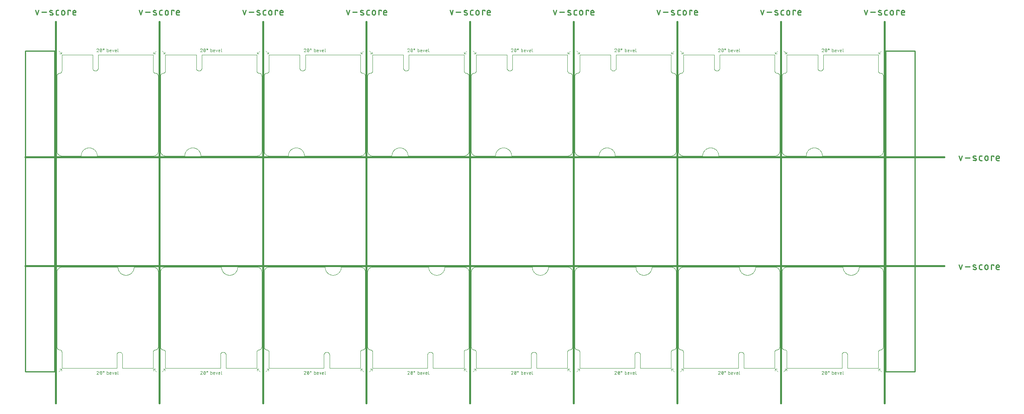
<source format=gko>
G04 EAGLE Gerber RS-274X export*
G75*
%MOMM*%
%FSLAX34Y34*%
%LPD*%
%IN*%
%IPPOS*%
%AMOC8*
5,1,8,0,0,1.08239X$1,22.5*%
G01*
%ADD10C,0.050800*%
%ADD11C,0.050000*%
%ADD12C,0.381000*%
%ADD13C,0.279400*%
%ADD14C,0.254000*%


D10*
X209250Y8001D02*
X142250Y8001D01*
X130250Y8001D02*
X10750Y8001D01*
X10750Y43001D01*
X209250Y43001D02*
X209250Y8001D01*
X90593Y-221D02*
X90591Y-139D01*
X90585Y-57D01*
X90576Y25D01*
X90563Y106D01*
X90546Y186D01*
X90525Y266D01*
X90501Y344D01*
X90473Y421D01*
X90442Y497D01*
X90407Y572D01*
X90368Y644D01*
X90327Y715D01*
X90282Y784D01*
X90234Y850D01*
X90183Y915D01*
X90129Y977D01*
X90072Y1036D01*
X90013Y1093D01*
X89951Y1147D01*
X89886Y1198D01*
X89820Y1246D01*
X89751Y1291D01*
X89680Y1332D01*
X89608Y1371D01*
X89533Y1406D01*
X89457Y1437D01*
X89380Y1465D01*
X89302Y1489D01*
X89222Y1510D01*
X89142Y1527D01*
X89061Y1540D01*
X88979Y1549D01*
X88897Y1555D01*
X88815Y1557D01*
X88722Y1555D01*
X88630Y1549D01*
X88538Y1540D01*
X88446Y1527D01*
X88355Y1510D01*
X88265Y1490D01*
X88175Y1466D01*
X88087Y1438D01*
X87999Y1406D01*
X87914Y1372D01*
X87829Y1333D01*
X87747Y1292D01*
X87666Y1247D01*
X87586Y1198D01*
X87509Y1147D01*
X87434Y1093D01*
X87362Y1035D01*
X87292Y975D01*
X87224Y911D01*
X87159Y846D01*
X87096Y777D01*
X87037Y706D01*
X86980Y633D01*
X86926Y557D01*
X86876Y480D01*
X86828Y400D01*
X86784Y319D01*
X86744Y235D01*
X86706Y151D01*
X86672Y64D01*
X86642Y-23D01*
X90001Y-1604D02*
X90062Y-1543D01*
X90120Y-1480D01*
X90175Y-1414D01*
X90228Y-1346D01*
X90277Y-1275D01*
X90322Y-1203D01*
X90365Y-1128D01*
X90404Y-1052D01*
X90440Y-973D01*
X90472Y-894D01*
X90500Y-813D01*
X90525Y-730D01*
X90546Y-647D01*
X90563Y-563D01*
X90577Y-478D01*
X90586Y-393D01*
X90592Y-307D01*
X90594Y-221D01*
X90001Y-1604D02*
X86642Y-5555D01*
X90593Y-5555D01*
X93500Y-1999D02*
X93502Y-1851D01*
X93507Y-1704D01*
X93517Y-1556D01*
X93530Y-1409D01*
X93546Y-1262D01*
X93567Y-1116D01*
X93591Y-971D01*
X93619Y-825D01*
X93650Y-681D01*
X93685Y-538D01*
X93724Y-395D01*
X93766Y-254D01*
X93812Y-113D01*
X93861Y26D01*
X93914Y164D01*
X93970Y301D01*
X94030Y436D01*
X94093Y569D01*
X94119Y640D01*
X94149Y709D01*
X94183Y777D01*
X94220Y843D01*
X94260Y907D01*
X94304Y969D01*
X94350Y1028D01*
X94400Y1085D01*
X94453Y1139D01*
X94508Y1191D01*
X94566Y1239D01*
X94626Y1285D01*
X94689Y1327D01*
X94754Y1366D01*
X94820Y1402D01*
X94889Y1434D01*
X94958Y1462D01*
X95030Y1487D01*
X95102Y1508D01*
X95176Y1526D01*
X95250Y1539D01*
X95325Y1549D01*
X95400Y1555D01*
X95476Y1557D01*
X95552Y1555D01*
X95627Y1549D01*
X95702Y1539D01*
X95776Y1526D01*
X95850Y1508D01*
X95922Y1487D01*
X95993Y1462D01*
X96063Y1434D01*
X96132Y1402D01*
X96198Y1366D01*
X96263Y1327D01*
X96326Y1285D01*
X96386Y1239D01*
X96444Y1191D01*
X96499Y1139D01*
X96552Y1085D01*
X96602Y1028D01*
X96648Y969D01*
X96692Y907D01*
X96732Y843D01*
X96769Y777D01*
X96803Y709D01*
X96833Y640D01*
X96859Y569D01*
X96858Y569D02*
X96921Y436D01*
X96981Y301D01*
X97037Y164D01*
X97090Y26D01*
X97139Y-113D01*
X97185Y-254D01*
X97227Y-395D01*
X97266Y-538D01*
X97301Y-681D01*
X97332Y-825D01*
X97360Y-971D01*
X97384Y-1116D01*
X97405Y-1262D01*
X97421Y-1409D01*
X97434Y-1556D01*
X97444Y-1704D01*
X97449Y-1851D01*
X97451Y-1999D01*
X93500Y-1999D02*
X93502Y-2147D01*
X93507Y-2294D01*
X93517Y-2442D01*
X93530Y-2589D01*
X93546Y-2736D01*
X93567Y-2882D01*
X93591Y-3027D01*
X93619Y-3173D01*
X93650Y-3317D01*
X93685Y-3460D01*
X93724Y-3603D01*
X93766Y-3744D01*
X93812Y-3885D01*
X93861Y-4024D01*
X93914Y-4162D01*
X93970Y-4299D01*
X94030Y-4434D01*
X94093Y-4567D01*
X94119Y-4638D01*
X94149Y-4707D01*
X94183Y-4775D01*
X94220Y-4841D01*
X94260Y-4905D01*
X94304Y-4967D01*
X94350Y-5026D01*
X94400Y-5083D01*
X94453Y-5137D01*
X94508Y-5189D01*
X94566Y-5237D01*
X94626Y-5283D01*
X94689Y-5325D01*
X94754Y-5364D01*
X94820Y-5400D01*
X94889Y-5432D01*
X94959Y-5460D01*
X95030Y-5485D01*
X95102Y-5506D01*
X95176Y-5524D01*
X95250Y-5537D01*
X95325Y-5547D01*
X95400Y-5553D01*
X95476Y-5555D01*
X96858Y-4567D02*
X96921Y-4434D01*
X96981Y-4299D01*
X97037Y-4162D01*
X97090Y-4024D01*
X97139Y-3885D01*
X97185Y-3744D01*
X97227Y-3603D01*
X97266Y-3460D01*
X97301Y-3317D01*
X97332Y-3173D01*
X97360Y-3027D01*
X97384Y-2882D01*
X97405Y-2736D01*
X97421Y-2589D01*
X97434Y-2442D01*
X97444Y-2294D01*
X97449Y-2147D01*
X97451Y-1999D01*
X96859Y-4567D02*
X96833Y-4638D01*
X96803Y-4707D01*
X96769Y-4775D01*
X96732Y-4841D01*
X96692Y-4905D01*
X96648Y-4967D01*
X96602Y-5026D01*
X96552Y-5083D01*
X96499Y-5137D01*
X96444Y-5189D01*
X96386Y-5237D01*
X96326Y-5283D01*
X96263Y-5325D01*
X96198Y-5364D01*
X96132Y-5400D01*
X96063Y-5432D01*
X95993Y-5460D01*
X95922Y-5485D01*
X95850Y-5506D01*
X95776Y-5524D01*
X95702Y-5537D01*
X95627Y-5547D01*
X95552Y-5553D01*
X95476Y-5555D01*
X93895Y-3975D02*
X97056Y-23D01*
X100006Y372D02*
X100008Y440D01*
X100014Y507D01*
X100023Y574D01*
X100037Y640D01*
X100054Y706D01*
X100075Y770D01*
X100099Y833D01*
X100128Y895D01*
X100159Y955D01*
X100194Y1013D01*
X100232Y1069D01*
X100274Y1122D01*
X100318Y1173D01*
X100365Y1222D01*
X100415Y1268D01*
X100467Y1310D01*
X100522Y1350D01*
X100579Y1387D01*
X100638Y1420D01*
X100699Y1450D01*
X100761Y1476D01*
X100825Y1499D01*
X100890Y1518D01*
X100956Y1533D01*
X101022Y1545D01*
X101090Y1553D01*
X101157Y1557D01*
X101225Y1557D01*
X101292Y1553D01*
X101360Y1545D01*
X101426Y1533D01*
X101492Y1518D01*
X101557Y1499D01*
X101621Y1476D01*
X101683Y1450D01*
X101744Y1420D01*
X101803Y1387D01*
X101860Y1350D01*
X101915Y1310D01*
X101967Y1268D01*
X102017Y1222D01*
X102064Y1173D01*
X102108Y1122D01*
X102150Y1069D01*
X102188Y1013D01*
X102223Y955D01*
X102254Y895D01*
X102283Y833D01*
X102307Y770D01*
X102328Y706D01*
X102345Y640D01*
X102359Y574D01*
X102368Y507D01*
X102374Y440D01*
X102376Y372D01*
X102374Y304D01*
X102368Y237D01*
X102359Y170D01*
X102345Y104D01*
X102328Y38D01*
X102307Y-26D01*
X102283Y-89D01*
X102254Y-151D01*
X102223Y-211D01*
X102188Y-269D01*
X102150Y-325D01*
X102108Y-378D01*
X102064Y-429D01*
X102017Y-478D01*
X101967Y-524D01*
X101915Y-566D01*
X101860Y-606D01*
X101803Y-643D01*
X101744Y-676D01*
X101683Y-706D01*
X101621Y-732D01*
X101557Y-755D01*
X101492Y-774D01*
X101426Y-789D01*
X101360Y-801D01*
X101292Y-809D01*
X101225Y-813D01*
X101157Y-813D01*
X101090Y-809D01*
X101022Y-801D01*
X100956Y-789D01*
X100890Y-774D01*
X100825Y-755D01*
X100761Y-732D01*
X100699Y-706D01*
X100638Y-676D01*
X100579Y-643D01*
X100522Y-606D01*
X100467Y-566D01*
X100415Y-524D01*
X100365Y-478D01*
X100318Y-429D01*
X100274Y-378D01*
X100232Y-325D01*
X100194Y-269D01*
X100159Y-211D01*
X100128Y-151D01*
X100099Y-89D01*
X100075Y-26D01*
X100054Y38D01*
X100037Y104D01*
X100023Y170D01*
X100014Y237D01*
X100008Y304D01*
X100006Y372D01*
X108787Y1557D02*
X108787Y-5555D01*
X110762Y-5555D01*
X110828Y-5553D01*
X110895Y-5548D01*
X110960Y-5538D01*
X111026Y-5525D01*
X111090Y-5509D01*
X111153Y-5489D01*
X111215Y-5465D01*
X111276Y-5438D01*
X111335Y-5407D01*
X111392Y-5373D01*
X111448Y-5336D01*
X111501Y-5296D01*
X111552Y-5254D01*
X111600Y-5208D01*
X111646Y-5160D01*
X111688Y-5109D01*
X111728Y-5056D01*
X111765Y-5000D01*
X111799Y-4943D01*
X111830Y-4884D01*
X111857Y-4824D01*
X111880Y-4761D01*
X111901Y-4698D01*
X111917Y-4634D01*
X111930Y-4569D01*
X111940Y-4503D01*
X111945Y-4436D01*
X111947Y-4370D01*
X111947Y-1999D01*
X111945Y-1933D01*
X111940Y-1866D01*
X111930Y-1801D01*
X111917Y-1735D01*
X111901Y-1671D01*
X111881Y-1608D01*
X111857Y-1546D01*
X111830Y-1485D01*
X111799Y-1426D01*
X111765Y-1369D01*
X111728Y-1313D01*
X111688Y-1260D01*
X111646Y-1209D01*
X111600Y-1161D01*
X111552Y-1115D01*
X111501Y-1073D01*
X111448Y-1033D01*
X111392Y-996D01*
X111335Y-962D01*
X111276Y-931D01*
X111215Y-904D01*
X111153Y-880D01*
X111090Y-860D01*
X111026Y-844D01*
X110960Y-831D01*
X110895Y-821D01*
X110828Y-816D01*
X110762Y-814D01*
X108787Y-814D01*
X115883Y-5555D02*
X117859Y-5555D01*
X115883Y-5555D02*
X115817Y-5553D01*
X115750Y-5548D01*
X115685Y-5538D01*
X115619Y-5525D01*
X115555Y-5509D01*
X115492Y-5489D01*
X115430Y-5465D01*
X115369Y-5438D01*
X115310Y-5407D01*
X115253Y-5373D01*
X115197Y-5336D01*
X115144Y-5296D01*
X115093Y-5254D01*
X115045Y-5208D01*
X114999Y-5160D01*
X114957Y-5109D01*
X114917Y-5056D01*
X114880Y-5000D01*
X114846Y-4943D01*
X114815Y-4884D01*
X114788Y-4823D01*
X114764Y-4761D01*
X114744Y-4698D01*
X114728Y-4634D01*
X114715Y-4568D01*
X114705Y-4503D01*
X114700Y-4436D01*
X114698Y-4370D01*
X114698Y-2394D01*
X114700Y-2315D01*
X114706Y-2237D01*
X114716Y-2159D01*
X114729Y-2081D01*
X114747Y-2004D01*
X114768Y-1928D01*
X114793Y-1854D01*
X114822Y-1780D01*
X114854Y-1708D01*
X114890Y-1638D01*
X114930Y-1570D01*
X114973Y-1504D01*
X115019Y-1440D01*
X115068Y-1378D01*
X115120Y-1319D01*
X115175Y-1263D01*
X115233Y-1209D01*
X115293Y-1159D01*
X115356Y-1111D01*
X115421Y-1067D01*
X115488Y-1026D01*
X115557Y-988D01*
X115628Y-954D01*
X115701Y-923D01*
X115775Y-896D01*
X115850Y-873D01*
X115926Y-854D01*
X116004Y-838D01*
X116082Y-826D01*
X116160Y-818D01*
X116239Y-814D01*
X116317Y-814D01*
X116396Y-818D01*
X116474Y-826D01*
X116552Y-838D01*
X116630Y-854D01*
X116706Y-873D01*
X116781Y-896D01*
X116855Y-923D01*
X116928Y-954D01*
X116999Y-988D01*
X117068Y-1026D01*
X117135Y-1067D01*
X117200Y-1111D01*
X117263Y-1159D01*
X117323Y-1209D01*
X117381Y-1263D01*
X117436Y-1319D01*
X117488Y-1378D01*
X117537Y-1440D01*
X117583Y-1504D01*
X117626Y-1570D01*
X117666Y-1638D01*
X117702Y-1708D01*
X117734Y-1780D01*
X117763Y-1854D01*
X117788Y-1928D01*
X117809Y-2004D01*
X117827Y-2081D01*
X117840Y-2159D01*
X117850Y-2237D01*
X117856Y-2315D01*
X117858Y-2394D01*
X117859Y-2394D02*
X117859Y-3184D01*
X114698Y-3184D01*
X120413Y-814D02*
X121993Y-5555D01*
X123574Y-814D01*
X127313Y-5555D02*
X129289Y-5555D01*
X127313Y-5555D02*
X127247Y-5553D01*
X127180Y-5548D01*
X127115Y-5538D01*
X127049Y-5525D01*
X126985Y-5509D01*
X126922Y-5489D01*
X126860Y-5465D01*
X126799Y-5438D01*
X126740Y-5407D01*
X126683Y-5373D01*
X126627Y-5336D01*
X126574Y-5296D01*
X126523Y-5254D01*
X126475Y-5208D01*
X126429Y-5160D01*
X126387Y-5109D01*
X126347Y-5056D01*
X126310Y-5000D01*
X126276Y-4943D01*
X126245Y-4884D01*
X126218Y-4823D01*
X126194Y-4761D01*
X126174Y-4698D01*
X126158Y-4634D01*
X126145Y-4568D01*
X126135Y-4503D01*
X126130Y-4436D01*
X126128Y-4370D01*
X126128Y-2394D01*
X126130Y-2315D01*
X126136Y-2237D01*
X126146Y-2159D01*
X126159Y-2081D01*
X126177Y-2004D01*
X126198Y-1928D01*
X126223Y-1854D01*
X126252Y-1780D01*
X126284Y-1708D01*
X126320Y-1638D01*
X126360Y-1570D01*
X126403Y-1504D01*
X126449Y-1440D01*
X126498Y-1378D01*
X126550Y-1319D01*
X126605Y-1263D01*
X126663Y-1209D01*
X126723Y-1159D01*
X126786Y-1111D01*
X126851Y-1067D01*
X126918Y-1026D01*
X126987Y-988D01*
X127058Y-954D01*
X127131Y-923D01*
X127205Y-896D01*
X127280Y-873D01*
X127356Y-854D01*
X127434Y-838D01*
X127512Y-826D01*
X127590Y-818D01*
X127669Y-814D01*
X127747Y-814D01*
X127826Y-818D01*
X127904Y-826D01*
X127982Y-838D01*
X128060Y-854D01*
X128136Y-873D01*
X128211Y-896D01*
X128285Y-923D01*
X128358Y-954D01*
X128429Y-988D01*
X128498Y-1026D01*
X128565Y-1067D01*
X128630Y-1111D01*
X128693Y-1159D01*
X128753Y-1209D01*
X128811Y-1263D01*
X128866Y-1319D01*
X128918Y-1378D01*
X128967Y-1440D01*
X129013Y-1504D01*
X129056Y-1570D01*
X129096Y-1638D01*
X129132Y-1708D01*
X129164Y-1780D01*
X129193Y-1854D01*
X129218Y-1928D01*
X129239Y-2004D01*
X129257Y-2081D01*
X129270Y-2159D01*
X129280Y-2237D01*
X129286Y-2315D01*
X129288Y-2394D01*
X129289Y-2394D02*
X129289Y-3184D01*
X126128Y-3184D01*
X132173Y-4370D02*
X132173Y1557D01*
X132173Y-4370D02*
X132175Y-4436D01*
X132180Y-4503D01*
X132190Y-4568D01*
X132203Y-4634D01*
X132219Y-4698D01*
X132239Y-4761D01*
X132263Y-4823D01*
X132290Y-4884D01*
X132321Y-4943D01*
X132355Y-5000D01*
X132392Y-5056D01*
X132432Y-5109D01*
X132474Y-5160D01*
X132520Y-5208D01*
X132568Y-5254D01*
X132619Y-5296D01*
X132672Y-5336D01*
X132728Y-5373D01*
X132785Y-5407D01*
X132844Y-5438D01*
X132905Y-5465D01*
X132967Y-5489D01*
X133030Y-5509D01*
X133094Y-5525D01*
X133160Y-5538D01*
X133225Y-5548D01*
X133292Y-5553D01*
X133358Y-5555D01*
X209250Y43001D02*
X209254Y43141D01*
X209263Y43281D01*
X209275Y43421D01*
X209291Y43560D01*
X209311Y43699D01*
X209334Y43837D01*
X209362Y43975D01*
X209393Y44111D01*
X209428Y44247D01*
X209467Y44382D01*
X209509Y44516D01*
X209555Y44648D01*
X209605Y44779D01*
X209658Y44909D01*
X209715Y45037D01*
X209775Y45164D01*
X209838Y45289D01*
X209906Y45412D01*
X209976Y45533D01*
X210050Y45652D01*
X210127Y45770D01*
X210207Y45885D01*
X210290Y45997D01*
X210377Y46108D01*
X210466Y46216D01*
X210558Y46321D01*
X210653Y46424D01*
X210751Y46525D01*
X210852Y46622D01*
X210955Y46717D01*
X211061Y46809D01*
X211170Y46898D01*
X211280Y46984D01*
X211393Y47067D01*
X211509Y47147D01*
X211626Y47223D01*
X211746Y47297D01*
X211867Y47367D01*
X211991Y47433D01*
X212116Y47496D01*
X212243Y47556D01*
X212371Y47612D01*
X212501Y47665D01*
X212632Y47714D01*
X212765Y47760D01*
X212899Y47802D01*
X213034Y47840D01*
X213170Y47874D01*
X213306Y47905D01*
X213444Y47932D01*
X213582Y47955D01*
X213721Y47974D01*
X213861Y47990D01*
X214000Y48002D01*
X10750Y43001D02*
X10744Y43143D01*
X10734Y43286D01*
X10720Y43427D01*
X10702Y43569D01*
X10681Y43710D01*
X10655Y43850D01*
X10626Y43989D01*
X10593Y44128D01*
X10556Y44265D01*
X10515Y44402D01*
X10470Y44537D01*
X10422Y44671D01*
X10370Y44804D01*
X10314Y44935D01*
X10255Y45065D01*
X10192Y45193D01*
X10126Y45319D01*
X10056Y45443D01*
X9983Y45565D01*
X9907Y45685D01*
X9827Y45803D01*
X9744Y45919D01*
X9658Y46033D01*
X9569Y46144D01*
X9476Y46252D01*
X9381Y46358D01*
X9283Y46462D01*
X9182Y46562D01*
X9078Y46660D01*
X8972Y46755D01*
X8863Y46847D01*
X8752Y46935D01*
X8638Y47021D01*
X8522Y47104D01*
X8403Y47183D01*
X8283Y47259D01*
X8160Y47332D01*
X8036Y47401D01*
X7909Y47467D01*
X7781Y47529D01*
X7651Y47588D01*
X7520Y47643D01*
X7387Y47694D01*
X7253Y47742D01*
X7117Y47786D01*
X6981Y47826D01*
X6843Y47863D01*
X6704Y47895D01*
X6565Y47924D01*
X6424Y47949D01*
X6284Y47970D01*
X6142Y47987D01*
X6000Y48001D01*
D11*
X210000Y6001D02*
X216000Y1D01*
X210000Y2001D02*
X210000Y6001D01*
X214000Y6001D01*
X10000Y6001D02*
X4000Y1D01*
X6000Y6001D02*
X10000Y6001D01*
X10000Y2001D01*
D10*
X167500Y228001D02*
X210000Y228001D01*
X167500Y228001D02*
X167495Y227575D01*
X167479Y227149D01*
X167453Y226724D01*
X167417Y226299D01*
X167370Y225875D01*
X167314Y225453D01*
X167246Y225032D01*
X167169Y224613D01*
X167081Y224196D01*
X166984Y223781D01*
X166876Y223369D01*
X166758Y222959D01*
X166630Y222553D01*
X166493Y222149D01*
X166345Y221749D01*
X166188Y221353D01*
X166022Y220961D01*
X165845Y220573D01*
X165660Y220189D01*
X165465Y219810D01*
X165261Y219436D01*
X165048Y219067D01*
X164826Y218703D01*
X164595Y218345D01*
X164356Y217993D01*
X164108Y217646D01*
X163851Y217305D01*
X163587Y216971D01*
X163314Y216644D01*
X163034Y216323D01*
X162745Y216009D01*
X162449Y215702D01*
X162146Y215403D01*
X161836Y215111D01*
X161519Y214826D01*
X161194Y214550D01*
X160863Y214281D01*
X160526Y214021D01*
X160183Y213768D01*
X159833Y213525D01*
X159478Y213290D01*
X159116Y213063D01*
X158750Y212846D01*
X158378Y212637D01*
X158002Y212438D01*
X157620Y212247D01*
X157235Y212066D01*
X156844Y211895D01*
X156450Y211733D01*
X156052Y211581D01*
X155650Y211438D01*
X155245Y211306D01*
X154837Y211183D01*
X154426Y211070D01*
X154013Y210967D01*
X153597Y210875D01*
X153179Y210792D01*
X152759Y210720D01*
X152337Y210658D01*
X151914Y210606D01*
X151490Y210565D01*
X151065Y210533D01*
X150639Y210513D01*
X150213Y210502D01*
X149787Y210502D01*
X149361Y210513D01*
X148935Y210533D01*
X148510Y210565D01*
X148086Y210606D01*
X147663Y210658D01*
X147241Y210720D01*
X146821Y210792D01*
X146403Y210875D01*
X145987Y210967D01*
X145574Y211070D01*
X145163Y211183D01*
X144755Y211306D01*
X144350Y211438D01*
X143948Y211581D01*
X143550Y211733D01*
X143156Y211895D01*
X142765Y212066D01*
X142380Y212247D01*
X141998Y212438D01*
X141622Y212637D01*
X141250Y212846D01*
X140884Y213063D01*
X140522Y213290D01*
X140167Y213525D01*
X139817Y213768D01*
X139474Y214021D01*
X139137Y214281D01*
X138806Y214550D01*
X138481Y214826D01*
X138164Y215111D01*
X137854Y215403D01*
X137551Y215702D01*
X137255Y216009D01*
X136966Y216323D01*
X136686Y216644D01*
X136413Y216971D01*
X136149Y217305D01*
X135892Y217646D01*
X135644Y217993D01*
X135405Y218345D01*
X135174Y218703D01*
X134952Y219067D01*
X134739Y219436D01*
X134535Y219810D01*
X134340Y220189D01*
X134155Y220573D01*
X133978Y220961D01*
X133812Y221353D01*
X133655Y221749D01*
X133507Y222149D01*
X133370Y222553D01*
X133242Y222959D01*
X133124Y223369D01*
X133016Y223781D01*
X132919Y224196D01*
X132831Y224613D01*
X132754Y225032D01*
X132686Y225453D01*
X132630Y225875D01*
X132583Y226299D01*
X132547Y226724D01*
X132521Y227149D01*
X132505Y227575D01*
X132500Y228001D01*
X10000Y228001D01*
X0Y218001D02*
X0Y54001D01*
X142250Y37001D02*
X142250Y8001D01*
X130250Y8001D02*
X130250Y37001D01*
X130252Y37154D01*
X130258Y37307D01*
X130268Y37460D01*
X130281Y37613D01*
X130299Y37765D01*
X130320Y37917D01*
X130346Y38068D01*
X130375Y38218D01*
X130408Y38368D01*
X130445Y38517D01*
X130485Y38665D01*
X130530Y38811D01*
X130578Y38957D01*
X130630Y39101D01*
X130685Y39244D01*
X130744Y39385D01*
X130807Y39525D01*
X130873Y39663D01*
X130943Y39800D01*
X131016Y39934D01*
X131093Y40067D01*
X131173Y40198D01*
X131256Y40326D01*
X131342Y40453D01*
X131432Y40577D01*
X131525Y40699D01*
X131621Y40818D01*
X131720Y40935D01*
X131822Y41050D01*
X131927Y41162D01*
X132035Y41271D01*
X132145Y41377D01*
X132258Y41480D01*
X132374Y41581D01*
X132492Y41678D01*
X132613Y41773D01*
X132736Y41864D01*
X132861Y41952D01*
X132989Y42037D01*
X133118Y42119D01*
X133250Y42197D01*
X133384Y42272D01*
X133519Y42344D01*
X133657Y42412D01*
X133796Y42476D01*
X133936Y42537D01*
X134078Y42594D01*
X134222Y42648D01*
X134367Y42698D01*
X134513Y42744D01*
X134660Y42787D01*
X134808Y42825D01*
X134958Y42860D01*
X135108Y42891D01*
X135258Y42919D01*
X135410Y42942D01*
X135562Y42961D01*
X135714Y42977D01*
X135867Y42989D01*
X136020Y42997D01*
X136173Y43001D01*
X136327Y43001D01*
X136480Y42997D01*
X136633Y42989D01*
X136786Y42977D01*
X136938Y42961D01*
X137090Y42942D01*
X137242Y42919D01*
X137392Y42891D01*
X137542Y42860D01*
X137692Y42825D01*
X137840Y42787D01*
X137987Y42744D01*
X138133Y42698D01*
X138278Y42648D01*
X138422Y42594D01*
X138564Y42537D01*
X138704Y42476D01*
X138843Y42412D01*
X138981Y42344D01*
X139116Y42272D01*
X139250Y42197D01*
X139382Y42119D01*
X139511Y42037D01*
X139639Y41952D01*
X139764Y41864D01*
X139887Y41773D01*
X140008Y41678D01*
X140126Y41581D01*
X140242Y41480D01*
X140355Y41377D01*
X140465Y41271D01*
X140573Y41162D01*
X140678Y41050D01*
X140780Y40935D01*
X140879Y40818D01*
X140975Y40699D01*
X141068Y40577D01*
X141158Y40453D01*
X141244Y40326D01*
X141327Y40198D01*
X141407Y40067D01*
X141484Y39934D01*
X141557Y39800D01*
X141627Y39663D01*
X141693Y39525D01*
X141756Y39385D01*
X141815Y39244D01*
X141870Y39101D01*
X141922Y38957D01*
X141970Y38811D01*
X142015Y38665D01*
X142055Y38517D01*
X142092Y38368D01*
X142125Y38218D01*
X142154Y38068D01*
X142180Y37917D01*
X142201Y37765D01*
X142219Y37613D01*
X142232Y37460D01*
X142242Y37307D01*
X142248Y37154D01*
X142250Y37001D01*
D11*
X220000Y54001D02*
X220000Y218001D01*
X220001Y54001D02*
X219994Y53845D01*
X219984Y53689D01*
X219970Y53534D01*
X219952Y53379D01*
X219930Y53225D01*
X219904Y53071D01*
X219874Y52918D01*
X219840Y52766D01*
X219803Y52615D01*
X219762Y52464D01*
X219717Y52315D01*
X219668Y52167D01*
X219615Y52020D01*
X219559Y51875D01*
X219499Y51731D01*
X219436Y51588D01*
X219369Y51448D01*
X219298Y51309D01*
X219224Y51171D01*
X219146Y51036D01*
X219066Y50903D01*
X218981Y50772D01*
X218894Y50643D01*
X218803Y50516D01*
X218709Y50391D01*
X218612Y50269D01*
X218512Y50150D01*
X218409Y50033D01*
X218303Y49919D01*
X218194Y49807D01*
X218082Y49698D01*
X217968Y49592D01*
X217851Y49489D01*
X217732Y49389D01*
X217610Y49292D01*
X217485Y49198D01*
X217358Y49107D01*
X217229Y49020D01*
X217098Y48935D01*
X216965Y48855D01*
X216830Y48777D01*
X216692Y48703D01*
X216553Y48632D01*
X216413Y48565D01*
X216270Y48502D01*
X216126Y48442D01*
X215981Y48386D01*
X215834Y48333D01*
X215686Y48284D01*
X215537Y48239D01*
X215386Y48198D01*
X215235Y48161D01*
X215083Y48127D01*
X214930Y48097D01*
X214776Y48071D01*
X214622Y48049D01*
X214467Y48031D01*
X214312Y48017D01*
X214156Y48007D01*
X214000Y48000D01*
X6000Y48000D02*
X5844Y48007D01*
X5688Y48017D01*
X5533Y48031D01*
X5378Y48049D01*
X5224Y48071D01*
X5070Y48097D01*
X4917Y48127D01*
X4765Y48161D01*
X4614Y48198D01*
X4463Y48239D01*
X4314Y48284D01*
X4166Y48333D01*
X4019Y48386D01*
X3874Y48442D01*
X3730Y48502D01*
X3587Y48565D01*
X3447Y48632D01*
X3308Y48703D01*
X3170Y48777D01*
X3035Y48855D01*
X2902Y48935D01*
X2771Y49020D01*
X2642Y49107D01*
X2515Y49198D01*
X2390Y49292D01*
X2268Y49389D01*
X2149Y49489D01*
X2032Y49592D01*
X1918Y49698D01*
X1806Y49807D01*
X1697Y49919D01*
X1591Y50033D01*
X1488Y50150D01*
X1388Y50269D01*
X1291Y50391D01*
X1197Y50516D01*
X1106Y50643D01*
X1019Y50772D01*
X934Y50903D01*
X854Y51036D01*
X776Y51171D01*
X702Y51309D01*
X631Y51448D01*
X564Y51588D01*
X501Y51731D01*
X441Y51875D01*
X385Y52020D01*
X332Y52167D01*
X283Y52315D01*
X238Y52464D01*
X197Y52615D01*
X160Y52766D01*
X126Y52918D01*
X96Y53071D01*
X70Y53225D01*
X48Y53379D01*
X30Y53534D01*
X16Y53689D01*
X6Y53845D01*
X-1Y54001D01*
X210000Y228001D02*
X210248Y227992D01*
X210495Y227977D01*
X210742Y227956D01*
X210988Y227929D01*
X211233Y227896D01*
X211478Y227857D01*
X211722Y227813D01*
X211964Y227762D01*
X212205Y227706D01*
X212445Y227643D01*
X212683Y227575D01*
X212920Y227502D01*
X213154Y227422D01*
X213387Y227337D01*
X213617Y227247D01*
X213846Y227150D01*
X214072Y227049D01*
X214295Y226942D01*
X214516Y226829D01*
X214734Y226711D01*
X214949Y226588D01*
X215160Y226460D01*
X215369Y226327D01*
X215575Y226189D01*
X215777Y226046D01*
X215976Y225898D01*
X216171Y225745D01*
X216362Y225587D01*
X216549Y225425D01*
X216733Y225259D01*
X216912Y225088D01*
X217087Y224913D01*
X217258Y224734D01*
X217424Y224550D01*
X217586Y224363D01*
X217744Y224172D01*
X217897Y223977D01*
X218045Y223778D01*
X218188Y223576D01*
X218326Y223370D01*
X218459Y223161D01*
X218587Y222950D01*
X218710Y222735D01*
X218828Y222517D01*
X218941Y222296D01*
X219048Y222073D01*
X219149Y221847D01*
X219246Y221618D01*
X219336Y221388D01*
X219421Y221155D01*
X219501Y220921D01*
X219574Y220684D01*
X219642Y220446D01*
X219705Y220206D01*
X219761Y219965D01*
X219812Y219723D01*
X219856Y219479D01*
X219895Y219234D01*
X219928Y218989D01*
X219955Y218743D01*
X219976Y218496D01*
X219991Y218249D01*
X220000Y218001D01*
X10000Y228001D02*
X9752Y227992D01*
X9505Y227977D01*
X9258Y227956D01*
X9012Y227929D01*
X8767Y227896D01*
X8522Y227857D01*
X8278Y227813D01*
X8036Y227762D01*
X7795Y227706D01*
X7555Y227643D01*
X7317Y227575D01*
X7080Y227502D01*
X6846Y227422D01*
X6613Y227337D01*
X6383Y227247D01*
X6154Y227150D01*
X5928Y227049D01*
X5705Y226942D01*
X5484Y226829D01*
X5266Y226711D01*
X5051Y226588D01*
X4840Y226460D01*
X4631Y226327D01*
X4425Y226189D01*
X4223Y226046D01*
X4024Y225898D01*
X3829Y225745D01*
X3638Y225587D01*
X3451Y225425D01*
X3267Y225259D01*
X3088Y225088D01*
X2913Y224913D01*
X2742Y224734D01*
X2576Y224550D01*
X2414Y224363D01*
X2256Y224172D01*
X2103Y223977D01*
X1955Y223778D01*
X1812Y223576D01*
X1674Y223370D01*
X1541Y223161D01*
X1413Y222950D01*
X1290Y222735D01*
X1172Y222517D01*
X1059Y222296D01*
X952Y222073D01*
X851Y221847D01*
X754Y221618D01*
X664Y221388D01*
X579Y221155D01*
X499Y220921D01*
X426Y220684D01*
X358Y220446D01*
X295Y220206D01*
X239Y219965D01*
X188Y219723D01*
X144Y219479D01*
X105Y219234D01*
X72Y218989D01*
X45Y218743D01*
X24Y218496D01*
X9Y218249D01*
X0Y218001D01*
D10*
X132500Y228001D02*
X132505Y227575D01*
X132521Y227149D01*
X132547Y226724D01*
X132583Y226299D01*
X132630Y225875D01*
X132686Y225453D01*
X132754Y225032D01*
X132831Y224613D01*
X132919Y224196D01*
X133016Y223781D01*
X133124Y223369D01*
X133242Y222959D01*
X133370Y222553D01*
X133507Y222149D01*
X133655Y221749D01*
X133812Y221353D01*
X133978Y220961D01*
X134155Y220573D01*
X134340Y220189D01*
X134535Y219810D01*
X134739Y219436D01*
X134952Y219067D01*
X135174Y218703D01*
X135405Y218345D01*
X135644Y217993D01*
X135892Y217646D01*
X136149Y217305D01*
X136413Y216971D01*
X136686Y216644D01*
X136966Y216323D01*
X137255Y216009D01*
X137551Y215702D01*
X137854Y215403D01*
X138164Y215111D01*
X138481Y214826D01*
X138806Y214550D01*
X139137Y214281D01*
X139474Y214021D01*
X139817Y213768D01*
X140167Y213525D01*
X140522Y213290D01*
X140884Y213063D01*
X141250Y212846D01*
X141622Y212637D01*
X141998Y212438D01*
X142380Y212247D01*
X142765Y212066D01*
X143156Y211895D01*
X143550Y211733D01*
X143948Y211581D01*
X144350Y211438D01*
X144755Y211306D01*
X145163Y211183D01*
X145574Y211070D01*
X145987Y210967D01*
X146403Y210875D01*
X146821Y210792D01*
X147241Y210720D01*
X147663Y210658D01*
X148086Y210606D01*
X148510Y210565D01*
X148935Y210533D01*
X149361Y210513D01*
X149787Y210502D01*
X150213Y210502D01*
X150639Y210513D01*
X151065Y210533D01*
X151490Y210565D01*
X151914Y210606D01*
X152337Y210658D01*
X152759Y210720D01*
X153179Y210792D01*
X153597Y210875D01*
X154013Y210967D01*
X154426Y211070D01*
X154837Y211183D01*
X155245Y211306D01*
X155650Y211438D01*
X156052Y211581D01*
X156450Y211733D01*
X156844Y211895D01*
X157235Y212066D01*
X157620Y212247D01*
X158002Y212438D01*
X158378Y212637D01*
X158750Y212846D01*
X159116Y213063D01*
X159478Y213290D01*
X159833Y213525D01*
X160183Y213768D01*
X160526Y214021D01*
X160863Y214281D01*
X161194Y214550D01*
X161519Y214826D01*
X161836Y215111D01*
X162146Y215403D01*
X162449Y215702D01*
X162745Y216009D01*
X163034Y216323D01*
X163314Y216644D01*
X163587Y216971D01*
X163851Y217305D01*
X164108Y217646D01*
X164356Y217993D01*
X164595Y218345D01*
X164826Y218703D01*
X165048Y219067D01*
X165261Y219436D01*
X165465Y219810D01*
X165660Y220189D01*
X165845Y220573D01*
X166022Y220961D01*
X166188Y221353D01*
X166345Y221749D01*
X166493Y222149D01*
X166630Y222553D01*
X166758Y222959D01*
X166876Y223369D01*
X166984Y223781D01*
X167081Y224196D01*
X167169Y224613D01*
X167246Y225032D01*
X167314Y225453D01*
X167370Y225875D01*
X167417Y226299D01*
X167453Y226724D01*
X167479Y227149D01*
X167495Y227575D01*
X167500Y228001D01*
X367319Y8001D02*
X434319Y8001D01*
X355319Y8001D02*
X235819Y8001D01*
X235819Y43001D01*
X434319Y43001D02*
X434319Y8001D01*
X315663Y-221D02*
X315661Y-139D01*
X315655Y-57D01*
X315646Y25D01*
X315633Y106D01*
X315616Y186D01*
X315595Y266D01*
X315571Y344D01*
X315543Y421D01*
X315512Y497D01*
X315477Y572D01*
X315438Y644D01*
X315397Y715D01*
X315352Y784D01*
X315304Y850D01*
X315253Y915D01*
X315199Y977D01*
X315142Y1036D01*
X315083Y1093D01*
X315021Y1147D01*
X314956Y1198D01*
X314890Y1246D01*
X314821Y1291D01*
X314750Y1332D01*
X314678Y1371D01*
X314603Y1406D01*
X314527Y1437D01*
X314450Y1465D01*
X314372Y1489D01*
X314292Y1510D01*
X314212Y1527D01*
X314131Y1540D01*
X314049Y1549D01*
X313967Y1555D01*
X313885Y1557D01*
X313792Y1555D01*
X313700Y1549D01*
X313608Y1540D01*
X313516Y1527D01*
X313425Y1510D01*
X313335Y1490D01*
X313245Y1466D01*
X313157Y1438D01*
X313069Y1406D01*
X312984Y1372D01*
X312899Y1333D01*
X312817Y1292D01*
X312736Y1247D01*
X312656Y1198D01*
X312579Y1147D01*
X312504Y1093D01*
X312432Y1035D01*
X312362Y975D01*
X312294Y911D01*
X312229Y846D01*
X312166Y777D01*
X312107Y706D01*
X312050Y633D01*
X311996Y557D01*
X311946Y480D01*
X311898Y400D01*
X311854Y319D01*
X311814Y235D01*
X311776Y151D01*
X311742Y64D01*
X311712Y-23D01*
X315070Y-1604D02*
X315131Y-1543D01*
X315189Y-1480D01*
X315244Y-1414D01*
X315297Y-1346D01*
X315346Y-1275D01*
X315391Y-1203D01*
X315434Y-1128D01*
X315473Y-1052D01*
X315509Y-973D01*
X315541Y-894D01*
X315569Y-813D01*
X315594Y-730D01*
X315615Y-647D01*
X315632Y-563D01*
X315646Y-478D01*
X315655Y-393D01*
X315661Y-307D01*
X315663Y-221D01*
X315070Y-1604D02*
X311712Y-5555D01*
X315663Y-5555D01*
X318569Y-1999D02*
X318571Y-1851D01*
X318576Y-1704D01*
X318586Y-1556D01*
X318599Y-1409D01*
X318615Y-1262D01*
X318636Y-1116D01*
X318660Y-971D01*
X318688Y-825D01*
X318719Y-681D01*
X318754Y-538D01*
X318793Y-395D01*
X318835Y-254D01*
X318881Y-113D01*
X318930Y26D01*
X318983Y164D01*
X319039Y301D01*
X319099Y436D01*
X319162Y569D01*
X319188Y640D01*
X319218Y709D01*
X319252Y777D01*
X319289Y843D01*
X319329Y907D01*
X319373Y969D01*
X319419Y1028D01*
X319469Y1085D01*
X319522Y1139D01*
X319577Y1191D01*
X319635Y1239D01*
X319695Y1285D01*
X319758Y1327D01*
X319823Y1366D01*
X319889Y1402D01*
X319958Y1434D01*
X320027Y1462D01*
X320099Y1487D01*
X320171Y1508D01*
X320245Y1526D01*
X320319Y1539D01*
X320394Y1549D01*
X320469Y1555D01*
X320545Y1557D01*
X320621Y1555D01*
X320696Y1549D01*
X320771Y1539D01*
X320845Y1526D01*
X320919Y1508D01*
X320991Y1487D01*
X321062Y1462D01*
X321132Y1434D01*
X321201Y1402D01*
X321267Y1366D01*
X321332Y1327D01*
X321395Y1285D01*
X321455Y1239D01*
X321513Y1191D01*
X321568Y1139D01*
X321621Y1085D01*
X321671Y1028D01*
X321717Y969D01*
X321761Y907D01*
X321801Y843D01*
X321838Y777D01*
X321872Y709D01*
X321902Y640D01*
X321928Y569D01*
X321991Y436D01*
X322051Y301D01*
X322107Y164D01*
X322160Y26D01*
X322209Y-113D01*
X322255Y-254D01*
X322297Y-395D01*
X322336Y-538D01*
X322371Y-681D01*
X322402Y-825D01*
X322430Y-971D01*
X322454Y-1116D01*
X322475Y-1262D01*
X322491Y-1409D01*
X322504Y-1556D01*
X322514Y-1704D01*
X322519Y-1851D01*
X322521Y-1999D01*
X318570Y-1999D02*
X318572Y-2147D01*
X318577Y-2294D01*
X318587Y-2442D01*
X318600Y-2589D01*
X318616Y-2736D01*
X318637Y-2882D01*
X318661Y-3027D01*
X318689Y-3173D01*
X318720Y-3317D01*
X318755Y-3460D01*
X318794Y-3603D01*
X318836Y-3744D01*
X318882Y-3885D01*
X318931Y-4024D01*
X318984Y-4162D01*
X319040Y-4299D01*
X319100Y-4434D01*
X319163Y-4567D01*
X319162Y-4567D02*
X319188Y-4638D01*
X319218Y-4707D01*
X319252Y-4775D01*
X319289Y-4841D01*
X319329Y-4905D01*
X319373Y-4967D01*
X319419Y-5026D01*
X319469Y-5083D01*
X319522Y-5137D01*
X319577Y-5189D01*
X319635Y-5237D01*
X319695Y-5283D01*
X319758Y-5325D01*
X319823Y-5364D01*
X319889Y-5400D01*
X319958Y-5432D01*
X320028Y-5460D01*
X320099Y-5485D01*
X320171Y-5506D01*
X320245Y-5524D01*
X320319Y-5537D01*
X320394Y-5547D01*
X320469Y-5553D01*
X320545Y-5555D01*
X321928Y-4567D02*
X321991Y-4434D01*
X322051Y-4299D01*
X322107Y-4162D01*
X322160Y-4024D01*
X322209Y-3885D01*
X322255Y-3744D01*
X322297Y-3603D01*
X322336Y-3460D01*
X322371Y-3317D01*
X322402Y-3173D01*
X322430Y-3027D01*
X322454Y-2882D01*
X322475Y-2736D01*
X322491Y-2589D01*
X322504Y-2442D01*
X322514Y-2294D01*
X322519Y-2147D01*
X322521Y-1999D01*
X321928Y-4567D02*
X321902Y-4638D01*
X321872Y-4707D01*
X321838Y-4775D01*
X321801Y-4841D01*
X321761Y-4905D01*
X321717Y-4967D01*
X321671Y-5026D01*
X321621Y-5083D01*
X321568Y-5137D01*
X321513Y-5189D01*
X321455Y-5237D01*
X321395Y-5283D01*
X321332Y-5325D01*
X321267Y-5364D01*
X321201Y-5400D01*
X321132Y-5432D01*
X321062Y-5460D01*
X320991Y-5485D01*
X320919Y-5506D01*
X320845Y-5524D01*
X320771Y-5537D01*
X320696Y-5547D01*
X320621Y-5553D01*
X320545Y-5555D01*
X318965Y-3975D02*
X322126Y-23D01*
X325075Y372D02*
X325077Y440D01*
X325083Y507D01*
X325092Y574D01*
X325106Y640D01*
X325123Y706D01*
X325144Y770D01*
X325168Y833D01*
X325197Y895D01*
X325228Y955D01*
X325263Y1013D01*
X325301Y1069D01*
X325343Y1122D01*
X325387Y1173D01*
X325434Y1222D01*
X325484Y1268D01*
X325536Y1310D01*
X325591Y1350D01*
X325648Y1387D01*
X325707Y1420D01*
X325768Y1450D01*
X325830Y1476D01*
X325894Y1499D01*
X325959Y1518D01*
X326025Y1533D01*
X326091Y1545D01*
X326159Y1553D01*
X326226Y1557D01*
X326294Y1557D01*
X326361Y1553D01*
X326429Y1545D01*
X326495Y1533D01*
X326561Y1518D01*
X326626Y1499D01*
X326690Y1476D01*
X326752Y1450D01*
X326813Y1420D01*
X326872Y1387D01*
X326929Y1350D01*
X326984Y1310D01*
X327036Y1268D01*
X327086Y1222D01*
X327133Y1173D01*
X327177Y1122D01*
X327219Y1069D01*
X327257Y1013D01*
X327292Y955D01*
X327323Y895D01*
X327352Y833D01*
X327376Y770D01*
X327397Y706D01*
X327414Y640D01*
X327428Y574D01*
X327437Y507D01*
X327443Y440D01*
X327445Y372D01*
X327443Y304D01*
X327437Y237D01*
X327428Y170D01*
X327414Y104D01*
X327397Y38D01*
X327376Y-26D01*
X327352Y-89D01*
X327323Y-151D01*
X327292Y-211D01*
X327257Y-269D01*
X327219Y-325D01*
X327177Y-378D01*
X327133Y-429D01*
X327086Y-478D01*
X327036Y-524D01*
X326984Y-566D01*
X326929Y-606D01*
X326872Y-643D01*
X326813Y-676D01*
X326752Y-706D01*
X326690Y-732D01*
X326626Y-755D01*
X326561Y-774D01*
X326495Y-789D01*
X326429Y-801D01*
X326361Y-809D01*
X326294Y-813D01*
X326226Y-813D01*
X326159Y-809D01*
X326091Y-801D01*
X326025Y-789D01*
X325959Y-774D01*
X325894Y-755D01*
X325830Y-732D01*
X325768Y-706D01*
X325707Y-676D01*
X325648Y-643D01*
X325591Y-606D01*
X325536Y-566D01*
X325484Y-524D01*
X325434Y-478D01*
X325387Y-429D01*
X325343Y-378D01*
X325301Y-325D01*
X325263Y-269D01*
X325228Y-211D01*
X325197Y-151D01*
X325168Y-89D01*
X325144Y-26D01*
X325123Y38D01*
X325106Y104D01*
X325092Y170D01*
X325083Y237D01*
X325077Y304D01*
X325075Y372D01*
X333856Y1557D02*
X333856Y-5555D01*
X335831Y-5555D01*
X335897Y-5553D01*
X335964Y-5548D01*
X336029Y-5538D01*
X336095Y-5525D01*
X336159Y-5509D01*
X336222Y-5489D01*
X336284Y-5465D01*
X336345Y-5438D01*
X336404Y-5407D01*
X336461Y-5373D01*
X336517Y-5336D01*
X336570Y-5296D01*
X336621Y-5254D01*
X336669Y-5208D01*
X336715Y-5160D01*
X336757Y-5109D01*
X336797Y-5056D01*
X336834Y-5000D01*
X336868Y-4943D01*
X336899Y-4884D01*
X336926Y-4824D01*
X336949Y-4761D01*
X336970Y-4698D01*
X336986Y-4634D01*
X336999Y-4569D01*
X337009Y-4503D01*
X337014Y-4436D01*
X337016Y-4370D01*
X337017Y-4370D02*
X337017Y-1999D01*
X337016Y-1999D02*
X337014Y-1933D01*
X337009Y-1866D01*
X336999Y-1801D01*
X336986Y-1735D01*
X336970Y-1671D01*
X336950Y-1608D01*
X336926Y-1546D01*
X336899Y-1485D01*
X336868Y-1426D01*
X336834Y-1369D01*
X336797Y-1313D01*
X336757Y-1260D01*
X336715Y-1209D01*
X336669Y-1161D01*
X336621Y-1115D01*
X336570Y-1073D01*
X336517Y-1033D01*
X336461Y-996D01*
X336404Y-962D01*
X336345Y-931D01*
X336284Y-904D01*
X336222Y-880D01*
X336159Y-860D01*
X336095Y-844D01*
X336029Y-831D01*
X335964Y-821D01*
X335897Y-816D01*
X335831Y-814D01*
X333856Y-814D01*
X340952Y-5555D02*
X342928Y-5555D01*
X340952Y-5555D02*
X340886Y-5553D01*
X340819Y-5548D01*
X340754Y-5538D01*
X340688Y-5525D01*
X340624Y-5509D01*
X340561Y-5489D01*
X340499Y-5465D01*
X340438Y-5438D01*
X340379Y-5407D01*
X340322Y-5373D01*
X340266Y-5336D01*
X340213Y-5296D01*
X340162Y-5254D01*
X340114Y-5208D01*
X340068Y-5160D01*
X340026Y-5109D01*
X339986Y-5056D01*
X339949Y-5000D01*
X339915Y-4943D01*
X339884Y-4884D01*
X339857Y-4823D01*
X339833Y-4761D01*
X339813Y-4698D01*
X339797Y-4634D01*
X339784Y-4568D01*
X339774Y-4503D01*
X339769Y-4436D01*
X339767Y-4370D01*
X339767Y-2394D01*
X339768Y-2394D02*
X339770Y-2315D01*
X339776Y-2237D01*
X339786Y-2159D01*
X339799Y-2081D01*
X339817Y-2004D01*
X339838Y-1928D01*
X339863Y-1854D01*
X339892Y-1780D01*
X339924Y-1708D01*
X339960Y-1638D01*
X340000Y-1570D01*
X340043Y-1504D01*
X340089Y-1440D01*
X340138Y-1378D01*
X340190Y-1319D01*
X340245Y-1263D01*
X340303Y-1209D01*
X340363Y-1159D01*
X340426Y-1111D01*
X340491Y-1067D01*
X340558Y-1026D01*
X340627Y-988D01*
X340698Y-954D01*
X340771Y-923D01*
X340845Y-896D01*
X340920Y-873D01*
X340996Y-854D01*
X341074Y-838D01*
X341152Y-826D01*
X341230Y-818D01*
X341309Y-814D01*
X341387Y-814D01*
X341466Y-818D01*
X341544Y-826D01*
X341622Y-838D01*
X341700Y-854D01*
X341776Y-873D01*
X341851Y-896D01*
X341925Y-923D01*
X341998Y-954D01*
X342069Y-988D01*
X342138Y-1026D01*
X342205Y-1067D01*
X342270Y-1111D01*
X342333Y-1159D01*
X342393Y-1209D01*
X342451Y-1263D01*
X342506Y-1319D01*
X342558Y-1378D01*
X342607Y-1440D01*
X342653Y-1504D01*
X342696Y-1570D01*
X342736Y-1638D01*
X342772Y-1708D01*
X342804Y-1780D01*
X342833Y-1854D01*
X342858Y-1928D01*
X342879Y-2004D01*
X342897Y-2081D01*
X342910Y-2159D01*
X342920Y-2237D01*
X342926Y-2315D01*
X342928Y-2394D01*
X342928Y-3184D01*
X339767Y-3184D01*
X345482Y-814D02*
X347063Y-5555D01*
X348643Y-814D01*
X352382Y-5555D02*
X354358Y-5555D01*
X352382Y-5555D02*
X352316Y-5553D01*
X352249Y-5548D01*
X352184Y-5538D01*
X352118Y-5525D01*
X352054Y-5509D01*
X351991Y-5489D01*
X351929Y-5465D01*
X351868Y-5438D01*
X351809Y-5407D01*
X351752Y-5373D01*
X351696Y-5336D01*
X351643Y-5296D01*
X351592Y-5254D01*
X351544Y-5208D01*
X351498Y-5160D01*
X351456Y-5109D01*
X351416Y-5056D01*
X351379Y-5000D01*
X351345Y-4943D01*
X351314Y-4884D01*
X351287Y-4823D01*
X351263Y-4761D01*
X351243Y-4698D01*
X351227Y-4634D01*
X351214Y-4568D01*
X351204Y-4503D01*
X351199Y-4436D01*
X351197Y-4370D01*
X351197Y-2394D01*
X351199Y-2315D01*
X351205Y-2237D01*
X351215Y-2159D01*
X351228Y-2081D01*
X351246Y-2004D01*
X351267Y-1928D01*
X351292Y-1854D01*
X351321Y-1780D01*
X351353Y-1708D01*
X351389Y-1638D01*
X351429Y-1570D01*
X351472Y-1504D01*
X351518Y-1440D01*
X351567Y-1378D01*
X351619Y-1319D01*
X351674Y-1263D01*
X351732Y-1209D01*
X351792Y-1159D01*
X351855Y-1111D01*
X351920Y-1067D01*
X351987Y-1026D01*
X352056Y-988D01*
X352127Y-954D01*
X352200Y-923D01*
X352274Y-896D01*
X352349Y-873D01*
X352425Y-854D01*
X352503Y-838D01*
X352581Y-826D01*
X352659Y-818D01*
X352738Y-814D01*
X352816Y-814D01*
X352895Y-818D01*
X352973Y-826D01*
X353051Y-838D01*
X353129Y-854D01*
X353205Y-873D01*
X353280Y-896D01*
X353354Y-923D01*
X353427Y-954D01*
X353498Y-988D01*
X353567Y-1026D01*
X353634Y-1067D01*
X353699Y-1111D01*
X353762Y-1159D01*
X353822Y-1209D01*
X353880Y-1263D01*
X353935Y-1319D01*
X353987Y-1378D01*
X354036Y-1440D01*
X354082Y-1504D01*
X354125Y-1570D01*
X354165Y-1638D01*
X354201Y-1708D01*
X354233Y-1780D01*
X354262Y-1854D01*
X354287Y-1928D01*
X354308Y-2004D01*
X354326Y-2081D01*
X354339Y-2159D01*
X354349Y-2237D01*
X354355Y-2315D01*
X354357Y-2394D01*
X354358Y-2394D02*
X354358Y-3184D01*
X351197Y-3184D01*
X357242Y-4370D02*
X357242Y1557D01*
X357242Y-4370D02*
X357244Y-4436D01*
X357249Y-4503D01*
X357259Y-4568D01*
X357272Y-4634D01*
X357288Y-4698D01*
X357308Y-4761D01*
X357332Y-4823D01*
X357359Y-4884D01*
X357390Y-4943D01*
X357424Y-5000D01*
X357461Y-5056D01*
X357501Y-5109D01*
X357543Y-5160D01*
X357589Y-5208D01*
X357637Y-5254D01*
X357688Y-5296D01*
X357741Y-5336D01*
X357797Y-5373D01*
X357854Y-5407D01*
X357913Y-5438D01*
X357974Y-5465D01*
X358036Y-5489D01*
X358099Y-5509D01*
X358163Y-5525D01*
X358229Y-5538D01*
X358294Y-5548D01*
X358361Y-5553D01*
X358427Y-5555D01*
X434319Y43001D02*
X434323Y43141D01*
X434332Y43281D01*
X434344Y43421D01*
X434360Y43560D01*
X434380Y43699D01*
X434403Y43837D01*
X434431Y43975D01*
X434462Y44111D01*
X434497Y44247D01*
X434536Y44382D01*
X434578Y44516D01*
X434624Y44648D01*
X434674Y44779D01*
X434727Y44909D01*
X434784Y45037D01*
X434844Y45164D01*
X434907Y45289D01*
X434975Y45412D01*
X435045Y45533D01*
X435119Y45652D01*
X435196Y45770D01*
X435276Y45885D01*
X435359Y45997D01*
X435446Y46108D01*
X435535Y46216D01*
X435627Y46321D01*
X435722Y46424D01*
X435820Y46525D01*
X435921Y46622D01*
X436024Y46717D01*
X436130Y46809D01*
X436239Y46898D01*
X436349Y46984D01*
X436462Y47067D01*
X436578Y47147D01*
X436695Y47223D01*
X436815Y47297D01*
X436936Y47367D01*
X437060Y47433D01*
X437185Y47496D01*
X437312Y47556D01*
X437440Y47612D01*
X437570Y47665D01*
X437701Y47714D01*
X437834Y47760D01*
X437968Y47802D01*
X438103Y47840D01*
X438239Y47874D01*
X438375Y47905D01*
X438513Y47932D01*
X438651Y47955D01*
X438790Y47974D01*
X438930Y47990D01*
X439069Y48002D01*
X235819Y43001D02*
X235813Y43143D01*
X235803Y43286D01*
X235789Y43427D01*
X235771Y43569D01*
X235750Y43710D01*
X235724Y43850D01*
X235695Y43989D01*
X235662Y44128D01*
X235625Y44265D01*
X235584Y44402D01*
X235539Y44537D01*
X235491Y44671D01*
X235439Y44804D01*
X235383Y44935D01*
X235324Y45065D01*
X235261Y45193D01*
X235195Y45319D01*
X235125Y45443D01*
X235052Y45565D01*
X234976Y45685D01*
X234896Y45803D01*
X234813Y45919D01*
X234727Y46033D01*
X234638Y46144D01*
X234545Y46252D01*
X234450Y46358D01*
X234352Y46462D01*
X234251Y46562D01*
X234147Y46660D01*
X234041Y46755D01*
X233932Y46847D01*
X233821Y46935D01*
X233707Y47021D01*
X233591Y47104D01*
X233472Y47183D01*
X233352Y47259D01*
X233229Y47332D01*
X233105Y47401D01*
X232978Y47467D01*
X232850Y47529D01*
X232720Y47588D01*
X232589Y47643D01*
X232456Y47694D01*
X232322Y47742D01*
X232186Y47786D01*
X232050Y47826D01*
X231912Y47863D01*
X231773Y47895D01*
X231634Y47924D01*
X231493Y47949D01*
X231353Y47970D01*
X231211Y47987D01*
X231069Y48001D01*
D11*
X435069Y6001D02*
X441069Y1D01*
X435069Y2001D02*
X435069Y6001D01*
X439069Y6001D01*
X235069Y6001D02*
X229069Y1D01*
X231069Y6001D02*
X235069Y6001D01*
X235069Y2001D01*
D10*
X392569Y228001D02*
X435069Y228001D01*
X392569Y228001D02*
X392564Y227575D01*
X392548Y227149D01*
X392522Y226724D01*
X392486Y226299D01*
X392439Y225875D01*
X392383Y225453D01*
X392315Y225032D01*
X392238Y224613D01*
X392150Y224196D01*
X392053Y223781D01*
X391945Y223369D01*
X391827Y222959D01*
X391699Y222553D01*
X391562Y222149D01*
X391414Y221749D01*
X391257Y221353D01*
X391091Y220961D01*
X390914Y220573D01*
X390729Y220189D01*
X390534Y219810D01*
X390330Y219436D01*
X390117Y219067D01*
X389895Y218703D01*
X389664Y218345D01*
X389425Y217993D01*
X389177Y217646D01*
X388920Y217305D01*
X388656Y216971D01*
X388383Y216644D01*
X388103Y216323D01*
X387814Y216009D01*
X387518Y215702D01*
X387215Y215403D01*
X386905Y215111D01*
X386588Y214826D01*
X386263Y214550D01*
X385932Y214281D01*
X385595Y214021D01*
X385252Y213768D01*
X384902Y213525D01*
X384547Y213290D01*
X384185Y213063D01*
X383819Y212846D01*
X383447Y212637D01*
X383071Y212438D01*
X382689Y212247D01*
X382304Y212066D01*
X381913Y211895D01*
X381519Y211733D01*
X381121Y211581D01*
X380719Y211438D01*
X380314Y211306D01*
X379906Y211183D01*
X379495Y211070D01*
X379082Y210967D01*
X378666Y210875D01*
X378248Y210792D01*
X377828Y210720D01*
X377406Y210658D01*
X376983Y210606D01*
X376559Y210565D01*
X376134Y210533D01*
X375708Y210513D01*
X375282Y210502D01*
X374856Y210502D01*
X374430Y210513D01*
X374004Y210533D01*
X373579Y210565D01*
X373155Y210606D01*
X372732Y210658D01*
X372310Y210720D01*
X371890Y210792D01*
X371472Y210875D01*
X371056Y210967D01*
X370643Y211070D01*
X370232Y211183D01*
X369824Y211306D01*
X369419Y211438D01*
X369017Y211581D01*
X368619Y211733D01*
X368225Y211895D01*
X367834Y212066D01*
X367449Y212247D01*
X367067Y212438D01*
X366691Y212637D01*
X366319Y212846D01*
X365953Y213063D01*
X365591Y213290D01*
X365236Y213525D01*
X364886Y213768D01*
X364543Y214021D01*
X364206Y214281D01*
X363875Y214550D01*
X363550Y214826D01*
X363233Y215111D01*
X362923Y215403D01*
X362620Y215702D01*
X362324Y216009D01*
X362035Y216323D01*
X361755Y216644D01*
X361482Y216971D01*
X361218Y217305D01*
X360961Y217646D01*
X360713Y217993D01*
X360474Y218345D01*
X360243Y218703D01*
X360021Y219067D01*
X359808Y219436D01*
X359604Y219810D01*
X359409Y220189D01*
X359224Y220573D01*
X359047Y220961D01*
X358881Y221353D01*
X358724Y221749D01*
X358576Y222149D01*
X358439Y222553D01*
X358311Y222959D01*
X358193Y223369D01*
X358085Y223781D01*
X357988Y224196D01*
X357900Y224613D01*
X357823Y225032D01*
X357755Y225453D01*
X357699Y225875D01*
X357652Y226299D01*
X357616Y226724D01*
X357590Y227149D01*
X357574Y227575D01*
X357569Y228001D01*
X235069Y228001D01*
X225069Y218001D02*
X225069Y54001D01*
X367319Y37001D02*
X367319Y8001D01*
X355319Y8001D02*
X355319Y37001D01*
X355321Y37154D01*
X355327Y37307D01*
X355337Y37460D01*
X355350Y37613D01*
X355368Y37765D01*
X355389Y37917D01*
X355415Y38068D01*
X355444Y38218D01*
X355477Y38368D01*
X355514Y38517D01*
X355554Y38665D01*
X355599Y38811D01*
X355647Y38957D01*
X355699Y39101D01*
X355754Y39244D01*
X355813Y39385D01*
X355876Y39525D01*
X355942Y39663D01*
X356012Y39800D01*
X356085Y39934D01*
X356162Y40067D01*
X356242Y40198D01*
X356325Y40326D01*
X356411Y40453D01*
X356501Y40577D01*
X356594Y40699D01*
X356690Y40818D01*
X356789Y40935D01*
X356891Y41050D01*
X356996Y41162D01*
X357104Y41271D01*
X357214Y41377D01*
X357327Y41480D01*
X357443Y41581D01*
X357561Y41678D01*
X357682Y41773D01*
X357805Y41864D01*
X357930Y41952D01*
X358058Y42037D01*
X358187Y42119D01*
X358319Y42197D01*
X358453Y42272D01*
X358588Y42344D01*
X358726Y42412D01*
X358865Y42476D01*
X359005Y42537D01*
X359147Y42594D01*
X359291Y42648D01*
X359436Y42698D01*
X359582Y42744D01*
X359729Y42787D01*
X359877Y42825D01*
X360027Y42860D01*
X360177Y42891D01*
X360327Y42919D01*
X360479Y42942D01*
X360631Y42961D01*
X360783Y42977D01*
X360936Y42989D01*
X361089Y42997D01*
X361242Y43001D01*
X361396Y43001D01*
X361549Y42997D01*
X361702Y42989D01*
X361855Y42977D01*
X362007Y42961D01*
X362159Y42942D01*
X362311Y42919D01*
X362461Y42891D01*
X362611Y42860D01*
X362761Y42825D01*
X362909Y42787D01*
X363056Y42744D01*
X363202Y42698D01*
X363347Y42648D01*
X363491Y42594D01*
X363633Y42537D01*
X363773Y42476D01*
X363912Y42412D01*
X364050Y42344D01*
X364185Y42272D01*
X364319Y42197D01*
X364451Y42119D01*
X364580Y42037D01*
X364708Y41952D01*
X364833Y41864D01*
X364956Y41773D01*
X365077Y41678D01*
X365195Y41581D01*
X365311Y41480D01*
X365424Y41377D01*
X365534Y41271D01*
X365642Y41162D01*
X365747Y41050D01*
X365849Y40935D01*
X365948Y40818D01*
X366044Y40699D01*
X366137Y40577D01*
X366227Y40453D01*
X366313Y40326D01*
X366396Y40198D01*
X366476Y40067D01*
X366553Y39934D01*
X366626Y39800D01*
X366696Y39663D01*
X366762Y39525D01*
X366825Y39385D01*
X366884Y39244D01*
X366939Y39101D01*
X366991Y38957D01*
X367039Y38811D01*
X367084Y38665D01*
X367124Y38517D01*
X367161Y38368D01*
X367194Y38218D01*
X367223Y38068D01*
X367249Y37917D01*
X367270Y37765D01*
X367288Y37613D01*
X367301Y37460D01*
X367311Y37307D01*
X367317Y37154D01*
X367319Y37001D01*
D11*
X445069Y54001D02*
X445069Y218001D01*
X445070Y54001D02*
X445063Y53845D01*
X445053Y53689D01*
X445039Y53534D01*
X445021Y53379D01*
X444999Y53225D01*
X444973Y53071D01*
X444943Y52918D01*
X444909Y52766D01*
X444872Y52615D01*
X444831Y52464D01*
X444786Y52315D01*
X444737Y52167D01*
X444684Y52020D01*
X444628Y51875D01*
X444568Y51731D01*
X444505Y51588D01*
X444438Y51448D01*
X444367Y51309D01*
X444293Y51171D01*
X444215Y51036D01*
X444135Y50903D01*
X444050Y50772D01*
X443963Y50643D01*
X443872Y50516D01*
X443778Y50391D01*
X443681Y50269D01*
X443581Y50150D01*
X443478Y50033D01*
X443372Y49919D01*
X443263Y49807D01*
X443151Y49698D01*
X443037Y49592D01*
X442920Y49489D01*
X442801Y49389D01*
X442679Y49292D01*
X442554Y49198D01*
X442427Y49107D01*
X442298Y49020D01*
X442167Y48935D01*
X442034Y48855D01*
X441899Y48777D01*
X441761Y48703D01*
X441622Y48632D01*
X441482Y48565D01*
X441339Y48502D01*
X441195Y48442D01*
X441050Y48386D01*
X440903Y48333D01*
X440755Y48284D01*
X440606Y48239D01*
X440455Y48198D01*
X440304Y48161D01*
X440152Y48127D01*
X439999Y48097D01*
X439845Y48071D01*
X439691Y48049D01*
X439536Y48031D01*
X439381Y48017D01*
X439225Y48007D01*
X439069Y48000D01*
X231070Y48000D02*
X230914Y48007D01*
X230758Y48017D01*
X230603Y48031D01*
X230448Y48049D01*
X230294Y48071D01*
X230140Y48097D01*
X229987Y48127D01*
X229835Y48161D01*
X229684Y48198D01*
X229533Y48239D01*
X229384Y48284D01*
X229236Y48333D01*
X229089Y48386D01*
X228944Y48442D01*
X228800Y48502D01*
X228657Y48565D01*
X228517Y48632D01*
X228378Y48703D01*
X228240Y48777D01*
X228105Y48855D01*
X227972Y48935D01*
X227841Y49020D01*
X227712Y49107D01*
X227585Y49198D01*
X227460Y49292D01*
X227338Y49389D01*
X227219Y49489D01*
X227102Y49592D01*
X226988Y49698D01*
X226876Y49807D01*
X226767Y49919D01*
X226661Y50033D01*
X226558Y50150D01*
X226458Y50269D01*
X226361Y50391D01*
X226267Y50516D01*
X226176Y50643D01*
X226089Y50772D01*
X226004Y50903D01*
X225924Y51036D01*
X225846Y51171D01*
X225772Y51309D01*
X225701Y51448D01*
X225634Y51588D01*
X225571Y51731D01*
X225511Y51875D01*
X225455Y52020D01*
X225402Y52167D01*
X225353Y52315D01*
X225308Y52464D01*
X225267Y52615D01*
X225230Y52766D01*
X225196Y52918D01*
X225166Y53071D01*
X225140Y53225D01*
X225118Y53379D01*
X225100Y53534D01*
X225086Y53689D01*
X225076Y53845D01*
X225069Y54001D01*
X435069Y228001D02*
X435317Y227992D01*
X435564Y227977D01*
X435811Y227956D01*
X436057Y227929D01*
X436302Y227896D01*
X436547Y227857D01*
X436791Y227813D01*
X437033Y227762D01*
X437274Y227706D01*
X437514Y227643D01*
X437752Y227575D01*
X437989Y227502D01*
X438223Y227422D01*
X438456Y227337D01*
X438686Y227247D01*
X438915Y227150D01*
X439141Y227049D01*
X439364Y226942D01*
X439585Y226829D01*
X439803Y226711D01*
X440018Y226588D01*
X440229Y226460D01*
X440438Y226327D01*
X440644Y226189D01*
X440846Y226046D01*
X441045Y225898D01*
X441240Y225745D01*
X441431Y225587D01*
X441618Y225425D01*
X441802Y225259D01*
X441981Y225088D01*
X442156Y224913D01*
X442327Y224734D01*
X442493Y224550D01*
X442655Y224363D01*
X442813Y224172D01*
X442966Y223977D01*
X443114Y223778D01*
X443257Y223576D01*
X443395Y223370D01*
X443528Y223161D01*
X443656Y222950D01*
X443779Y222735D01*
X443897Y222517D01*
X444010Y222296D01*
X444117Y222073D01*
X444218Y221847D01*
X444315Y221618D01*
X444405Y221388D01*
X444490Y221155D01*
X444570Y220921D01*
X444643Y220684D01*
X444711Y220446D01*
X444774Y220206D01*
X444830Y219965D01*
X444881Y219723D01*
X444925Y219479D01*
X444964Y219234D01*
X444997Y218989D01*
X445024Y218743D01*
X445045Y218496D01*
X445060Y218249D01*
X445069Y218001D01*
X235069Y228001D02*
X234821Y227992D01*
X234574Y227977D01*
X234327Y227956D01*
X234081Y227929D01*
X233836Y227896D01*
X233591Y227857D01*
X233347Y227813D01*
X233105Y227762D01*
X232864Y227706D01*
X232624Y227643D01*
X232386Y227575D01*
X232149Y227502D01*
X231915Y227422D01*
X231682Y227337D01*
X231452Y227247D01*
X231223Y227150D01*
X230997Y227049D01*
X230774Y226942D01*
X230553Y226829D01*
X230335Y226711D01*
X230120Y226588D01*
X229909Y226460D01*
X229700Y226327D01*
X229494Y226189D01*
X229292Y226046D01*
X229093Y225898D01*
X228898Y225745D01*
X228707Y225587D01*
X228520Y225425D01*
X228336Y225259D01*
X228157Y225088D01*
X227982Y224913D01*
X227811Y224734D01*
X227645Y224550D01*
X227483Y224363D01*
X227325Y224172D01*
X227172Y223977D01*
X227024Y223778D01*
X226881Y223576D01*
X226743Y223370D01*
X226610Y223161D01*
X226482Y222950D01*
X226359Y222735D01*
X226241Y222517D01*
X226128Y222296D01*
X226021Y222073D01*
X225920Y221847D01*
X225823Y221618D01*
X225733Y221388D01*
X225648Y221155D01*
X225568Y220921D01*
X225495Y220684D01*
X225427Y220446D01*
X225364Y220206D01*
X225308Y219965D01*
X225257Y219723D01*
X225213Y219479D01*
X225174Y219234D01*
X225141Y218989D01*
X225114Y218743D01*
X225093Y218496D01*
X225078Y218249D01*
X225069Y218001D01*
D10*
X357569Y228001D02*
X357574Y227575D01*
X357590Y227149D01*
X357616Y226724D01*
X357652Y226299D01*
X357699Y225875D01*
X357755Y225453D01*
X357823Y225032D01*
X357900Y224613D01*
X357988Y224196D01*
X358085Y223781D01*
X358193Y223369D01*
X358311Y222959D01*
X358439Y222553D01*
X358576Y222149D01*
X358724Y221749D01*
X358881Y221353D01*
X359047Y220961D01*
X359224Y220573D01*
X359409Y220189D01*
X359604Y219810D01*
X359808Y219436D01*
X360021Y219067D01*
X360243Y218703D01*
X360474Y218345D01*
X360713Y217993D01*
X360961Y217646D01*
X361218Y217305D01*
X361482Y216971D01*
X361755Y216644D01*
X362035Y216323D01*
X362324Y216009D01*
X362620Y215702D01*
X362923Y215403D01*
X363233Y215111D01*
X363550Y214826D01*
X363875Y214550D01*
X364206Y214281D01*
X364543Y214021D01*
X364886Y213768D01*
X365236Y213525D01*
X365591Y213290D01*
X365953Y213063D01*
X366319Y212846D01*
X366691Y212637D01*
X367067Y212438D01*
X367449Y212247D01*
X367834Y212066D01*
X368225Y211895D01*
X368619Y211733D01*
X369017Y211581D01*
X369419Y211438D01*
X369824Y211306D01*
X370232Y211183D01*
X370643Y211070D01*
X371056Y210967D01*
X371472Y210875D01*
X371890Y210792D01*
X372310Y210720D01*
X372732Y210658D01*
X373155Y210606D01*
X373579Y210565D01*
X374004Y210533D01*
X374430Y210513D01*
X374856Y210502D01*
X375282Y210502D01*
X375708Y210513D01*
X376134Y210533D01*
X376559Y210565D01*
X376983Y210606D01*
X377406Y210658D01*
X377828Y210720D01*
X378248Y210792D01*
X378666Y210875D01*
X379082Y210967D01*
X379495Y211070D01*
X379906Y211183D01*
X380314Y211306D01*
X380719Y211438D01*
X381121Y211581D01*
X381519Y211733D01*
X381913Y211895D01*
X382304Y212066D01*
X382689Y212247D01*
X383071Y212438D01*
X383447Y212637D01*
X383819Y212846D01*
X384185Y213063D01*
X384547Y213290D01*
X384902Y213525D01*
X385252Y213768D01*
X385595Y214021D01*
X385932Y214281D01*
X386263Y214550D01*
X386588Y214826D01*
X386905Y215111D01*
X387215Y215403D01*
X387518Y215702D01*
X387814Y216009D01*
X388103Y216323D01*
X388383Y216644D01*
X388656Y216971D01*
X388920Y217305D01*
X389177Y217646D01*
X389425Y217993D01*
X389664Y218345D01*
X389895Y218703D01*
X390117Y219067D01*
X390330Y219436D01*
X390534Y219810D01*
X390729Y220189D01*
X390914Y220573D01*
X391091Y220961D01*
X391257Y221353D01*
X391414Y221749D01*
X391562Y222149D01*
X391699Y222553D01*
X391827Y222959D01*
X391945Y223369D01*
X392053Y223781D01*
X392150Y224196D01*
X392238Y224613D01*
X392315Y225032D01*
X392383Y225453D01*
X392439Y225875D01*
X392486Y226299D01*
X392522Y226724D01*
X392548Y227149D01*
X392564Y227575D01*
X392569Y228001D01*
X592414Y8001D02*
X659414Y8001D01*
X580414Y8001D02*
X460914Y8001D01*
X460914Y43001D01*
X659414Y43001D02*
X659414Y8001D01*
X540757Y-221D02*
X540755Y-139D01*
X540749Y-57D01*
X540740Y25D01*
X540727Y106D01*
X540710Y186D01*
X540689Y266D01*
X540665Y344D01*
X540637Y421D01*
X540606Y497D01*
X540571Y572D01*
X540532Y644D01*
X540491Y715D01*
X540446Y784D01*
X540398Y850D01*
X540347Y915D01*
X540293Y977D01*
X540236Y1036D01*
X540177Y1093D01*
X540115Y1147D01*
X540050Y1198D01*
X539984Y1246D01*
X539915Y1291D01*
X539844Y1332D01*
X539772Y1371D01*
X539697Y1406D01*
X539621Y1437D01*
X539544Y1465D01*
X539466Y1489D01*
X539386Y1510D01*
X539306Y1527D01*
X539225Y1540D01*
X539143Y1549D01*
X539061Y1555D01*
X538979Y1557D01*
X538886Y1555D01*
X538794Y1549D01*
X538702Y1540D01*
X538610Y1527D01*
X538519Y1510D01*
X538429Y1490D01*
X538339Y1466D01*
X538251Y1438D01*
X538163Y1406D01*
X538078Y1372D01*
X537993Y1333D01*
X537911Y1292D01*
X537830Y1247D01*
X537750Y1198D01*
X537673Y1147D01*
X537598Y1093D01*
X537526Y1035D01*
X537456Y975D01*
X537388Y911D01*
X537323Y846D01*
X537260Y777D01*
X537201Y706D01*
X537144Y633D01*
X537090Y557D01*
X537040Y480D01*
X536992Y400D01*
X536948Y319D01*
X536908Y235D01*
X536870Y151D01*
X536836Y64D01*
X536806Y-23D01*
X540165Y-1604D02*
X540226Y-1543D01*
X540284Y-1480D01*
X540339Y-1414D01*
X540392Y-1346D01*
X540441Y-1275D01*
X540486Y-1203D01*
X540529Y-1128D01*
X540568Y-1052D01*
X540604Y-973D01*
X540636Y-894D01*
X540664Y-813D01*
X540689Y-730D01*
X540710Y-647D01*
X540727Y-563D01*
X540741Y-478D01*
X540750Y-393D01*
X540756Y-307D01*
X540758Y-221D01*
X540165Y-1604D02*
X536806Y-5555D01*
X540757Y-5555D01*
X543664Y-1999D02*
X543666Y-1851D01*
X543671Y-1704D01*
X543681Y-1556D01*
X543694Y-1409D01*
X543710Y-1262D01*
X543731Y-1116D01*
X543755Y-971D01*
X543783Y-825D01*
X543814Y-681D01*
X543849Y-538D01*
X543888Y-395D01*
X543930Y-254D01*
X543976Y-113D01*
X544025Y26D01*
X544078Y164D01*
X544134Y301D01*
X544194Y436D01*
X544257Y569D01*
X544283Y640D01*
X544313Y709D01*
X544347Y777D01*
X544384Y843D01*
X544424Y907D01*
X544468Y969D01*
X544514Y1028D01*
X544564Y1085D01*
X544617Y1139D01*
X544672Y1191D01*
X544730Y1239D01*
X544790Y1285D01*
X544853Y1327D01*
X544918Y1366D01*
X544984Y1402D01*
X545053Y1434D01*
X545122Y1462D01*
X545194Y1487D01*
X545266Y1508D01*
X545340Y1526D01*
X545414Y1539D01*
X545489Y1549D01*
X545564Y1555D01*
X545640Y1557D01*
X545716Y1555D01*
X545791Y1549D01*
X545866Y1539D01*
X545940Y1526D01*
X546014Y1508D01*
X546086Y1487D01*
X546157Y1462D01*
X546227Y1434D01*
X546296Y1402D01*
X546362Y1366D01*
X546427Y1327D01*
X546490Y1285D01*
X546550Y1239D01*
X546608Y1191D01*
X546663Y1139D01*
X546716Y1085D01*
X546766Y1028D01*
X546812Y969D01*
X546856Y907D01*
X546896Y843D01*
X546933Y777D01*
X546967Y709D01*
X546997Y640D01*
X547023Y569D01*
X547022Y569D02*
X547085Y436D01*
X547145Y301D01*
X547201Y164D01*
X547254Y26D01*
X547303Y-113D01*
X547349Y-254D01*
X547391Y-395D01*
X547430Y-538D01*
X547465Y-681D01*
X547496Y-825D01*
X547524Y-971D01*
X547548Y-1116D01*
X547569Y-1262D01*
X547585Y-1409D01*
X547598Y-1556D01*
X547608Y-1704D01*
X547613Y-1851D01*
X547615Y-1999D01*
X543664Y-1999D02*
X543666Y-2147D01*
X543671Y-2294D01*
X543681Y-2442D01*
X543694Y-2589D01*
X543710Y-2736D01*
X543731Y-2882D01*
X543755Y-3027D01*
X543783Y-3173D01*
X543814Y-3317D01*
X543849Y-3460D01*
X543888Y-3603D01*
X543930Y-3744D01*
X543976Y-3885D01*
X544025Y-4024D01*
X544078Y-4162D01*
X544134Y-4299D01*
X544194Y-4434D01*
X544257Y-4567D01*
X544283Y-4638D01*
X544313Y-4707D01*
X544347Y-4775D01*
X544384Y-4841D01*
X544424Y-4905D01*
X544468Y-4967D01*
X544514Y-5026D01*
X544564Y-5083D01*
X544617Y-5137D01*
X544672Y-5189D01*
X544730Y-5237D01*
X544790Y-5283D01*
X544853Y-5325D01*
X544918Y-5364D01*
X544984Y-5400D01*
X545053Y-5432D01*
X545123Y-5460D01*
X545194Y-5485D01*
X545266Y-5506D01*
X545340Y-5524D01*
X545414Y-5537D01*
X545489Y-5547D01*
X545564Y-5553D01*
X545640Y-5555D01*
X547022Y-4567D02*
X547085Y-4434D01*
X547145Y-4299D01*
X547201Y-4162D01*
X547254Y-4024D01*
X547303Y-3885D01*
X547349Y-3744D01*
X547391Y-3603D01*
X547430Y-3460D01*
X547465Y-3317D01*
X547496Y-3173D01*
X547524Y-3027D01*
X547548Y-2882D01*
X547569Y-2736D01*
X547585Y-2589D01*
X547598Y-2442D01*
X547608Y-2294D01*
X547613Y-2147D01*
X547615Y-1999D01*
X547023Y-4567D02*
X546997Y-4638D01*
X546967Y-4707D01*
X546933Y-4775D01*
X546896Y-4841D01*
X546856Y-4905D01*
X546812Y-4967D01*
X546766Y-5026D01*
X546716Y-5083D01*
X546663Y-5137D01*
X546608Y-5189D01*
X546550Y-5237D01*
X546490Y-5283D01*
X546427Y-5325D01*
X546362Y-5364D01*
X546296Y-5400D01*
X546227Y-5432D01*
X546157Y-5460D01*
X546086Y-5485D01*
X546014Y-5506D01*
X545940Y-5524D01*
X545866Y-5537D01*
X545791Y-5547D01*
X545716Y-5553D01*
X545640Y-5555D01*
X544059Y-3975D02*
X547220Y-23D01*
X550170Y372D02*
X550172Y440D01*
X550178Y507D01*
X550187Y574D01*
X550201Y640D01*
X550218Y706D01*
X550239Y770D01*
X550263Y833D01*
X550292Y895D01*
X550323Y955D01*
X550358Y1013D01*
X550396Y1069D01*
X550438Y1122D01*
X550482Y1173D01*
X550529Y1222D01*
X550579Y1268D01*
X550631Y1310D01*
X550686Y1350D01*
X550743Y1387D01*
X550802Y1420D01*
X550863Y1450D01*
X550925Y1476D01*
X550989Y1499D01*
X551054Y1518D01*
X551120Y1533D01*
X551186Y1545D01*
X551254Y1553D01*
X551321Y1557D01*
X551389Y1557D01*
X551456Y1553D01*
X551524Y1545D01*
X551590Y1533D01*
X551656Y1518D01*
X551721Y1499D01*
X551785Y1476D01*
X551847Y1450D01*
X551908Y1420D01*
X551967Y1387D01*
X552024Y1350D01*
X552079Y1310D01*
X552131Y1268D01*
X552181Y1222D01*
X552228Y1173D01*
X552272Y1122D01*
X552314Y1069D01*
X552352Y1013D01*
X552387Y955D01*
X552418Y895D01*
X552447Y833D01*
X552471Y770D01*
X552492Y706D01*
X552509Y640D01*
X552523Y574D01*
X552532Y507D01*
X552538Y440D01*
X552540Y372D01*
X552538Y304D01*
X552532Y237D01*
X552523Y170D01*
X552509Y104D01*
X552492Y38D01*
X552471Y-26D01*
X552447Y-89D01*
X552418Y-151D01*
X552387Y-211D01*
X552352Y-269D01*
X552314Y-325D01*
X552272Y-378D01*
X552228Y-429D01*
X552181Y-478D01*
X552131Y-524D01*
X552079Y-566D01*
X552024Y-606D01*
X551967Y-643D01*
X551908Y-676D01*
X551847Y-706D01*
X551785Y-732D01*
X551721Y-755D01*
X551656Y-774D01*
X551590Y-789D01*
X551524Y-801D01*
X551456Y-809D01*
X551389Y-813D01*
X551321Y-813D01*
X551254Y-809D01*
X551186Y-801D01*
X551120Y-789D01*
X551054Y-774D01*
X550989Y-755D01*
X550925Y-732D01*
X550863Y-706D01*
X550802Y-676D01*
X550743Y-643D01*
X550686Y-606D01*
X550631Y-566D01*
X550579Y-524D01*
X550529Y-478D01*
X550482Y-429D01*
X550438Y-378D01*
X550396Y-325D01*
X550358Y-269D01*
X550323Y-211D01*
X550292Y-151D01*
X550263Y-89D01*
X550239Y-26D01*
X550218Y38D01*
X550201Y104D01*
X550187Y170D01*
X550178Y237D01*
X550172Y304D01*
X550170Y372D01*
X558951Y1557D02*
X558951Y-5555D01*
X560926Y-5555D01*
X560992Y-5553D01*
X561059Y-5548D01*
X561124Y-5538D01*
X561190Y-5525D01*
X561254Y-5509D01*
X561317Y-5489D01*
X561379Y-5465D01*
X561440Y-5438D01*
X561499Y-5407D01*
X561556Y-5373D01*
X561612Y-5336D01*
X561665Y-5296D01*
X561716Y-5254D01*
X561764Y-5208D01*
X561810Y-5160D01*
X561852Y-5109D01*
X561892Y-5056D01*
X561929Y-5000D01*
X561963Y-4943D01*
X561994Y-4884D01*
X562021Y-4824D01*
X562044Y-4761D01*
X562065Y-4698D01*
X562081Y-4634D01*
X562094Y-4569D01*
X562104Y-4503D01*
X562109Y-4436D01*
X562111Y-4370D01*
X562112Y-4370D02*
X562112Y-1999D01*
X562111Y-1999D02*
X562109Y-1933D01*
X562104Y-1866D01*
X562094Y-1801D01*
X562081Y-1735D01*
X562065Y-1671D01*
X562045Y-1608D01*
X562021Y-1546D01*
X561994Y-1485D01*
X561963Y-1426D01*
X561929Y-1369D01*
X561892Y-1313D01*
X561852Y-1260D01*
X561810Y-1209D01*
X561764Y-1161D01*
X561716Y-1115D01*
X561665Y-1073D01*
X561612Y-1033D01*
X561556Y-996D01*
X561499Y-962D01*
X561440Y-931D01*
X561379Y-904D01*
X561317Y-880D01*
X561254Y-860D01*
X561190Y-844D01*
X561124Y-831D01*
X561059Y-821D01*
X560992Y-816D01*
X560926Y-814D01*
X558951Y-814D01*
X566047Y-5555D02*
X568023Y-5555D01*
X566047Y-5555D02*
X565981Y-5553D01*
X565914Y-5548D01*
X565849Y-5538D01*
X565783Y-5525D01*
X565719Y-5509D01*
X565656Y-5489D01*
X565594Y-5465D01*
X565533Y-5438D01*
X565474Y-5407D01*
X565417Y-5373D01*
X565361Y-5336D01*
X565308Y-5296D01*
X565257Y-5254D01*
X565209Y-5208D01*
X565163Y-5160D01*
X565121Y-5109D01*
X565081Y-5056D01*
X565044Y-5000D01*
X565010Y-4943D01*
X564979Y-4884D01*
X564952Y-4823D01*
X564928Y-4761D01*
X564908Y-4698D01*
X564892Y-4634D01*
X564879Y-4568D01*
X564869Y-4503D01*
X564864Y-4436D01*
X564862Y-4370D01*
X564862Y-2394D01*
X564864Y-2315D01*
X564870Y-2237D01*
X564880Y-2159D01*
X564893Y-2081D01*
X564911Y-2004D01*
X564932Y-1928D01*
X564957Y-1854D01*
X564986Y-1780D01*
X565018Y-1708D01*
X565054Y-1638D01*
X565094Y-1570D01*
X565137Y-1504D01*
X565183Y-1440D01*
X565232Y-1378D01*
X565284Y-1319D01*
X565339Y-1263D01*
X565397Y-1209D01*
X565457Y-1159D01*
X565520Y-1111D01*
X565585Y-1067D01*
X565652Y-1026D01*
X565721Y-988D01*
X565792Y-954D01*
X565865Y-923D01*
X565939Y-896D01*
X566014Y-873D01*
X566090Y-854D01*
X566168Y-838D01*
X566246Y-826D01*
X566324Y-818D01*
X566403Y-814D01*
X566481Y-814D01*
X566560Y-818D01*
X566638Y-826D01*
X566716Y-838D01*
X566794Y-854D01*
X566870Y-873D01*
X566945Y-896D01*
X567019Y-923D01*
X567092Y-954D01*
X567163Y-988D01*
X567232Y-1026D01*
X567299Y-1067D01*
X567364Y-1111D01*
X567427Y-1159D01*
X567487Y-1209D01*
X567545Y-1263D01*
X567600Y-1319D01*
X567652Y-1378D01*
X567701Y-1440D01*
X567747Y-1504D01*
X567790Y-1570D01*
X567830Y-1638D01*
X567866Y-1708D01*
X567898Y-1780D01*
X567927Y-1854D01*
X567952Y-1928D01*
X567973Y-2004D01*
X567991Y-2081D01*
X568004Y-2159D01*
X568014Y-2237D01*
X568020Y-2315D01*
X568022Y-2394D01*
X568023Y-2394D02*
X568023Y-3184D01*
X564862Y-3184D01*
X570577Y-814D02*
X572157Y-5555D01*
X573738Y-814D01*
X577477Y-5555D02*
X579453Y-5555D01*
X577477Y-5555D02*
X577411Y-5553D01*
X577344Y-5548D01*
X577279Y-5538D01*
X577213Y-5525D01*
X577149Y-5509D01*
X577086Y-5489D01*
X577024Y-5465D01*
X576963Y-5438D01*
X576904Y-5407D01*
X576847Y-5373D01*
X576791Y-5336D01*
X576738Y-5296D01*
X576687Y-5254D01*
X576639Y-5208D01*
X576593Y-5160D01*
X576551Y-5109D01*
X576511Y-5056D01*
X576474Y-5000D01*
X576440Y-4943D01*
X576409Y-4884D01*
X576382Y-4823D01*
X576358Y-4761D01*
X576338Y-4698D01*
X576322Y-4634D01*
X576309Y-4568D01*
X576299Y-4503D01*
X576294Y-4436D01*
X576292Y-4370D01*
X576292Y-2394D01*
X576294Y-2315D01*
X576300Y-2237D01*
X576310Y-2159D01*
X576323Y-2081D01*
X576341Y-2004D01*
X576362Y-1928D01*
X576387Y-1854D01*
X576416Y-1780D01*
X576448Y-1708D01*
X576484Y-1638D01*
X576524Y-1570D01*
X576567Y-1504D01*
X576613Y-1440D01*
X576662Y-1378D01*
X576714Y-1319D01*
X576769Y-1263D01*
X576827Y-1209D01*
X576887Y-1159D01*
X576950Y-1111D01*
X577015Y-1067D01*
X577082Y-1026D01*
X577151Y-988D01*
X577222Y-954D01*
X577295Y-923D01*
X577369Y-896D01*
X577444Y-873D01*
X577520Y-854D01*
X577598Y-838D01*
X577676Y-826D01*
X577754Y-818D01*
X577833Y-814D01*
X577911Y-814D01*
X577990Y-818D01*
X578068Y-826D01*
X578146Y-838D01*
X578224Y-854D01*
X578300Y-873D01*
X578375Y-896D01*
X578449Y-923D01*
X578522Y-954D01*
X578593Y-988D01*
X578662Y-1026D01*
X578729Y-1067D01*
X578794Y-1111D01*
X578857Y-1159D01*
X578917Y-1209D01*
X578975Y-1263D01*
X579030Y-1319D01*
X579082Y-1378D01*
X579131Y-1440D01*
X579177Y-1504D01*
X579220Y-1570D01*
X579260Y-1638D01*
X579296Y-1708D01*
X579328Y-1780D01*
X579357Y-1854D01*
X579382Y-1928D01*
X579403Y-2004D01*
X579421Y-2081D01*
X579434Y-2159D01*
X579444Y-2237D01*
X579450Y-2315D01*
X579452Y-2394D01*
X579453Y-2394D02*
X579453Y-3184D01*
X576292Y-3184D01*
X582337Y-4370D02*
X582337Y1557D01*
X582337Y-4370D02*
X582339Y-4436D01*
X582344Y-4503D01*
X582354Y-4568D01*
X582367Y-4634D01*
X582383Y-4698D01*
X582403Y-4761D01*
X582427Y-4823D01*
X582454Y-4884D01*
X582485Y-4943D01*
X582519Y-5000D01*
X582556Y-5056D01*
X582596Y-5109D01*
X582638Y-5160D01*
X582684Y-5208D01*
X582732Y-5254D01*
X582783Y-5296D01*
X582836Y-5336D01*
X582892Y-5373D01*
X582949Y-5407D01*
X583008Y-5438D01*
X583069Y-5465D01*
X583131Y-5489D01*
X583194Y-5509D01*
X583258Y-5525D01*
X583324Y-5538D01*
X583389Y-5548D01*
X583456Y-5553D01*
X583522Y-5555D01*
X659414Y43001D02*
X659418Y43141D01*
X659427Y43281D01*
X659439Y43421D01*
X659455Y43560D01*
X659475Y43699D01*
X659498Y43837D01*
X659526Y43975D01*
X659557Y44111D01*
X659592Y44247D01*
X659631Y44382D01*
X659673Y44516D01*
X659719Y44648D01*
X659769Y44779D01*
X659822Y44909D01*
X659879Y45037D01*
X659939Y45164D01*
X660002Y45289D01*
X660070Y45412D01*
X660140Y45533D01*
X660214Y45652D01*
X660291Y45770D01*
X660371Y45885D01*
X660454Y45997D01*
X660541Y46108D01*
X660630Y46216D01*
X660722Y46321D01*
X660817Y46424D01*
X660915Y46525D01*
X661016Y46622D01*
X661119Y46717D01*
X661225Y46809D01*
X661334Y46898D01*
X661444Y46984D01*
X661557Y47067D01*
X661673Y47147D01*
X661790Y47223D01*
X661910Y47297D01*
X662031Y47367D01*
X662155Y47433D01*
X662280Y47496D01*
X662407Y47556D01*
X662535Y47612D01*
X662665Y47665D01*
X662796Y47714D01*
X662929Y47760D01*
X663063Y47802D01*
X663198Y47840D01*
X663334Y47874D01*
X663470Y47905D01*
X663608Y47932D01*
X663746Y47955D01*
X663885Y47974D01*
X664025Y47990D01*
X664164Y48002D01*
X460914Y43001D02*
X460908Y43143D01*
X460898Y43286D01*
X460884Y43427D01*
X460866Y43569D01*
X460845Y43710D01*
X460819Y43850D01*
X460790Y43989D01*
X460757Y44128D01*
X460720Y44265D01*
X460679Y44402D01*
X460634Y44537D01*
X460586Y44671D01*
X460534Y44804D01*
X460478Y44935D01*
X460419Y45065D01*
X460356Y45193D01*
X460290Y45319D01*
X460220Y45443D01*
X460147Y45565D01*
X460071Y45685D01*
X459991Y45803D01*
X459908Y45919D01*
X459822Y46033D01*
X459733Y46144D01*
X459640Y46252D01*
X459545Y46358D01*
X459447Y46462D01*
X459346Y46562D01*
X459242Y46660D01*
X459136Y46755D01*
X459027Y46847D01*
X458916Y46935D01*
X458802Y47021D01*
X458686Y47104D01*
X458567Y47183D01*
X458447Y47259D01*
X458324Y47332D01*
X458200Y47401D01*
X458073Y47467D01*
X457945Y47529D01*
X457815Y47588D01*
X457684Y47643D01*
X457551Y47694D01*
X457417Y47742D01*
X457281Y47786D01*
X457145Y47826D01*
X457007Y47863D01*
X456868Y47895D01*
X456729Y47924D01*
X456588Y47949D01*
X456448Y47970D01*
X456306Y47987D01*
X456164Y48001D01*
D11*
X660164Y6001D02*
X666164Y1D01*
X660164Y2001D02*
X660164Y6001D01*
X664164Y6001D01*
X460164Y6001D02*
X454164Y1D01*
X456164Y6001D02*
X460164Y6001D01*
X460164Y2001D01*
D10*
X617664Y228001D02*
X660164Y228001D01*
X617664Y228001D02*
X617659Y227575D01*
X617643Y227149D01*
X617617Y226724D01*
X617581Y226299D01*
X617534Y225875D01*
X617478Y225453D01*
X617410Y225032D01*
X617333Y224613D01*
X617245Y224196D01*
X617148Y223781D01*
X617040Y223369D01*
X616922Y222959D01*
X616794Y222553D01*
X616657Y222149D01*
X616509Y221749D01*
X616352Y221353D01*
X616186Y220961D01*
X616009Y220573D01*
X615824Y220189D01*
X615629Y219810D01*
X615425Y219436D01*
X615212Y219067D01*
X614990Y218703D01*
X614759Y218345D01*
X614520Y217993D01*
X614272Y217646D01*
X614015Y217305D01*
X613751Y216971D01*
X613478Y216644D01*
X613198Y216323D01*
X612909Y216009D01*
X612613Y215702D01*
X612310Y215403D01*
X612000Y215111D01*
X611683Y214826D01*
X611358Y214550D01*
X611027Y214281D01*
X610690Y214021D01*
X610347Y213768D01*
X609997Y213525D01*
X609642Y213290D01*
X609280Y213063D01*
X608914Y212846D01*
X608542Y212637D01*
X608166Y212438D01*
X607784Y212247D01*
X607399Y212066D01*
X607008Y211895D01*
X606614Y211733D01*
X606216Y211581D01*
X605814Y211438D01*
X605409Y211306D01*
X605001Y211183D01*
X604590Y211070D01*
X604177Y210967D01*
X603761Y210875D01*
X603343Y210792D01*
X602923Y210720D01*
X602501Y210658D01*
X602078Y210606D01*
X601654Y210565D01*
X601229Y210533D01*
X600803Y210513D01*
X600377Y210502D01*
X599951Y210502D01*
X599525Y210513D01*
X599099Y210533D01*
X598674Y210565D01*
X598250Y210606D01*
X597827Y210658D01*
X597405Y210720D01*
X596985Y210792D01*
X596567Y210875D01*
X596151Y210967D01*
X595738Y211070D01*
X595327Y211183D01*
X594919Y211306D01*
X594514Y211438D01*
X594112Y211581D01*
X593714Y211733D01*
X593320Y211895D01*
X592929Y212066D01*
X592544Y212247D01*
X592162Y212438D01*
X591786Y212637D01*
X591414Y212846D01*
X591048Y213063D01*
X590686Y213290D01*
X590331Y213525D01*
X589981Y213768D01*
X589638Y214021D01*
X589301Y214281D01*
X588970Y214550D01*
X588645Y214826D01*
X588328Y215111D01*
X588018Y215403D01*
X587715Y215702D01*
X587419Y216009D01*
X587130Y216323D01*
X586850Y216644D01*
X586577Y216971D01*
X586313Y217305D01*
X586056Y217646D01*
X585808Y217993D01*
X585569Y218345D01*
X585338Y218703D01*
X585116Y219067D01*
X584903Y219436D01*
X584699Y219810D01*
X584504Y220189D01*
X584319Y220573D01*
X584142Y220961D01*
X583976Y221353D01*
X583819Y221749D01*
X583671Y222149D01*
X583534Y222553D01*
X583406Y222959D01*
X583288Y223369D01*
X583180Y223781D01*
X583083Y224196D01*
X582995Y224613D01*
X582918Y225032D01*
X582850Y225453D01*
X582794Y225875D01*
X582747Y226299D01*
X582711Y226724D01*
X582685Y227149D01*
X582669Y227575D01*
X582664Y228001D01*
X460164Y228001D01*
X450164Y218001D02*
X450164Y54001D01*
X592414Y37001D02*
X592414Y8001D01*
X580414Y8001D02*
X580414Y37001D01*
X580416Y37154D01*
X580422Y37307D01*
X580432Y37460D01*
X580445Y37613D01*
X580463Y37765D01*
X580484Y37917D01*
X580510Y38068D01*
X580539Y38218D01*
X580572Y38368D01*
X580609Y38517D01*
X580649Y38665D01*
X580694Y38811D01*
X580742Y38957D01*
X580794Y39101D01*
X580849Y39244D01*
X580908Y39385D01*
X580971Y39525D01*
X581037Y39663D01*
X581107Y39800D01*
X581180Y39934D01*
X581257Y40067D01*
X581337Y40198D01*
X581420Y40326D01*
X581506Y40453D01*
X581596Y40577D01*
X581689Y40699D01*
X581785Y40818D01*
X581884Y40935D01*
X581986Y41050D01*
X582091Y41162D01*
X582199Y41271D01*
X582309Y41377D01*
X582422Y41480D01*
X582538Y41581D01*
X582656Y41678D01*
X582777Y41773D01*
X582900Y41864D01*
X583025Y41952D01*
X583153Y42037D01*
X583282Y42119D01*
X583414Y42197D01*
X583548Y42272D01*
X583683Y42344D01*
X583821Y42412D01*
X583960Y42476D01*
X584100Y42537D01*
X584242Y42594D01*
X584386Y42648D01*
X584531Y42698D01*
X584677Y42744D01*
X584824Y42787D01*
X584972Y42825D01*
X585122Y42860D01*
X585272Y42891D01*
X585422Y42919D01*
X585574Y42942D01*
X585726Y42961D01*
X585878Y42977D01*
X586031Y42989D01*
X586184Y42997D01*
X586337Y43001D01*
X586491Y43001D01*
X586644Y42997D01*
X586797Y42989D01*
X586950Y42977D01*
X587102Y42961D01*
X587254Y42942D01*
X587406Y42919D01*
X587556Y42891D01*
X587706Y42860D01*
X587856Y42825D01*
X588004Y42787D01*
X588151Y42744D01*
X588297Y42698D01*
X588442Y42648D01*
X588586Y42594D01*
X588728Y42537D01*
X588868Y42476D01*
X589007Y42412D01*
X589145Y42344D01*
X589280Y42272D01*
X589414Y42197D01*
X589546Y42119D01*
X589675Y42037D01*
X589803Y41952D01*
X589928Y41864D01*
X590051Y41773D01*
X590172Y41678D01*
X590290Y41581D01*
X590406Y41480D01*
X590519Y41377D01*
X590629Y41271D01*
X590737Y41162D01*
X590842Y41050D01*
X590944Y40935D01*
X591043Y40818D01*
X591139Y40699D01*
X591232Y40577D01*
X591322Y40453D01*
X591408Y40326D01*
X591491Y40198D01*
X591571Y40067D01*
X591648Y39934D01*
X591721Y39800D01*
X591791Y39663D01*
X591857Y39525D01*
X591920Y39385D01*
X591979Y39244D01*
X592034Y39101D01*
X592086Y38957D01*
X592134Y38811D01*
X592179Y38665D01*
X592219Y38517D01*
X592256Y38368D01*
X592289Y38218D01*
X592318Y38068D01*
X592344Y37917D01*
X592365Y37765D01*
X592383Y37613D01*
X592396Y37460D01*
X592406Y37307D01*
X592412Y37154D01*
X592414Y37001D01*
D11*
X670164Y54001D02*
X670164Y218001D01*
X670165Y54001D02*
X670158Y53845D01*
X670148Y53689D01*
X670134Y53534D01*
X670116Y53379D01*
X670094Y53225D01*
X670068Y53071D01*
X670038Y52918D01*
X670004Y52766D01*
X669967Y52615D01*
X669926Y52464D01*
X669881Y52315D01*
X669832Y52167D01*
X669779Y52020D01*
X669723Y51875D01*
X669663Y51731D01*
X669600Y51588D01*
X669533Y51448D01*
X669462Y51309D01*
X669388Y51171D01*
X669310Y51036D01*
X669230Y50903D01*
X669145Y50772D01*
X669058Y50643D01*
X668967Y50516D01*
X668873Y50391D01*
X668776Y50269D01*
X668676Y50150D01*
X668573Y50033D01*
X668467Y49919D01*
X668358Y49807D01*
X668246Y49698D01*
X668132Y49592D01*
X668015Y49489D01*
X667896Y49389D01*
X667774Y49292D01*
X667649Y49198D01*
X667522Y49107D01*
X667393Y49020D01*
X667262Y48935D01*
X667129Y48855D01*
X666994Y48777D01*
X666856Y48703D01*
X666717Y48632D01*
X666577Y48565D01*
X666434Y48502D01*
X666290Y48442D01*
X666145Y48386D01*
X665998Y48333D01*
X665850Y48284D01*
X665701Y48239D01*
X665550Y48198D01*
X665399Y48161D01*
X665247Y48127D01*
X665094Y48097D01*
X664940Y48071D01*
X664786Y48049D01*
X664631Y48031D01*
X664476Y48017D01*
X664320Y48007D01*
X664164Y48000D01*
X456164Y48000D02*
X456008Y48007D01*
X455852Y48017D01*
X455697Y48031D01*
X455542Y48049D01*
X455388Y48071D01*
X455234Y48097D01*
X455081Y48127D01*
X454929Y48161D01*
X454778Y48198D01*
X454627Y48239D01*
X454478Y48284D01*
X454330Y48333D01*
X454183Y48386D01*
X454038Y48442D01*
X453894Y48502D01*
X453751Y48565D01*
X453611Y48632D01*
X453472Y48703D01*
X453334Y48777D01*
X453199Y48855D01*
X453066Y48935D01*
X452935Y49020D01*
X452806Y49107D01*
X452679Y49198D01*
X452554Y49292D01*
X452432Y49389D01*
X452313Y49489D01*
X452196Y49592D01*
X452082Y49698D01*
X451970Y49807D01*
X451861Y49919D01*
X451755Y50033D01*
X451652Y50150D01*
X451552Y50269D01*
X451455Y50391D01*
X451361Y50516D01*
X451270Y50643D01*
X451183Y50772D01*
X451098Y50903D01*
X451018Y51036D01*
X450940Y51171D01*
X450866Y51309D01*
X450795Y51448D01*
X450728Y51588D01*
X450665Y51731D01*
X450605Y51875D01*
X450549Y52020D01*
X450496Y52167D01*
X450447Y52315D01*
X450402Y52464D01*
X450361Y52615D01*
X450324Y52766D01*
X450290Y52918D01*
X450260Y53071D01*
X450234Y53225D01*
X450212Y53379D01*
X450194Y53534D01*
X450180Y53689D01*
X450170Y53845D01*
X450163Y54001D01*
X660164Y228001D02*
X660412Y227992D01*
X660659Y227977D01*
X660906Y227956D01*
X661152Y227929D01*
X661397Y227896D01*
X661642Y227857D01*
X661886Y227813D01*
X662128Y227762D01*
X662369Y227706D01*
X662609Y227643D01*
X662847Y227575D01*
X663084Y227502D01*
X663318Y227422D01*
X663551Y227337D01*
X663781Y227247D01*
X664010Y227150D01*
X664236Y227049D01*
X664459Y226942D01*
X664680Y226829D01*
X664898Y226711D01*
X665113Y226588D01*
X665324Y226460D01*
X665533Y226327D01*
X665739Y226189D01*
X665941Y226046D01*
X666140Y225898D01*
X666335Y225745D01*
X666526Y225587D01*
X666713Y225425D01*
X666897Y225259D01*
X667076Y225088D01*
X667251Y224913D01*
X667422Y224734D01*
X667588Y224550D01*
X667750Y224363D01*
X667908Y224172D01*
X668061Y223977D01*
X668209Y223778D01*
X668352Y223576D01*
X668490Y223370D01*
X668623Y223161D01*
X668751Y222950D01*
X668874Y222735D01*
X668992Y222517D01*
X669105Y222296D01*
X669212Y222073D01*
X669313Y221847D01*
X669410Y221618D01*
X669500Y221388D01*
X669585Y221155D01*
X669665Y220921D01*
X669738Y220684D01*
X669806Y220446D01*
X669869Y220206D01*
X669925Y219965D01*
X669976Y219723D01*
X670020Y219479D01*
X670059Y219234D01*
X670092Y218989D01*
X670119Y218743D01*
X670140Y218496D01*
X670155Y218249D01*
X670164Y218001D01*
X460164Y228001D02*
X459916Y227992D01*
X459669Y227977D01*
X459422Y227956D01*
X459176Y227929D01*
X458931Y227896D01*
X458686Y227857D01*
X458442Y227813D01*
X458200Y227762D01*
X457959Y227706D01*
X457719Y227643D01*
X457481Y227575D01*
X457244Y227502D01*
X457010Y227422D01*
X456777Y227337D01*
X456547Y227247D01*
X456318Y227150D01*
X456092Y227049D01*
X455869Y226942D01*
X455648Y226829D01*
X455430Y226711D01*
X455215Y226588D01*
X455004Y226460D01*
X454795Y226327D01*
X454589Y226189D01*
X454387Y226046D01*
X454188Y225898D01*
X453993Y225745D01*
X453802Y225587D01*
X453615Y225425D01*
X453431Y225259D01*
X453252Y225088D01*
X453077Y224913D01*
X452906Y224734D01*
X452740Y224550D01*
X452578Y224363D01*
X452420Y224172D01*
X452267Y223977D01*
X452119Y223778D01*
X451976Y223576D01*
X451838Y223370D01*
X451705Y223161D01*
X451577Y222950D01*
X451454Y222735D01*
X451336Y222517D01*
X451223Y222296D01*
X451116Y222073D01*
X451015Y221847D01*
X450918Y221618D01*
X450828Y221388D01*
X450743Y221155D01*
X450663Y220921D01*
X450590Y220684D01*
X450522Y220446D01*
X450459Y220206D01*
X450403Y219965D01*
X450352Y219723D01*
X450308Y219479D01*
X450269Y219234D01*
X450236Y218989D01*
X450209Y218743D01*
X450188Y218496D01*
X450173Y218249D01*
X450164Y218001D01*
D10*
X582664Y228001D02*
X582669Y227575D01*
X582685Y227149D01*
X582711Y226724D01*
X582747Y226299D01*
X582794Y225875D01*
X582850Y225453D01*
X582918Y225032D01*
X582995Y224613D01*
X583083Y224196D01*
X583180Y223781D01*
X583288Y223369D01*
X583406Y222959D01*
X583534Y222553D01*
X583671Y222149D01*
X583819Y221749D01*
X583976Y221353D01*
X584142Y220961D01*
X584319Y220573D01*
X584504Y220189D01*
X584699Y219810D01*
X584903Y219436D01*
X585116Y219067D01*
X585338Y218703D01*
X585569Y218345D01*
X585808Y217993D01*
X586056Y217646D01*
X586313Y217305D01*
X586577Y216971D01*
X586850Y216644D01*
X587130Y216323D01*
X587419Y216009D01*
X587715Y215702D01*
X588018Y215403D01*
X588328Y215111D01*
X588645Y214826D01*
X588970Y214550D01*
X589301Y214281D01*
X589638Y214021D01*
X589981Y213768D01*
X590331Y213525D01*
X590686Y213290D01*
X591048Y213063D01*
X591414Y212846D01*
X591786Y212637D01*
X592162Y212438D01*
X592544Y212247D01*
X592929Y212066D01*
X593320Y211895D01*
X593714Y211733D01*
X594112Y211581D01*
X594514Y211438D01*
X594919Y211306D01*
X595327Y211183D01*
X595738Y211070D01*
X596151Y210967D01*
X596567Y210875D01*
X596985Y210792D01*
X597405Y210720D01*
X597827Y210658D01*
X598250Y210606D01*
X598674Y210565D01*
X599099Y210533D01*
X599525Y210513D01*
X599951Y210502D01*
X600377Y210502D01*
X600803Y210513D01*
X601229Y210533D01*
X601654Y210565D01*
X602078Y210606D01*
X602501Y210658D01*
X602923Y210720D01*
X603343Y210792D01*
X603761Y210875D01*
X604177Y210967D01*
X604590Y211070D01*
X605001Y211183D01*
X605409Y211306D01*
X605814Y211438D01*
X606216Y211581D01*
X606614Y211733D01*
X607008Y211895D01*
X607399Y212066D01*
X607784Y212247D01*
X608166Y212438D01*
X608542Y212637D01*
X608914Y212846D01*
X609280Y213063D01*
X609642Y213290D01*
X609997Y213525D01*
X610347Y213768D01*
X610690Y214021D01*
X611027Y214281D01*
X611358Y214550D01*
X611683Y214826D01*
X612000Y215111D01*
X612310Y215403D01*
X612613Y215702D01*
X612909Y216009D01*
X613198Y216323D01*
X613478Y216644D01*
X613751Y216971D01*
X614015Y217305D01*
X614272Y217646D01*
X614520Y217993D01*
X614759Y218345D01*
X614990Y218703D01*
X615212Y219067D01*
X615425Y219436D01*
X615629Y219810D01*
X615824Y220189D01*
X616009Y220573D01*
X616186Y220961D01*
X616352Y221353D01*
X616509Y221749D01*
X616657Y222149D01*
X616794Y222553D01*
X616922Y222959D01*
X617040Y223369D01*
X617148Y223781D01*
X617245Y224196D01*
X617333Y224613D01*
X617410Y225032D01*
X617478Y225453D01*
X617534Y225875D01*
X617581Y226299D01*
X617617Y226724D01*
X617643Y227149D01*
X617659Y227575D01*
X617664Y228001D01*
X817484Y8001D02*
X884484Y8001D01*
X805484Y8001D02*
X685984Y8001D01*
X685984Y43001D01*
X884484Y43001D02*
X884484Y8001D01*
X765827Y-221D02*
X765825Y-139D01*
X765819Y-57D01*
X765810Y25D01*
X765797Y106D01*
X765780Y186D01*
X765759Y266D01*
X765735Y344D01*
X765707Y421D01*
X765676Y497D01*
X765641Y572D01*
X765602Y644D01*
X765561Y715D01*
X765516Y784D01*
X765468Y850D01*
X765417Y915D01*
X765363Y977D01*
X765306Y1036D01*
X765247Y1093D01*
X765185Y1147D01*
X765120Y1198D01*
X765054Y1246D01*
X764985Y1291D01*
X764914Y1332D01*
X764842Y1371D01*
X764767Y1406D01*
X764691Y1437D01*
X764614Y1465D01*
X764536Y1489D01*
X764456Y1510D01*
X764376Y1527D01*
X764295Y1540D01*
X764213Y1549D01*
X764131Y1555D01*
X764049Y1557D01*
X763956Y1555D01*
X763864Y1549D01*
X763772Y1540D01*
X763680Y1527D01*
X763589Y1510D01*
X763499Y1490D01*
X763409Y1466D01*
X763321Y1438D01*
X763233Y1406D01*
X763148Y1372D01*
X763063Y1333D01*
X762981Y1292D01*
X762900Y1247D01*
X762820Y1198D01*
X762743Y1147D01*
X762668Y1093D01*
X762596Y1035D01*
X762526Y975D01*
X762458Y911D01*
X762393Y846D01*
X762330Y777D01*
X762271Y706D01*
X762214Y633D01*
X762160Y557D01*
X762110Y480D01*
X762062Y400D01*
X762018Y319D01*
X761978Y235D01*
X761940Y151D01*
X761906Y64D01*
X761876Y-23D01*
X765234Y-1604D02*
X765295Y-1543D01*
X765353Y-1480D01*
X765408Y-1414D01*
X765461Y-1346D01*
X765510Y-1275D01*
X765555Y-1203D01*
X765598Y-1128D01*
X765637Y-1052D01*
X765673Y-973D01*
X765705Y-894D01*
X765733Y-813D01*
X765758Y-730D01*
X765779Y-647D01*
X765796Y-563D01*
X765810Y-478D01*
X765819Y-393D01*
X765825Y-307D01*
X765827Y-221D01*
X765234Y-1604D02*
X761876Y-5555D01*
X765827Y-5555D01*
X768734Y-1999D02*
X768736Y-1851D01*
X768741Y-1704D01*
X768751Y-1556D01*
X768764Y-1409D01*
X768780Y-1262D01*
X768801Y-1116D01*
X768825Y-971D01*
X768853Y-825D01*
X768884Y-681D01*
X768919Y-538D01*
X768958Y-395D01*
X769000Y-254D01*
X769046Y-113D01*
X769095Y26D01*
X769148Y164D01*
X769204Y301D01*
X769264Y436D01*
X769327Y569D01*
X769326Y569D02*
X769352Y640D01*
X769382Y709D01*
X769416Y777D01*
X769453Y843D01*
X769493Y907D01*
X769537Y969D01*
X769583Y1028D01*
X769633Y1085D01*
X769686Y1139D01*
X769741Y1191D01*
X769799Y1239D01*
X769859Y1285D01*
X769922Y1327D01*
X769987Y1366D01*
X770053Y1402D01*
X770122Y1434D01*
X770191Y1462D01*
X770263Y1487D01*
X770335Y1508D01*
X770409Y1526D01*
X770483Y1539D01*
X770558Y1549D01*
X770633Y1555D01*
X770709Y1557D01*
X770785Y1555D01*
X770860Y1549D01*
X770935Y1539D01*
X771009Y1526D01*
X771083Y1508D01*
X771155Y1487D01*
X771226Y1462D01*
X771296Y1434D01*
X771365Y1402D01*
X771431Y1366D01*
X771496Y1327D01*
X771559Y1285D01*
X771619Y1239D01*
X771677Y1191D01*
X771732Y1139D01*
X771785Y1085D01*
X771835Y1028D01*
X771881Y969D01*
X771925Y907D01*
X771965Y843D01*
X772002Y777D01*
X772036Y709D01*
X772066Y640D01*
X772092Y569D01*
X772155Y436D01*
X772215Y301D01*
X772271Y164D01*
X772324Y26D01*
X772373Y-113D01*
X772419Y-254D01*
X772461Y-395D01*
X772500Y-538D01*
X772535Y-681D01*
X772566Y-825D01*
X772594Y-971D01*
X772618Y-1116D01*
X772639Y-1262D01*
X772655Y-1409D01*
X772668Y-1556D01*
X772678Y-1704D01*
X772683Y-1851D01*
X772685Y-1999D01*
X768734Y-1999D02*
X768736Y-2147D01*
X768741Y-2294D01*
X768751Y-2442D01*
X768764Y-2589D01*
X768780Y-2736D01*
X768801Y-2882D01*
X768825Y-3027D01*
X768853Y-3173D01*
X768884Y-3317D01*
X768919Y-3460D01*
X768958Y-3603D01*
X769000Y-3744D01*
X769046Y-3885D01*
X769095Y-4024D01*
X769148Y-4162D01*
X769204Y-4299D01*
X769264Y-4434D01*
X769327Y-4567D01*
X769326Y-4567D02*
X769352Y-4638D01*
X769382Y-4707D01*
X769416Y-4775D01*
X769453Y-4841D01*
X769493Y-4905D01*
X769537Y-4967D01*
X769583Y-5026D01*
X769633Y-5083D01*
X769686Y-5137D01*
X769741Y-5189D01*
X769799Y-5237D01*
X769859Y-5283D01*
X769922Y-5325D01*
X769987Y-5364D01*
X770053Y-5400D01*
X770122Y-5432D01*
X770192Y-5460D01*
X770263Y-5485D01*
X770335Y-5506D01*
X770409Y-5524D01*
X770483Y-5537D01*
X770558Y-5547D01*
X770633Y-5553D01*
X770709Y-5555D01*
X772092Y-4567D02*
X772155Y-4434D01*
X772215Y-4299D01*
X772271Y-4162D01*
X772324Y-4024D01*
X772373Y-3885D01*
X772419Y-3744D01*
X772461Y-3603D01*
X772500Y-3460D01*
X772535Y-3317D01*
X772566Y-3173D01*
X772594Y-3027D01*
X772618Y-2882D01*
X772639Y-2736D01*
X772655Y-2589D01*
X772668Y-2442D01*
X772678Y-2294D01*
X772683Y-2147D01*
X772685Y-1999D01*
X772092Y-4567D02*
X772066Y-4638D01*
X772036Y-4707D01*
X772002Y-4775D01*
X771965Y-4841D01*
X771925Y-4905D01*
X771881Y-4967D01*
X771835Y-5026D01*
X771785Y-5083D01*
X771732Y-5137D01*
X771677Y-5189D01*
X771619Y-5237D01*
X771559Y-5283D01*
X771496Y-5325D01*
X771431Y-5364D01*
X771365Y-5400D01*
X771296Y-5432D01*
X771226Y-5460D01*
X771155Y-5485D01*
X771083Y-5506D01*
X771009Y-5524D01*
X770935Y-5537D01*
X770860Y-5547D01*
X770785Y-5553D01*
X770709Y-5555D01*
X769129Y-3975D02*
X772290Y-23D01*
X775239Y372D02*
X775241Y440D01*
X775247Y507D01*
X775256Y574D01*
X775270Y640D01*
X775287Y706D01*
X775308Y770D01*
X775332Y833D01*
X775361Y895D01*
X775392Y955D01*
X775427Y1013D01*
X775465Y1069D01*
X775507Y1122D01*
X775551Y1173D01*
X775598Y1222D01*
X775648Y1268D01*
X775700Y1310D01*
X775755Y1350D01*
X775812Y1387D01*
X775871Y1420D01*
X775932Y1450D01*
X775994Y1476D01*
X776058Y1499D01*
X776123Y1518D01*
X776189Y1533D01*
X776255Y1545D01*
X776323Y1553D01*
X776390Y1557D01*
X776458Y1557D01*
X776525Y1553D01*
X776593Y1545D01*
X776659Y1533D01*
X776725Y1518D01*
X776790Y1499D01*
X776854Y1476D01*
X776916Y1450D01*
X776977Y1420D01*
X777036Y1387D01*
X777093Y1350D01*
X777148Y1310D01*
X777200Y1268D01*
X777250Y1222D01*
X777297Y1173D01*
X777341Y1122D01*
X777383Y1069D01*
X777421Y1013D01*
X777456Y955D01*
X777487Y895D01*
X777516Y833D01*
X777540Y770D01*
X777561Y706D01*
X777578Y640D01*
X777592Y574D01*
X777601Y507D01*
X777607Y440D01*
X777609Y372D01*
X777607Y304D01*
X777601Y237D01*
X777592Y170D01*
X777578Y104D01*
X777561Y38D01*
X777540Y-26D01*
X777516Y-89D01*
X777487Y-151D01*
X777456Y-211D01*
X777421Y-269D01*
X777383Y-325D01*
X777341Y-378D01*
X777297Y-429D01*
X777250Y-478D01*
X777200Y-524D01*
X777148Y-566D01*
X777093Y-606D01*
X777036Y-643D01*
X776977Y-676D01*
X776916Y-706D01*
X776854Y-732D01*
X776790Y-755D01*
X776725Y-774D01*
X776659Y-789D01*
X776593Y-801D01*
X776525Y-809D01*
X776458Y-813D01*
X776390Y-813D01*
X776323Y-809D01*
X776255Y-801D01*
X776189Y-789D01*
X776123Y-774D01*
X776058Y-755D01*
X775994Y-732D01*
X775932Y-706D01*
X775871Y-676D01*
X775812Y-643D01*
X775755Y-606D01*
X775700Y-566D01*
X775648Y-524D01*
X775598Y-478D01*
X775551Y-429D01*
X775507Y-378D01*
X775465Y-325D01*
X775427Y-269D01*
X775392Y-211D01*
X775361Y-151D01*
X775332Y-89D01*
X775308Y-26D01*
X775287Y38D01*
X775270Y104D01*
X775256Y170D01*
X775247Y237D01*
X775241Y304D01*
X775239Y372D01*
X784020Y1557D02*
X784020Y-5555D01*
X785996Y-5555D01*
X786062Y-5553D01*
X786129Y-5548D01*
X786194Y-5538D01*
X786260Y-5525D01*
X786324Y-5509D01*
X786387Y-5489D01*
X786449Y-5465D01*
X786510Y-5438D01*
X786569Y-5407D01*
X786626Y-5373D01*
X786682Y-5336D01*
X786735Y-5296D01*
X786786Y-5254D01*
X786834Y-5208D01*
X786880Y-5160D01*
X786922Y-5109D01*
X786962Y-5056D01*
X786999Y-5000D01*
X787033Y-4943D01*
X787064Y-4884D01*
X787091Y-4824D01*
X787114Y-4761D01*
X787135Y-4698D01*
X787151Y-4634D01*
X787164Y-4569D01*
X787174Y-4503D01*
X787179Y-4436D01*
X787181Y-4370D01*
X787181Y-1999D01*
X787179Y-1933D01*
X787174Y-1866D01*
X787164Y-1801D01*
X787151Y-1735D01*
X787135Y-1671D01*
X787115Y-1608D01*
X787091Y-1546D01*
X787064Y-1485D01*
X787033Y-1426D01*
X786999Y-1369D01*
X786962Y-1313D01*
X786922Y-1260D01*
X786880Y-1209D01*
X786834Y-1161D01*
X786786Y-1115D01*
X786735Y-1073D01*
X786682Y-1033D01*
X786626Y-996D01*
X786569Y-962D01*
X786510Y-931D01*
X786449Y-904D01*
X786387Y-880D01*
X786324Y-860D01*
X786260Y-844D01*
X786194Y-831D01*
X786129Y-821D01*
X786062Y-816D01*
X785996Y-814D01*
X784020Y-814D01*
X791117Y-5555D02*
X793092Y-5555D01*
X791117Y-5555D02*
X791051Y-5553D01*
X790984Y-5548D01*
X790919Y-5538D01*
X790853Y-5525D01*
X790789Y-5509D01*
X790726Y-5489D01*
X790664Y-5465D01*
X790603Y-5438D01*
X790544Y-5407D01*
X790487Y-5373D01*
X790431Y-5336D01*
X790378Y-5296D01*
X790327Y-5254D01*
X790279Y-5208D01*
X790233Y-5160D01*
X790191Y-5109D01*
X790151Y-5056D01*
X790114Y-5000D01*
X790080Y-4943D01*
X790049Y-4884D01*
X790022Y-4823D01*
X789998Y-4761D01*
X789978Y-4698D01*
X789962Y-4634D01*
X789949Y-4568D01*
X789939Y-4503D01*
X789934Y-4436D01*
X789932Y-4370D01*
X789931Y-4370D02*
X789931Y-2394D01*
X789932Y-2394D02*
X789934Y-2315D01*
X789940Y-2237D01*
X789950Y-2159D01*
X789963Y-2081D01*
X789981Y-2004D01*
X790002Y-1928D01*
X790027Y-1854D01*
X790056Y-1780D01*
X790088Y-1708D01*
X790124Y-1638D01*
X790164Y-1570D01*
X790207Y-1504D01*
X790253Y-1440D01*
X790302Y-1378D01*
X790354Y-1319D01*
X790409Y-1263D01*
X790467Y-1209D01*
X790527Y-1159D01*
X790590Y-1111D01*
X790655Y-1067D01*
X790722Y-1026D01*
X790791Y-988D01*
X790862Y-954D01*
X790935Y-923D01*
X791009Y-896D01*
X791084Y-873D01*
X791160Y-854D01*
X791238Y-838D01*
X791316Y-826D01*
X791394Y-818D01*
X791473Y-814D01*
X791551Y-814D01*
X791630Y-818D01*
X791708Y-826D01*
X791786Y-838D01*
X791864Y-854D01*
X791940Y-873D01*
X792015Y-896D01*
X792089Y-923D01*
X792162Y-954D01*
X792233Y-988D01*
X792302Y-1026D01*
X792369Y-1067D01*
X792434Y-1111D01*
X792497Y-1159D01*
X792557Y-1209D01*
X792615Y-1263D01*
X792670Y-1319D01*
X792722Y-1378D01*
X792771Y-1440D01*
X792817Y-1504D01*
X792860Y-1570D01*
X792900Y-1638D01*
X792936Y-1708D01*
X792968Y-1780D01*
X792997Y-1854D01*
X793022Y-1928D01*
X793043Y-2004D01*
X793061Y-2081D01*
X793074Y-2159D01*
X793084Y-2237D01*
X793090Y-2315D01*
X793092Y-2394D01*
X793092Y-3184D01*
X789931Y-3184D01*
X795646Y-814D02*
X797227Y-5555D01*
X798807Y-814D01*
X802547Y-5555D02*
X804522Y-5555D01*
X802547Y-5555D02*
X802481Y-5553D01*
X802414Y-5548D01*
X802349Y-5538D01*
X802283Y-5525D01*
X802219Y-5509D01*
X802156Y-5489D01*
X802094Y-5465D01*
X802033Y-5438D01*
X801974Y-5407D01*
X801917Y-5373D01*
X801861Y-5336D01*
X801808Y-5296D01*
X801757Y-5254D01*
X801709Y-5208D01*
X801663Y-5160D01*
X801621Y-5109D01*
X801581Y-5056D01*
X801544Y-5000D01*
X801510Y-4943D01*
X801479Y-4884D01*
X801452Y-4823D01*
X801428Y-4761D01*
X801408Y-4698D01*
X801392Y-4634D01*
X801379Y-4568D01*
X801369Y-4503D01*
X801364Y-4436D01*
X801362Y-4370D01*
X801361Y-4370D02*
X801361Y-2394D01*
X801362Y-2394D02*
X801364Y-2315D01*
X801370Y-2237D01*
X801380Y-2159D01*
X801393Y-2081D01*
X801411Y-2004D01*
X801432Y-1928D01*
X801457Y-1854D01*
X801486Y-1780D01*
X801518Y-1708D01*
X801554Y-1638D01*
X801594Y-1570D01*
X801637Y-1504D01*
X801683Y-1440D01*
X801732Y-1378D01*
X801784Y-1319D01*
X801839Y-1263D01*
X801897Y-1209D01*
X801957Y-1159D01*
X802020Y-1111D01*
X802085Y-1067D01*
X802152Y-1026D01*
X802221Y-988D01*
X802292Y-954D01*
X802365Y-923D01*
X802439Y-896D01*
X802514Y-873D01*
X802590Y-854D01*
X802668Y-838D01*
X802746Y-826D01*
X802824Y-818D01*
X802903Y-814D01*
X802981Y-814D01*
X803060Y-818D01*
X803138Y-826D01*
X803216Y-838D01*
X803294Y-854D01*
X803370Y-873D01*
X803445Y-896D01*
X803519Y-923D01*
X803592Y-954D01*
X803663Y-988D01*
X803732Y-1026D01*
X803799Y-1067D01*
X803864Y-1111D01*
X803927Y-1159D01*
X803987Y-1209D01*
X804045Y-1263D01*
X804100Y-1319D01*
X804152Y-1378D01*
X804201Y-1440D01*
X804247Y-1504D01*
X804290Y-1570D01*
X804330Y-1638D01*
X804366Y-1708D01*
X804398Y-1780D01*
X804427Y-1854D01*
X804452Y-1928D01*
X804473Y-2004D01*
X804491Y-2081D01*
X804504Y-2159D01*
X804514Y-2237D01*
X804520Y-2315D01*
X804522Y-2394D01*
X804522Y-3184D01*
X801361Y-3184D01*
X807406Y-4370D02*
X807406Y1557D01*
X807406Y-4370D02*
X807408Y-4436D01*
X807413Y-4503D01*
X807423Y-4568D01*
X807436Y-4634D01*
X807452Y-4698D01*
X807472Y-4761D01*
X807496Y-4823D01*
X807523Y-4884D01*
X807554Y-4943D01*
X807588Y-5000D01*
X807625Y-5056D01*
X807665Y-5109D01*
X807707Y-5160D01*
X807753Y-5208D01*
X807801Y-5254D01*
X807852Y-5296D01*
X807905Y-5336D01*
X807961Y-5373D01*
X808018Y-5407D01*
X808077Y-5438D01*
X808138Y-5465D01*
X808200Y-5489D01*
X808263Y-5509D01*
X808327Y-5525D01*
X808393Y-5538D01*
X808458Y-5548D01*
X808525Y-5553D01*
X808591Y-5555D01*
X884483Y43001D02*
X884487Y43141D01*
X884496Y43281D01*
X884508Y43421D01*
X884524Y43560D01*
X884544Y43699D01*
X884567Y43837D01*
X884595Y43975D01*
X884626Y44111D01*
X884661Y44247D01*
X884700Y44382D01*
X884742Y44516D01*
X884788Y44648D01*
X884838Y44779D01*
X884891Y44909D01*
X884948Y45037D01*
X885008Y45164D01*
X885071Y45289D01*
X885139Y45412D01*
X885209Y45533D01*
X885283Y45652D01*
X885360Y45770D01*
X885440Y45885D01*
X885523Y45997D01*
X885610Y46108D01*
X885699Y46216D01*
X885791Y46321D01*
X885886Y46424D01*
X885984Y46525D01*
X886085Y46622D01*
X886188Y46717D01*
X886294Y46809D01*
X886403Y46898D01*
X886513Y46984D01*
X886626Y47067D01*
X886742Y47147D01*
X886859Y47223D01*
X886979Y47297D01*
X887100Y47367D01*
X887224Y47433D01*
X887349Y47496D01*
X887476Y47556D01*
X887604Y47612D01*
X887734Y47665D01*
X887865Y47714D01*
X887998Y47760D01*
X888132Y47802D01*
X888267Y47840D01*
X888403Y47874D01*
X888539Y47905D01*
X888677Y47932D01*
X888815Y47955D01*
X888954Y47974D01*
X889094Y47990D01*
X889233Y48002D01*
X685983Y43001D02*
X685977Y43143D01*
X685967Y43286D01*
X685953Y43427D01*
X685935Y43569D01*
X685914Y43710D01*
X685888Y43850D01*
X685859Y43989D01*
X685826Y44128D01*
X685789Y44265D01*
X685748Y44402D01*
X685703Y44537D01*
X685655Y44671D01*
X685603Y44804D01*
X685547Y44935D01*
X685488Y45065D01*
X685425Y45193D01*
X685359Y45319D01*
X685289Y45443D01*
X685216Y45565D01*
X685140Y45685D01*
X685060Y45803D01*
X684977Y45919D01*
X684891Y46033D01*
X684802Y46144D01*
X684709Y46252D01*
X684614Y46358D01*
X684516Y46462D01*
X684415Y46562D01*
X684311Y46660D01*
X684205Y46755D01*
X684096Y46847D01*
X683985Y46935D01*
X683871Y47021D01*
X683755Y47104D01*
X683636Y47183D01*
X683516Y47259D01*
X683393Y47332D01*
X683269Y47401D01*
X683142Y47467D01*
X683014Y47529D01*
X682884Y47588D01*
X682753Y47643D01*
X682620Y47694D01*
X682486Y47742D01*
X682350Y47786D01*
X682214Y47826D01*
X682076Y47863D01*
X681937Y47895D01*
X681798Y47924D01*
X681657Y47949D01*
X681517Y47970D01*
X681375Y47987D01*
X681233Y48001D01*
D11*
X885234Y6001D02*
X891234Y1D01*
X885234Y2001D02*
X885234Y6001D01*
X889234Y6001D01*
X685234Y6001D02*
X679234Y1D01*
X681234Y6001D02*
X685234Y6001D01*
X685234Y2001D01*
D10*
X842734Y228001D02*
X885234Y228001D01*
X842734Y228001D02*
X842729Y227575D01*
X842713Y227149D01*
X842687Y226724D01*
X842651Y226299D01*
X842604Y225875D01*
X842548Y225453D01*
X842480Y225032D01*
X842403Y224613D01*
X842315Y224196D01*
X842218Y223781D01*
X842110Y223369D01*
X841992Y222959D01*
X841864Y222553D01*
X841727Y222149D01*
X841579Y221749D01*
X841422Y221353D01*
X841256Y220961D01*
X841079Y220573D01*
X840894Y220189D01*
X840699Y219810D01*
X840495Y219436D01*
X840282Y219067D01*
X840060Y218703D01*
X839829Y218345D01*
X839590Y217993D01*
X839342Y217646D01*
X839085Y217305D01*
X838821Y216971D01*
X838548Y216644D01*
X838268Y216323D01*
X837979Y216009D01*
X837683Y215702D01*
X837380Y215403D01*
X837070Y215111D01*
X836753Y214826D01*
X836428Y214550D01*
X836097Y214281D01*
X835760Y214021D01*
X835417Y213768D01*
X835067Y213525D01*
X834712Y213290D01*
X834350Y213063D01*
X833984Y212846D01*
X833612Y212637D01*
X833236Y212438D01*
X832854Y212247D01*
X832469Y212066D01*
X832078Y211895D01*
X831684Y211733D01*
X831286Y211581D01*
X830884Y211438D01*
X830479Y211306D01*
X830071Y211183D01*
X829660Y211070D01*
X829247Y210967D01*
X828831Y210875D01*
X828413Y210792D01*
X827993Y210720D01*
X827571Y210658D01*
X827148Y210606D01*
X826724Y210565D01*
X826299Y210533D01*
X825873Y210513D01*
X825447Y210502D01*
X825021Y210502D01*
X824595Y210513D01*
X824169Y210533D01*
X823744Y210565D01*
X823320Y210606D01*
X822897Y210658D01*
X822475Y210720D01*
X822055Y210792D01*
X821637Y210875D01*
X821221Y210967D01*
X820808Y211070D01*
X820397Y211183D01*
X819989Y211306D01*
X819584Y211438D01*
X819182Y211581D01*
X818784Y211733D01*
X818390Y211895D01*
X817999Y212066D01*
X817614Y212247D01*
X817232Y212438D01*
X816856Y212637D01*
X816484Y212846D01*
X816118Y213063D01*
X815756Y213290D01*
X815401Y213525D01*
X815051Y213768D01*
X814708Y214021D01*
X814371Y214281D01*
X814040Y214550D01*
X813715Y214826D01*
X813398Y215111D01*
X813088Y215403D01*
X812785Y215702D01*
X812489Y216009D01*
X812200Y216323D01*
X811920Y216644D01*
X811647Y216971D01*
X811383Y217305D01*
X811126Y217646D01*
X810878Y217993D01*
X810639Y218345D01*
X810408Y218703D01*
X810186Y219067D01*
X809973Y219436D01*
X809769Y219810D01*
X809574Y220189D01*
X809389Y220573D01*
X809212Y220961D01*
X809046Y221353D01*
X808889Y221749D01*
X808741Y222149D01*
X808604Y222553D01*
X808476Y222959D01*
X808358Y223369D01*
X808250Y223781D01*
X808153Y224196D01*
X808065Y224613D01*
X807988Y225032D01*
X807920Y225453D01*
X807864Y225875D01*
X807817Y226299D01*
X807781Y226724D01*
X807755Y227149D01*
X807739Y227575D01*
X807734Y228001D01*
X685234Y228001D01*
X675234Y218001D02*
X675234Y54001D01*
X817484Y37001D02*
X817484Y8001D01*
X805484Y8001D02*
X805484Y37001D01*
X805486Y37154D01*
X805492Y37307D01*
X805502Y37460D01*
X805515Y37613D01*
X805533Y37765D01*
X805554Y37917D01*
X805580Y38068D01*
X805609Y38218D01*
X805642Y38368D01*
X805679Y38517D01*
X805719Y38665D01*
X805764Y38811D01*
X805812Y38957D01*
X805864Y39101D01*
X805919Y39244D01*
X805978Y39385D01*
X806041Y39525D01*
X806107Y39663D01*
X806177Y39800D01*
X806250Y39934D01*
X806327Y40067D01*
X806407Y40198D01*
X806490Y40326D01*
X806576Y40453D01*
X806666Y40577D01*
X806759Y40699D01*
X806855Y40818D01*
X806954Y40935D01*
X807056Y41050D01*
X807161Y41162D01*
X807269Y41271D01*
X807379Y41377D01*
X807492Y41480D01*
X807608Y41581D01*
X807726Y41678D01*
X807847Y41773D01*
X807970Y41864D01*
X808095Y41952D01*
X808223Y42037D01*
X808352Y42119D01*
X808484Y42197D01*
X808618Y42272D01*
X808753Y42344D01*
X808891Y42412D01*
X809030Y42476D01*
X809170Y42537D01*
X809312Y42594D01*
X809456Y42648D01*
X809601Y42698D01*
X809747Y42744D01*
X809894Y42787D01*
X810042Y42825D01*
X810192Y42860D01*
X810342Y42891D01*
X810492Y42919D01*
X810644Y42942D01*
X810796Y42961D01*
X810948Y42977D01*
X811101Y42989D01*
X811254Y42997D01*
X811407Y43001D01*
X811561Y43001D01*
X811714Y42997D01*
X811867Y42989D01*
X812020Y42977D01*
X812172Y42961D01*
X812324Y42942D01*
X812476Y42919D01*
X812626Y42891D01*
X812776Y42860D01*
X812926Y42825D01*
X813074Y42787D01*
X813221Y42744D01*
X813367Y42698D01*
X813512Y42648D01*
X813656Y42594D01*
X813798Y42537D01*
X813938Y42476D01*
X814077Y42412D01*
X814215Y42344D01*
X814350Y42272D01*
X814484Y42197D01*
X814616Y42119D01*
X814745Y42037D01*
X814873Y41952D01*
X814998Y41864D01*
X815121Y41773D01*
X815242Y41678D01*
X815360Y41581D01*
X815476Y41480D01*
X815589Y41377D01*
X815699Y41271D01*
X815807Y41162D01*
X815912Y41050D01*
X816014Y40935D01*
X816113Y40818D01*
X816209Y40699D01*
X816302Y40577D01*
X816392Y40453D01*
X816478Y40326D01*
X816561Y40198D01*
X816641Y40067D01*
X816718Y39934D01*
X816791Y39800D01*
X816861Y39663D01*
X816927Y39525D01*
X816990Y39385D01*
X817049Y39244D01*
X817104Y39101D01*
X817156Y38957D01*
X817204Y38811D01*
X817249Y38665D01*
X817289Y38517D01*
X817326Y38368D01*
X817359Y38218D01*
X817388Y38068D01*
X817414Y37917D01*
X817435Y37765D01*
X817453Y37613D01*
X817466Y37460D01*
X817476Y37307D01*
X817482Y37154D01*
X817484Y37001D01*
D11*
X895234Y54001D02*
X895234Y218001D01*
X895234Y54001D02*
X895227Y53845D01*
X895217Y53689D01*
X895203Y53534D01*
X895185Y53379D01*
X895163Y53225D01*
X895137Y53071D01*
X895107Y52918D01*
X895073Y52766D01*
X895036Y52615D01*
X894995Y52464D01*
X894950Y52315D01*
X894901Y52167D01*
X894848Y52020D01*
X894792Y51875D01*
X894732Y51731D01*
X894669Y51588D01*
X894602Y51448D01*
X894531Y51309D01*
X894457Y51171D01*
X894379Y51036D01*
X894299Y50903D01*
X894214Y50772D01*
X894127Y50643D01*
X894036Y50516D01*
X893942Y50391D01*
X893845Y50269D01*
X893745Y50150D01*
X893642Y50033D01*
X893536Y49919D01*
X893427Y49807D01*
X893315Y49698D01*
X893201Y49592D01*
X893084Y49489D01*
X892965Y49389D01*
X892843Y49292D01*
X892718Y49198D01*
X892591Y49107D01*
X892462Y49020D01*
X892331Y48935D01*
X892198Y48855D01*
X892063Y48777D01*
X891925Y48703D01*
X891786Y48632D01*
X891646Y48565D01*
X891503Y48502D01*
X891359Y48442D01*
X891214Y48386D01*
X891067Y48333D01*
X890919Y48284D01*
X890770Y48239D01*
X890619Y48198D01*
X890468Y48161D01*
X890316Y48127D01*
X890163Y48097D01*
X890009Y48071D01*
X889855Y48049D01*
X889700Y48031D01*
X889545Y48017D01*
X889389Y48007D01*
X889233Y48000D01*
X681234Y48000D02*
X681078Y48007D01*
X680922Y48017D01*
X680767Y48031D01*
X680612Y48049D01*
X680458Y48071D01*
X680304Y48097D01*
X680151Y48127D01*
X679999Y48161D01*
X679848Y48198D01*
X679697Y48239D01*
X679548Y48284D01*
X679400Y48333D01*
X679253Y48386D01*
X679108Y48442D01*
X678964Y48502D01*
X678821Y48565D01*
X678681Y48632D01*
X678542Y48703D01*
X678404Y48777D01*
X678269Y48855D01*
X678136Y48935D01*
X678005Y49020D01*
X677876Y49107D01*
X677749Y49198D01*
X677624Y49292D01*
X677502Y49389D01*
X677383Y49489D01*
X677266Y49592D01*
X677152Y49698D01*
X677040Y49807D01*
X676931Y49919D01*
X676825Y50033D01*
X676722Y50150D01*
X676622Y50269D01*
X676525Y50391D01*
X676431Y50516D01*
X676340Y50643D01*
X676253Y50772D01*
X676168Y50903D01*
X676088Y51036D01*
X676010Y51171D01*
X675936Y51309D01*
X675865Y51448D01*
X675798Y51588D01*
X675735Y51731D01*
X675675Y51875D01*
X675619Y52020D01*
X675566Y52167D01*
X675517Y52315D01*
X675472Y52464D01*
X675431Y52615D01*
X675394Y52766D01*
X675360Y52918D01*
X675330Y53071D01*
X675304Y53225D01*
X675282Y53379D01*
X675264Y53534D01*
X675250Y53689D01*
X675240Y53845D01*
X675233Y54001D01*
X885234Y228001D02*
X885482Y227992D01*
X885729Y227977D01*
X885976Y227956D01*
X886222Y227929D01*
X886467Y227896D01*
X886712Y227857D01*
X886956Y227813D01*
X887198Y227762D01*
X887439Y227706D01*
X887679Y227643D01*
X887917Y227575D01*
X888154Y227502D01*
X888388Y227422D01*
X888621Y227337D01*
X888851Y227247D01*
X889080Y227150D01*
X889306Y227049D01*
X889529Y226942D01*
X889750Y226829D01*
X889968Y226711D01*
X890183Y226588D01*
X890394Y226460D01*
X890603Y226327D01*
X890809Y226189D01*
X891011Y226046D01*
X891210Y225898D01*
X891405Y225745D01*
X891596Y225587D01*
X891783Y225425D01*
X891967Y225259D01*
X892146Y225088D01*
X892321Y224913D01*
X892492Y224734D01*
X892658Y224550D01*
X892820Y224363D01*
X892978Y224172D01*
X893131Y223977D01*
X893279Y223778D01*
X893422Y223576D01*
X893560Y223370D01*
X893693Y223161D01*
X893821Y222950D01*
X893944Y222735D01*
X894062Y222517D01*
X894175Y222296D01*
X894282Y222073D01*
X894383Y221847D01*
X894480Y221618D01*
X894570Y221388D01*
X894655Y221155D01*
X894735Y220921D01*
X894808Y220684D01*
X894876Y220446D01*
X894939Y220206D01*
X894995Y219965D01*
X895046Y219723D01*
X895090Y219479D01*
X895129Y219234D01*
X895162Y218989D01*
X895189Y218743D01*
X895210Y218496D01*
X895225Y218249D01*
X895234Y218001D01*
X685234Y228001D02*
X684986Y227992D01*
X684739Y227977D01*
X684492Y227956D01*
X684246Y227929D01*
X684001Y227896D01*
X683756Y227857D01*
X683512Y227813D01*
X683270Y227762D01*
X683029Y227706D01*
X682789Y227643D01*
X682551Y227575D01*
X682314Y227502D01*
X682080Y227422D01*
X681847Y227337D01*
X681617Y227247D01*
X681388Y227150D01*
X681162Y227049D01*
X680939Y226942D01*
X680718Y226829D01*
X680500Y226711D01*
X680285Y226588D01*
X680074Y226460D01*
X679865Y226327D01*
X679659Y226189D01*
X679457Y226046D01*
X679258Y225898D01*
X679063Y225745D01*
X678872Y225587D01*
X678685Y225425D01*
X678501Y225259D01*
X678322Y225088D01*
X678147Y224913D01*
X677976Y224734D01*
X677810Y224550D01*
X677648Y224363D01*
X677490Y224172D01*
X677337Y223977D01*
X677189Y223778D01*
X677046Y223576D01*
X676908Y223370D01*
X676775Y223161D01*
X676647Y222950D01*
X676524Y222735D01*
X676406Y222517D01*
X676293Y222296D01*
X676186Y222073D01*
X676085Y221847D01*
X675988Y221618D01*
X675898Y221388D01*
X675813Y221155D01*
X675733Y220921D01*
X675660Y220684D01*
X675592Y220446D01*
X675529Y220206D01*
X675473Y219965D01*
X675422Y219723D01*
X675378Y219479D01*
X675339Y219234D01*
X675306Y218989D01*
X675279Y218743D01*
X675258Y218496D01*
X675243Y218249D01*
X675234Y218001D01*
D10*
X807734Y228001D02*
X807739Y227575D01*
X807755Y227149D01*
X807781Y226724D01*
X807817Y226299D01*
X807864Y225875D01*
X807920Y225453D01*
X807988Y225032D01*
X808065Y224613D01*
X808153Y224196D01*
X808250Y223781D01*
X808358Y223369D01*
X808476Y222959D01*
X808604Y222553D01*
X808741Y222149D01*
X808889Y221749D01*
X809046Y221353D01*
X809212Y220961D01*
X809389Y220573D01*
X809574Y220189D01*
X809769Y219810D01*
X809973Y219436D01*
X810186Y219067D01*
X810408Y218703D01*
X810639Y218345D01*
X810878Y217993D01*
X811126Y217646D01*
X811383Y217305D01*
X811647Y216971D01*
X811920Y216644D01*
X812200Y216323D01*
X812489Y216009D01*
X812785Y215702D01*
X813088Y215403D01*
X813398Y215111D01*
X813715Y214826D01*
X814040Y214550D01*
X814371Y214281D01*
X814708Y214021D01*
X815051Y213768D01*
X815401Y213525D01*
X815756Y213290D01*
X816118Y213063D01*
X816484Y212846D01*
X816856Y212637D01*
X817232Y212438D01*
X817614Y212247D01*
X817999Y212066D01*
X818390Y211895D01*
X818784Y211733D01*
X819182Y211581D01*
X819584Y211438D01*
X819989Y211306D01*
X820397Y211183D01*
X820808Y211070D01*
X821221Y210967D01*
X821637Y210875D01*
X822055Y210792D01*
X822475Y210720D01*
X822897Y210658D01*
X823320Y210606D01*
X823744Y210565D01*
X824169Y210533D01*
X824595Y210513D01*
X825021Y210502D01*
X825447Y210502D01*
X825873Y210513D01*
X826299Y210533D01*
X826724Y210565D01*
X827148Y210606D01*
X827571Y210658D01*
X827993Y210720D01*
X828413Y210792D01*
X828831Y210875D01*
X829247Y210967D01*
X829660Y211070D01*
X830071Y211183D01*
X830479Y211306D01*
X830884Y211438D01*
X831286Y211581D01*
X831684Y211733D01*
X832078Y211895D01*
X832469Y212066D01*
X832854Y212247D01*
X833236Y212438D01*
X833612Y212637D01*
X833984Y212846D01*
X834350Y213063D01*
X834712Y213290D01*
X835067Y213525D01*
X835417Y213768D01*
X835760Y214021D01*
X836097Y214281D01*
X836428Y214550D01*
X836753Y214826D01*
X837070Y215111D01*
X837380Y215403D01*
X837683Y215702D01*
X837979Y216009D01*
X838268Y216323D01*
X838548Y216644D01*
X838821Y216971D01*
X839085Y217305D01*
X839342Y217646D01*
X839590Y217993D01*
X839829Y218345D01*
X840060Y218703D01*
X840282Y219067D01*
X840495Y219436D01*
X840699Y219810D01*
X840894Y220189D01*
X841079Y220573D01*
X841256Y220961D01*
X841422Y221353D01*
X841579Y221749D01*
X841727Y222149D01*
X841864Y222553D01*
X841992Y222959D01*
X842110Y223369D01*
X842218Y223781D01*
X842315Y224196D01*
X842403Y224613D01*
X842480Y225032D01*
X842548Y225453D01*
X842604Y225875D01*
X842651Y226299D01*
X842687Y226724D01*
X842713Y227149D01*
X842729Y227575D01*
X842734Y228001D01*
X1042578Y8001D02*
X1109578Y8001D01*
X1030578Y8001D02*
X911078Y8001D01*
X911078Y43001D01*
X1109578Y43001D02*
X1109578Y8001D01*
X990922Y-221D02*
X990920Y-139D01*
X990914Y-57D01*
X990905Y25D01*
X990892Y106D01*
X990875Y186D01*
X990854Y266D01*
X990830Y344D01*
X990802Y421D01*
X990771Y497D01*
X990736Y572D01*
X990697Y644D01*
X990656Y715D01*
X990611Y784D01*
X990563Y850D01*
X990512Y915D01*
X990458Y977D01*
X990401Y1036D01*
X990342Y1093D01*
X990280Y1147D01*
X990215Y1198D01*
X990149Y1246D01*
X990080Y1291D01*
X990009Y1332D01*
X989937Y1371D01*
X989862Y1406D01*
X989786Y1437D01*
X989709Y1465D01*
X989631Y1489D01*
X989551Y1510D01*
X989471Y1527D01*
X989390Y1540D01*
X989308Y1549D01*
X989226Y1555D01*
X989144Y1557D01*
X989051Y1555D01*
X988959Y1549D01*
X988867Y1540D01*
X988775Y1527D01*
X988684Y1510D01*
X988594Y1490D01*
X988504Y1466D01*
X988416Y1438D01*
X988328Y1406D01*
X988243Y1372D01*
X988158Y1333D01*
X988076Y1292D01*
X987995Y1247D01*
X987915Y1198D01*
X987838Y1147D01*
X987763Y1093D01*
X987691Y1035D01*
X987621Y975D01*
X987553Y911D01*
X987488Y846D01*
X987425Y777D01*
X987366Y706D01*
X987309Y633D01*
X987255Y557D01*
X987205Y480D01*
X987157Y400D01*
X987113Y319D01*
X987073Y235D01*
X987035Y151D01*
X987001Y64D01*
X986971Y-23D01*
X990329Y-1604D02*
X990390Y-1543D01*
X990448Y-1480D01*
X990503Y-1414D01*
X990556Y-1346D01*
X990605Y-1275D01*
X990650Y-1203D01*
X990693Y-1128D01*
X990732Y-1052D01*
X990768Y-973D01*
X990800Y-894D01*
X990828Y-813D01*
X990853Y-730D01*
X990874Y-647D01*
X990891Y-563D01*
X990905Y-478D01*
X990914Y-393D01*
X990920Y-307D01*
X990922Y-221D01*
X990329Y-1604D02*
X986971Y-5555D01*
X990922Y-5555D01*
X993828Y-1999D02*
X993830Y-1851D01*
X993835Y-1704D01*
X993845Y-1556D01*
X993858Y-1409D01*
X993874Y-1262D01*
X993895Y-1116D01*
X993919Y-971D01*
X993947Y-825D01*
X993978Y-681D01*
X994013Y-538D01*
X994052Y-395D01*
X994094Y-254D01*
X994140Y-113D01*
X994189Y26D01*
X994242Y164D01*
X994298Y301D01*
X994358Y436D01*
X994421Y569D01*
X994447Y640D01*
X994477Y709D01*
X994511Y777D01*
X994548Y843D01*
X994588Y907D01*
X994632Y969D01*
X994678Y1028D01*
X994728Y1085D01*
X994781Y1139D01*
X994836Y1191D01*
X994894Y1239D01*
X994954Y1285D01*
X995017Y1327D01*
X995082Y1366D01*
X995148Y1402D01*
X995217Y1434D01*
X995286Y1462D01*
X995358Y1487D01*
X995430Y1508D01*
X995504Y1526D01*
X995578Y1539D01*
X995653Y1549D01*
X995728Y1555D01*
X995804Y1557D01*
X995880Y1555D01*
X995955Y1549D01*
X996030Y1539D01*
X996104Y1526D01*
X996178Y1508D01*
X996250Y1487D01*
X996321Y1462D01*
X996391Y1434D01*
X996460Y1402D01*
X996526Y1366D01*
X996591Y1327D01*
X996654Y1285D01*
X996714Y1239D01*
X996772Y1191D01*
X996827Y1139D01*
X996880Y1085D01*
X996930Y1028D01*
X996976Y969D01*
X997020Y907D01*
X997060Y843D01*
X997097Y777D01*
X997131Y709D01*
X997161Y640D01*
X997187Y569D01*
X997250Y436D01*
X997310Y301D01*
X997366Y164D01*
X997419Y26D01*
X997468Y-113D01*
X997514Y-254D01*
X997556Y-395D01*
X997595Y-538D01*
X997630Y-681D01*
X997661Y-825D01*
X997689Y-971D01*
X997713Y-1116D01*
X997734Y-1262D01*
X997750Y-1409D01*
X997763Y-1556D01*
X997773Y-1704D01*
X997778Y-1851D01*
X997780Y-1999D01*
X993829Y-1999D02*
X993831Y-2147D01*
X993836Y-2294D01*
X993846Y-2442D01*
X993859Y-2589D01*
X993875Y-2736D01*
X993896Y-2882D01*
X993920Y-3027D01*
X993948Y-3173D01*
X993979Y-3317D01*
X994014Y-3460D01*
X994053Y-3603D01*
X994095Y-3744D01*
X994141Y-3885D01*
X994190Y-4024D01*
X994243Y-4162D01*
X994299Y-4299D01*
X994359Y-4434D01*
X994422Y-4567D01*
X994421Y-4567D02*
X994447Y-4638D01*
X994477Y-4707D01*
X994511Y-4775D01*
X994548Y-4841D01*
X994588Y-4905D01*
X994632Y-4967D01*
X994678Y-5026D01*
X994728Y-5083D01*
X994781Y-5137D01*
X994836Y-5189D01*
X994894Y-5237D01*
X994954Y-5283D01*
X995017Y-5325D01*
X995082Y-5364D01*
X995148Y-5400D01*
X995217Y-5432D01*
X995287Y-5460D01*
X995358Y-5485D01*
X995430Y-5506D01*
X995504Y-5524D01*
X995578Y-5537D01*
X995653Y-5547D01*
X995728Y-5553D01*
X995804Y-5555D01*
X997187Y-4567D02*
X997250Y-4434D01*
X997310Y-4299D01*
X997366Y-4162D01*
X997419Y-4024D01*
X997468Y-3885D01*
X997514Y-3744D01*
X997556Y-3603D01*
X997595Y-3460D01*
X997630Y-3317D01*
X997661Y-3173D01*
X997689Y-3027D01*
X997713Y-2882D01*
X997734Y-2736D01*
X997750Y-2589D01*
X997763Y-2442D01*
X997773Y-2294D01*
X997778Y-2147D01*
X997780Y-1999D01*
X997187Y-4567D02*
X997161Y-4638D01*
X997131Y-4707D01*
X997097Y-4775D01*
X997060Y-4841D01*
X997020Y-4905D01*
X996976Y-4967D01*
X996930Y-5026D01*
X996880Y-5083D01*
X996827Y-5137D01*
X996772Y-5189D01*
X996714Y-5237D01*
X996654Y-5283D01*
X996591Y-5325D01*
X996526Y-5364D01*
X996460Y-5400D01*
X996391Y-5432D01*
X996321Y-5460D01*
X996250Y-5485D01*
X996178Y-5506D01*
X996104Y-5524D01*
X996030Y-5537D01*
X995955Y-5547D01*
X995880Y-5553D01*
X995804Y-5555D01*
X994224Y-3975D02*
X997385Y-23D01*
X1000334Y372D02*
X1000336Y440D01*
X1000342Y507D01*
X1000351Y574D01*
X1000365Y640D01*
X1000382Y706D01*
X1000403Y770D01*
X1000427Y833D01*
X1000456Y895D01*
X1000487Y955D01*
X1000522Y1013D01*
X1000560Y1069D01*
X1000602Y1122D01*
X1000646Y1173D01*
X1000693Y1222D01*
X1000743Y1268D01*
X1000795Y1310D01*
X1000850Y1350D01*
X1000907Y1387D01*
X1000966Y1420D01*
X1001027Y1450D01*
X1001089Y1476D01*
X1001153Y1499D01*
X1001218Y1518D01*
X1001284Y1533D01*
X1001350Y1545D01*
X1001418Y1553D01*
X1001485Y1557D01*
X1001553Y1557D01*
X1001620Y1553D01*
X1001688Y1545D01*
X1001754Y1533D01*
X1001820Y1518D01*
X1001885Y1499D01*
X1001949Y1476D01*
X1002011Y1450D01*
X1002072Y1420D01*
X1002131Y1387D01*
X1002188Y1350D01*
X1002243Y1310D01*
X1002295Y1268D01*
X1002345Y1222D01*
X1002392Y1173D01*
X1002436Y1122D01*
X1002478Y1069D01*
X1002516Y1013D01*
X1002551Y955D01*
X1002582Y895D01*
X1002611Y833D01*
X1002635Y770D01*
X1002656Y706D01*
X1002673Y640D01*
X1002687Y574D01*
X1002696Y507D01*
X1002702Y440D01*
X1002704Y372D01*
X1002702Y304D01*
X1002696Y237D01*
X1002687Y170D01*
X1002673Y104D01*
X1002656Y38D01*
X1002635Y-26D01*
X1002611Y-89D01*
X1002582Y-151D01*
X1002551Y-211D01*
X1002516Y-269D01*
X1002478Y-325D01*
X1002436Y-378D01*
X1002392Y-429D01*
X1002345Y-478D01*
X1002295Y-524D01*
X1002243Y-566D01*
X1002188Y-606D01*
X1002131Y-643D01*
X1002072Y-676D01*
X1002011Y-706D01*
X1001949Y-732D01*
X1001885Y-755D01*
X1001820Y-774D01*
X1001754Y-789D01*
X1001688Y-801D01*
X1001620Y-809D01*
X1001553Y-813D01*
X1001485Y-813D01*
X1001418Y-809D01*
X1001350Y-801D01*
X1001284Y-789D01*
X1001218Y-774D01*
X1001153Y-755D01*
X1001089Y-732D01*
X1001027Y-706D01*
X1000966Y-676D01*
X1000907Y-643D01*
X1000850Y-606D01*
X1000795Y-566D01*
X1000743Y-524D01*
X1000693Y-478D01*
X1000646Y-429D01*
X1000602Y-378D01*
X1000560Y-325D01*
X1000522Y-269D01*
X1000487Y-211D01*
X1000456Y-151D01*
X1000427Y-89D01*
X1000403Y-26D01*
X1000382Y38D01*
X1000365Y104D01*
X1000351Y170D01*
X1000342Y237D01*
X1000336Y304D01*
X1000334Y372D01*
X1009115Y1557D02*
X1009115Y-5555D01*
X1011090Y-5555D01*
X1011156Y-5553D01*
X1011223Y-5548D01*
X1011288Y-5538D01*
X1011354Y-5525D01*
X1011418Y-5509D01*
X1011481Y-5489D01*
X1011543Y-5465D01*
X1011604Y-5438D01*
X1011663Y-5407D01*
X1011720Y-5373D01*
X1011776Y-5336D01*
X1011829Y-5296D01*
X1011880Y-5254D01*
X1011928Y-5208D01*
X1011974Y-5160D01*
X1012016Y-5109D01*
X1012056Y-5056D01*
X1012093Y-5000D01*
X1012127Y-4943D01*
X1012158Y-4884D01*
X1012185Y-4824D01*
X1012208Y-4761D01*
X1012229Y-4698D01*
X1012245Y-4634D01*
X1012258Y-4569D01*
X1012268Y-4503D01*
X1012273Y-4436D01*
X1012275Y-4370D01*
X1012276Y-4370D02*
X1012276Y-1999D01*
X1012275Y-1999D02*
X1012273Y-1933D01*
X1012268Y-1866D01*
X1012258Y-1801D01*
X1012245Y-1735D01*
X1012229Y-1671D01*
X1012209Y-1608D01*
X1012185Y-1546D01*
X1012158Y-1485D01*
X1012127Y-1426D01*
X1012093Y-1369D01*
X1012056Y-1313D01*
X1012016Y-1260D01*
X1011974Y-1209D01*
X1011928Y-1161D01*
X1011880Y-1115D01*
X1011829Y-1073D01*
X1011776Y-1033D01*
X1011720Y-996D01*
X1011663Y-962D01*
X1011604Y-931D01*
X1011543Y-904D01*
X1011481Y-880D01*
X1011418Y-860D01*
X1011354Y-844D01*
X1011288Y-831D01*
X1011223Y-821D01*
X1011156Y-816D01*
X1011090Y-814D01*
X1009115Y-814D01*
X1016211Y-5555D02*
X1018187Y-5555D01*
X1016211Y-5555D02*
X1016145Y-5553D01*
X1016078Y-5548D01*
X1016013Y-5538D01*
X1015947Y-5525D01*
X1015883Y-5509D01*
X1015820Y-5489D01*
X1015758Y-5465D01*
X1015697Y-5438D01*
X1015638Y-5407D01*
X1015581Y-5373D01*
X1015525Y-5336D01*
X1015472Y-5296D01*
X1015421Y-5254D01*
X1015373Y-5208D01*
X1015327Y-5160D01*
X1015285Y-5109D01*
X1015245Y-5056D01*
X1015208Y-5000D01*
X1015174Y-4943D01*
X1015143Y-4884D01*
X1015116Y-4823D01*
X1015092Y-4761D01*
X1015072Y-4698D01*
X1015056Y-4634D01*
X1015043Y-4568D01*
X1015033Y-4503D01*
X1015028Y-4436D01*
X1015026Y-4370D01*
X1015026Y-2394D01*
X1015027Y-2394D02*
X1015029Y-2315D01*
X1015035Y-2237D01*
X1015045Y-2159D01*
X1015058Y-2081D01*
X1015076Y-2004D01*
X1015097Y-1928D01*
X1015122Y-1854D01*
X1015151Y-1780D01*
X1015183Y-1708D01*
X1015219Y-1638D01*
X1015259Y-1570D01*
X1015302Y-1504D01*
X1015348Y-1440D01*
X1015397Y-1378D01*
X1015449Y-1319D01*
X1015504Y-1263D01*
X1015562Y-1209D01*
X1015622Y-1159D01*
X1015685Y-1111D01*
X1015750Y-1067D01*
X1015817Y-1026D01*
X1015886Y-988D01*
X1015957Y-954D01*
X1016030Y-923D01*
X1016104Y-896D01*
X1016179Y-873D01*
X1016255Y-854D01*
X1016333Y-838D01*
X1016411Y-826D01*
X1016489Y-818D01*
X1016568Y-814D01*
X1016646Y-814D01*
X1016725Y-818D01*
X1016803Y-826D01*
X1016881Y-838D01*
X1016959Y-854D01*
X1017035Y-873D01*
X1017110Y-896D01*
X1017184Y-923D01*
X1017257Y-954D01*
X1017328Y-988D01*
X1017397Y-1026D01*
X1017464Y-1067D01*
X1017529Y-1111D01*
X1017592Y-1159D01*
X1017652Y-1209D01*
X1017710Y-1263D01*
X1017765Y-1319D01*
X1017817Y-1378D01*
X1017866Y-1440D01*
X1017912Y-1504D01*
X1017955Y-1570D01*
X1017995Y-1638D01*
X1018031Y-1708D01*
X1018063Y-1780D01*
X1018092Y-1854D01*
X1018117Y-1928D01*
X1018138Y-2004D01*
X1018156Y-2081D01*
X1018169Y-2159D01*
X1018179Y-2237D01*
X1018185Y-2315D01*
X1018187Y-2394D01*
X1018187Y-3184D01*
X1015026Y-3184D01*
X1020741Y-814D02*
X1022322Y-5555D01*
X1023902Y-814D01*
X1027641Y-5555D02*
X1029617Y-5555D01*
X1027641Y-5555D02*
X1027575Y-5553D01*
X1027508Y-5548D01*
X1027443Y-5538D01*
X1027377Y-5525D01*
X1027313Y-5509D01*
X1027250Y-5489D01*
X1027188Y-5465D01*
X1027127Y-5438D01*
X1027068Y-5407D01*
X1027011Y-5373D01*
X1026955Y-5336D01*
X1026902Y-5296D01*
X1026851Y-5254D01*
X1026803Y-5208D01*
X1026757Y-5160D01*
X1026715Y-5109D01*
X1026675Y-5056D01*
X1026638Y-5000D01*
X1026604Y-4943D01*
X1026573Y-4884D01*
X1026546Y-4823D01*
X1026522Y-4761D01*
X1026502Y-4698D01*
X1026486Y-4634D01*
X1026473Y-4568D01*
X1026463Y-4503D01*
X1026458Y-4436D01*
X1026456Y-4370D01*
X1026456Y-2394D01*
X1026458Y-2315D01*
X1026464Y-2237D01*
X1026474Y-2159D01*
X1026487Y-2081D01*
X1026505Y-2004D01*
X1026526Y-1928D01*
X1026551Y-1854D01*
X1026580Y-1780D01*
X1026612Y-1708D01*
X1026648Y-1638D01*
X1026688Y-1570D01*
X1026731Y-1504D01*
X1026777Y-1440D01*
X1026826Y-1378D01*
X1026878Y-1319D01*
X1026933Y-1263D01*
X1026991Y-1209D01*
X1027051Y-1159D01*
X1027114Y-1111D01*
X1027179Y-1067D01*
X1027246Y-1026D01*
X1027315Y-988D01*
X1027386Y-954D01*
X1027459Y-923D01*
X1027533Y-896D01*
X1027608Y-873D01*
X1027684Y-854D01*
X1027762Y-838D01*
X1027840Y-826D01*
X1027918Y-818D01*
X1027997Y-814D01*
X1028075Y-814D01*
X1028154Y-818D01*
X1028232Y-826D01*
X1028310Y-838D01*
X1028388Y-854D01*
X1028464Y-873D01*
X1028539Y-896D01*
X1028613Y-923D01*
X1028686Y-954D01*
X1028757Y-988D01*
X1028826Y-1026D01*
X1028893Y-1067D01*
X1028958Y-1111D01*
X1029021Y-1159D01*
X1029081Y-1209D01*
X1029139Y-1263D01*
X1029194Y-1319D01*
X1029246Y-1378D01*
X1029295Y-1440D01*
X1029341Y-1504D01*
X1029384Y-1570D01*
X1029424Y-1638D01*
X1029460Y-1708D01*
X1029492Y-1780D01*
X1029521Y-1854D01*
X1029546Y-1928D01*
X1029567Y-2004D01*
X1029585Y-2081D01*
X1029598Y-2159D01*
X1029608Y-2237D01*
X1029614Y-2315D01*
X1029616Y-2394D01*
X1029617Y-2394D02*
X1029617Y-3184D01*
X1026456Y-3184D01*
X1032501Y-4370D02*
X1032501Y1557D01*
X1032501Y-4370D02*
X1032503Y-4436D01*
X1032508Y-4503D01*
X1032518Y-4568D01*
X1032531Y-4634D01*
X1032547Y-4698D01*
X1032567Y-4761D01*
X1032591Y-4823D01*
X1032618Y-4884D01*
X1032649Y-4943D01*
X1032683Y-5000D01*
X1032720Y-5056D01*
X1032760Y-5109D01*
X1032802Y-5160D01*
X1032848Y-5208D01*
X1032896Y-5254D01*
X1032947Y-5296D01*
X1033000Y-5336D01*
X1033056Y-5373D01*
X1033113Y-5407D01*
X1033172Y-5438D01*
X1033233Y-5465D01*
X1033295Y-5489D01*
X1033358Y-5509D01*
X1033422Y-5525D01*
X1033488Y-5538D01*
X1033553Y-5548D01*
X1033620Y-5553D01*
X1033686Y-5555D01*
X1109578Y43001D02*
X1109582Y43141D01*
X1109591Y43281D01*
X1109603Y43421D01*
X1109619Y43560D01*
X1109639Y43699D01*
X1109662Y43837D01*
X1109690Y43975D01*
X1109721Y44111D01*
X1109756Y44247D01*
X1109795Y44382D01*
X1109837Y44516D01*
X1109883Y44648D01*
X1109933Y44779D01*
X1109986Y44909D01*
X1110043Y45037D01*
X1110103Y45164D01*
X1110166Y45289D01*
X1110234Y45412D01*
X1110304Y45533D01*
X1110378Y45652D01*
X1110455Y45770D01*
X1110535Y45885D01*
X1110618Y45997D01*
X1110705Y46108D01*
X1110794Y46216D01*
X1110886Y46321D01*
X1110981Y46424D01*
X1111079Y46525D01*
X1111180Y46622D01*
X1111283Y46717D01*
X1111389Y46809D01*
X1111498Y46898D01*
X1111608Y46984D01*
X1111721Y47067D01*
X1111837Y47147D01*
X1111954Y47223D01*
X1112074Y47297D01*
X1112195Y47367D01*
X1112319Y47433D01*
X1112444Y47496D01*
X1112571Y47556D01*
X1112699Y47612D01*
X1112829Y47665D01*
X1112960Y47714D01*
X1113093Y47760D01*
X1113227Y47802D01*
X1113362Y47840D01*
X1113498Y47874D01*
X1113634Y47905D01*
X1113772Y47932D01*
X1113910Y47955D01*
X1114049Y47974D01*
X1114189Y47990D01*
X1114328Y48002D01*
X911078Y43001D02*
X911072Y43143D01*
X911062Y43286D01*
X911048Y43427D01*
X911030Y43569D01*
X911009Y43710D01*
X910983Y43850D01*
X910954Y43989D01*
X910921Y44128D01*
X910884Y44265D01*
X910843Y44402D01*
X910798Y44537D01*
X910750Y44671D01*
X910698Y44804D01*
X910642Y44935D01*
X910583Y45065D01*
X910520Y45193D01*
X910454Y45319D01*
X910384Y45443D01*
X910311Y45565D01*
X910235Y45685D01*
X910155Y45803D01*
X910072Y45919D01*
X909986Y46033D01*
X909897Y46144D01*
X909804Y46252D01*
X909709Y46358D01*
X909611Y46462D01*
X909510Y46562D01*
X909406Y46660D01*
X909300Y46755D01*
X909191Y46847D01*
X909080Y46935D01*
X908966Y47021D01*
X908850Y47104D01*
X908731Y47183D01*
X908611Y47259D01*
X908488Y47332D01*
X908364Y47401D01*
X908237Y47467D01*
X908109Y47529D01*
X907979Y47588D01*
X907848Y47643D01*
X907715Y47694D01*
X907581Y47742D01*
X907445Y47786D01*
X907309Y47826D01*
X907171Y47863D01*
X907032Y47895D01*
X906893Y47924D01*
X906752Y47949D01*
X906612Y47970D01*
X906470Y47987D01*
X906328Y48001D01*
D11*
X1110328Y6001D02*
X1116328Y1D01*
X1110328Y2001D02*
X1110328Y6001D01*
X1114328Y6001D01*
X910328Y6001D02*
X904328Y1D01*
X906328Y6001D02*
X910328Y6001D01*
X910328Y2001D01*
D10*
X1067828Y228001D02*
X1110328Y228001D01*
X1067828Y228001D02*
X1067823Y227575D01*
X1067807Y227149D01*
X1067781Y226724D01*
X1067745Y226299D01*
X1067698Y225875D01*
X1067642Y225453D01*
X1067574Y225032D01*
X1067497Y224613D01*
X1067409Y224196D01*
X1067312Y223781D01*
X1067204Y223369D01*
X1067086Y222959D01*
X1066958Y222553D01*
X1066821Y222149D01*
X1066673Y221749D01*
X1066516Y221353D01*
X1066350Y220961D01*
X1066173Y220573D01*
X1065988Y220189D01*
X1065793Y219810D01*
X1065589Y219436D01*
X1065376Y219067D01*
X1065154Y218703D01*
X1064923Y218345D01*
X1064684Y217993D01*
X1064436Y217646D01*
X1064179Y217305D01*
X1063915Y216971D01*
X1063642Y216644D01*
X1063362Y216323D01*
X1063073Y216009D01*
X1062777Y215702D01*
X1062474Y215403D01*
X1062164Y215111D01*
X1061847Y214826D01*
X1061522Y214550D01*
X1061191Y214281D01*
X1060854Y214021D01*
X1060511Y213768D01*
X1060161Y213525D01*
X1059806Y213290D01*
X1059444Y213063D01*
X1059078Y212846D01*
X1058706Y212637D01*
X1058330Y212438D01*
X1057948Y212247D01*
X1057563Y212066D01*
X1057172Y211895D01*
X1056778Y211733D01*
X1056380Y211581D01*
X1055978Y211438D01*
X1055573Y211306D01*
X1055165Y211183D01*
X1054754Y211070D01*
X1054341Y210967D01*
X1053925Y210875D01*
X1053507Y210792D01*
X1053087Y210720D01*
X1052665Y210658D01*
X1052242Y210606D01*
X1051818Y210565D01*
X1051393Y210533D01*
X1050967Y210513D01*
X1050541Y210502D01*
X1050115Y210502D01*
X1049689Y210513D01*
X1049263Y210533D01*
X1048838Y210565D01*
X1048414Y210606D01*
X1047991Y210658D01*
X1047569Y210720D01*
X1047149Y210792D01*
X1046731Y210875D01*
X1046315Y210967D01*
X1045902Y211070D01*
X1045491Y211183D01*
X1045083Y211306D01*
X1044678Y211438D01*
X1044276Y211581D01*
X1043878Y211733D01*
X1043484Y211895D01*
X1043093Y212066D01*
X1042708Y212247D01*
X1042326Y212438D01*
X1041950Y212637D01*
X1041578Y212846D01*
X1041212Y213063D01*
X1040850Y213290D01*
X1040495Y213525D01*
X1040145Y213768D01*
X1039802Y214021D01*
X1039465Y214281D01*
X1039134Y214550D01*
X1038809Y214826D01*
X1038492Y215111D01*
X1038182Y215403D01*
X1037879Y215702D01*
X1037583Y216009D01*
X1037294Y216323D01*
X1037014Y216644D01*
X1036741Y216971D01*
X1036477Y217305D01*
X1036220Y217646D01*
X1035972Y217993D01*
X1035733Y218345D01*
X1035502Y218703D01*
X1035280Y219067D01*
X1035067Y219436D01*
X1034863Y219810D01*
X1034668Y220189D01*
X1034483Y220573D01*
X1034306Y220961D01*
X1034140Y221353D01*
X1033983Y221749D01*
X1033835Y222149D01*
X1033698Y222553D01*
X1033570Y222959D01*
X1033452Y223369D01*
X1033344Y223781D01*
X1033247Y224196D01*
X1033159Y224613D01*
X1033082Y225032D01*
X1033014Y225453D01*
X1032958Y225875D01*
X1032911Y226299D01*
X1032875Y226724D01*
X1032849Y227149D01*
X1032833Y227575D01*
X1032828Y228001D01*
X910328Y228001D01*
X900328Y218001D02*
X900328Y54001D01*
X1042578Y37001D02*
X1042578Y8001D01*
X1030578Y8001D02*
X1030578Y37001D01*
X1030580Y37154D01*
X1030586Y37307D01*
X1030596Y37460D01*
X1030609Y37613D01*
X1030627Y37765D01*
X1030648Y37917D01*
X1030674Y38068D01*
X1030703Y38218D01*
X1030736Y38368D01*
X1030773Y38517D01*
X1030813Y38665D01*
X1030858Y38811D01*
X1030906Y38957D01*
X1030958Y39101D01*
X1031013Y39244D01*
X1031072Y39385D01*
X1031135Y39525D01*
X1031201Y39663D01*
X1031271Y39800D01*
X1031344Y39934D01*
X1031421Y40067D01*
X1031501Y40198D01*
X1031584Y40326D01*
X1031670Y40453D01*
X1031760Y40577D01*
X1031853Y40699D01*
X1031949Y40818D01*
X1032048Y40935D01*
X1032150Y41050D01*
X1032255Y41162D01*
X1032363Y41271D01*
X1032473Y41377D01*
X1032586Y41480D01*
X1032702Y41581D01*
X1032820Y41678D01*
X1032941Y41773D01*
X1033064Y41864D01*
X1033189Y41952D01*
X1033317Y42037D01*
X1033446Y42119D01*
X1033578Y42197D01*
X1033712Y42272D01*
X1033847Y42344D01*
X1033985Y42412D01*
X1034124Y42476D01*
X1034264Y42537D01*
X1034406Y42594D01*
X1034550Y42648D01*
X1034695Y42698D01*
X1034841Y42744D01*
X1034988Y42787D01*
X1035136Y42825D01*
X1035286Y42860D01*
X1035436Y42891D01*
X1035586Y42919D01*
X1035738Y42942D01*
X1035890Y42961D01*
X1036042Y42977D01*
X1036195Y42989D01*
X1036348Y42997D01*
X1036501Y43001D01*
X1036655Y43001D01*
X1036808Y42997D01*
X1036961Y42989D01*
X1037114Y42977D01*
X1037266Y42961D01*
X1037418Y42942D01*
X1037570Y42919D01*
X1037720Y42891D01*
X1037870Y42860D01*
X1038020Y42825D01*
X1038168Y42787D01*
X1038315Y42744D01*
X1038461Y42698D01*
X1038606Y42648D01*
X1038750Y42594D01*
X1038892Y42537D01*
X1039032Y42476D01*
X1039171Y42412D01*
X1039309Y42344D01*
X1039444Y42272D01*
X1039578Y42197D01*
X1039710Y42119D01*
X1039839Y42037D01*
X1039967Y41952D01*
X1040092Y41864D01*
X1040215Y41773D01*
X1040336Y41678D01*
X1040454Y41581D01*
X1040570Y41480D01*
X1040683Y41377D01*
X1040793Y41271D01*
X1040901Y41162D01*
X1041006Y41050D01*
X1041108Y40935D01*
X1041207Y40818D01*
X1041303Y40699D01*
X1041396Y40577D01*
X1041486Y40453D01*
X1041572Y40326D01*
X1041655Y40198D01*
X1041735Y40067D01*
X1041812Y39934D01*
X1041885Y39800D01*
X1041955Y39663D01*
X1042021Y39525D01*
X1042084Y39385D01*
X1042143Y39244D01*
X1042198Y39101D01*
X1042250Y38957D01*
X1042298Y38811D01*
X1042343Y38665D01*
X1042383Y38517D01*
X1042420Y38368D01*
X1042453Y38218D01*
X1042482Y38068D01*
X1042508Y37917D01*
X1042529Y37765D01*
X1042547Y37613D01*
X1042560Y37460D01*
X1042570Y37307D01*
X1042576Y37154D01*
X1042578Y37001D01*
D11*
X1120328Y54001D02*
X1120328Y218001D01*
X1120329Y54001D02*
X1120322Y53845D01*
X1120312Y53689D01*
X1120298Y53534D01*
X1120280Y53379D01*
X1120258Y53225D01*
X1120232Y53071D01*
X1120202Y52918D01*
X1120168Y52766D01*
X1120131Y52615D01*
X1120090Y52464D01*
X1120045Y52315D01*
X1119996Y52167D01*
X1119943Y52020D01*
X1119887Y51875D01*
X1119827Y51731D01*
X1119764Y51588D01*
X1119697Y51448D01*
X1119626Y51309D01*
X1119552Y51171D01*
X1119474Y51036D01*
X1119394Y50903D01*
X1119309Y50772D01*
X1119222Y50643D01*
X1119131Y50516D01*
X1119037Y50391D01*
X1118940Y50269D01*
X1118840Y50150D01*
X1118737Y50033D01*
X1118631Y49919D01*
X1118522Y49807D01*
X1118410Y49698D01*
X1118296Y49592D01*
X1118179Y49489D01*
X1118060Y49389D01*
X1117938Y49292D01*
X1117813Y49198D01*
X1117686Y49107D01*
X1117557Y49020D01*
X1117426Y48935D01*
X1117293Y48855D01*
X1117158Y48777D01*
X1117020Y48703D01*
X1116881Y48632D01*
X1116741Y48565D01*
X1116598Y48502D01*
X1116454Y48442D01*
X1116309Y48386D01*
X1116162Y48333D01*
X1116014Y48284D01*
X1115865Y48239D01*
X1115714Y48198D01*
X1115563Y48161D01*
X1115411Y48127D01*
X1115258Y48097D01*
X1115104Y48071D01*
X1114950Y48049D01*
X1114795Y48031D01*
X1114640Y48017D01*
X1114484Y48007D01*
X1114328Y48000D01*
X906329Y48000D02*
X906173Y48007D01*
X906017Y48017D01*
X905862Y48031D01*
X905707Y48049D01*
X905553Y48071D01*
X905399Y48097D01*
X905246Y48127D01*
X905094Y48161D01*
X904943Y48198D01*
X904792Y48239D01*
X904643Y48284D01*
X904495Y48333D01*
X904348Y48386D01*
X904203Y48442D01*
X904059Y48502D01*
X903916Y48565D01*
X903776Y48632D01*
X903637Y48703D01*
X903499Y48777D01*
X903364Y48855D01*
X903231Y48935D01*
X903100Y49020D01*
X902971Y49107D01*
X902844Y49198D01*
X902719Y49292D01*
X902597Y49389D01*
X902478Y49489D01*
X902361Y49592D01*
X902247Y49698D01*
X902135Y49807D01*
X902026Y49919D01*
X901920Y50033D01*
X901817Y50150D01*
X901717Y50269D01*
X901620Y50391D01*
X901526Y50516D01*
X901435Y50643D01*
X901348Y50772D01*
X901263Y50903D01*
X901183Y51036D01*
X901105Y51171D01*
X901031Y51309D01*
X900960Y51448D01*
X900893Y51588D01*
X900830Y51731D01*
X900770Y51875D01*
X900714Y52020D01*
X900661Y52167D01*
X900612Y52315D01*
X900567Y52464D01*
X900526Y52615D01*
X900489Y52766D01*
X900455Y52918D01*
X900425Y53071D01*
X900399Y53225D01*
X900377Y53379D01*
X900359Y53534D01*
X900345Y53689D01*
X900335Y53845D01*
X900328Y54001D01*
X1110328Y228001D02*
X1110576Y227992D01*
X1110823Y227977D01*
X1111070Y227956D01*
X1111316Y227929D01*
X1111561Y227896D01*
X1111806Y227857D01*
X1112050Y227813D01*
X1112292Y227762D01*
X1112533Y227706D01*
X1112773Y227643D01*
X1113011Y227575D01*
X1113248Y227502D01*
X1113482Y227422D01*
X1113715Y227337D01*
X1113945Y227247D01*
X1114174Y227150D01*
X1114400Y227049D01*
X1114623Y226942D01*
X1114844Y226829D01*
X1115062Y226711D01*
X1115277Y226588D01*
X1115488Y226460D01*
X1115697Y226327D01*
X1115903Y226189D01*
X1116105Y226046D01*
X1116304Y225898D01*
X1116499Y225745D01*
X1116690Y225587D01*
X1116877Y225425D01*
X1117061Y225259D01*
X1117240Y225088D01*
X1117415Y224913D01*
X1117586Y224734D01*
X1117752Y224550D01*
X1117914Y224363D01*
X1118072Y224172D01*
X1118225Y223977D01*
X1118373Y223778D01*
X1118516Y223576D01*
X1118654Y223370D01*
X1118787Y223161D01*
X1118915Y222950D01*
X1119038Y222735D01*
X1119156Y222517D01*
X1119269Y222296D01*
X1119376Y222073D01*
X1119477Y221847D01*
X1119574Y221618D01*
X1119664Y221388D01*
X1119749Y221155D01*
X1119829Y220921D01*
X1119902Y220684D01*
X1119970Y220446D01*
X1120033Y220206D01*
X1120089Y219965D01*
X1120140Y219723D01*
X1120184Y219479D01*
X1120223Y219234D01*
X1120256Y218989D01*
X1120283Y218743D01*
X1120304Y218496D01*
X1120319Y218249D01*
X1120328Y218001D01*
X910328Y228001D02*
X910080Y227992D01*
X909833Y227977D01*
X909586Y227956D01*
X909340Y227929D01*
X909095Y227896D01*
X908850Y227857D01*
X908606Y227813D01*
X908364Y227762D01*
X908123Y227706D01*
X907883Y227643D01*
X907645Y227575D01*
X907408Y227502D01*
X907174Y227422D01*
X906941Y227337D01*
X906711Y227247D01*
X906482Y227150D01*
X906256Y227049D01*
X906033Y226942D01*
X905812Y226829D01*
X905594Y226711D01*
X905379Y226588D01*
X905168Y226460D01*
X904959Y226327D01*
X904753Y226189D01*
X904551Y226046D01*
X904352Y225898D01*
X904157Y225745D01*
X903966Y225587D01*
X903779Y225425D01*
X903595Y225259D01*
X903416Y225088D01*
X903241Y224913D01*
X903070Y224734D01*
X902904Y224550D01*
X902742Y224363D01*
X902584Y224172D01*
X902431Y223977D01*
X902283Y223778D01*
X902140Y223576D01*
X902002Y223370D01*
X901869Y223161D01*
X901741Y222950D01*
X901618Y222735D01*
X901500Y222517D01*
X901387Y222296D01*
X901280Y222073D01*
X901179Y221847D01*
X901082Y221618D01*
X900992Y221388D01*
X900907Y221155D01*
X900827Y220921D01*
X900754Y220684D01*
X900686Y220446D01*
X900623Y220206D01*
X900567Y219965D01*
X900516Y219723D01*
X900472Y219479D01*
X900433Y219234D01*
X900400Y218989D01*
X900373Y218743D01*
X900352Y218496D01*
X900337Y218249D01*
X900328Y218001D01*
D10*
X1032828Y228001D02*
X1032833Y227575D01*
X1032849Y227149D01*
X1032875Y226724D01*
X1032911Y226299D01*
X1032958Y225875D01*
X1033014Y225453D01*
X1033082Y225032D01*
X1033159Y224613D01*
X1033247Y224196D01*
X1033344Y223781D01*
X1033452Y223369D01*
X1033570Y222959D01*
X1033698Y222553D01*
X1033835Y222149D01*
X1033983Y221749D01*
X1034140Y221353D01*
X1034306Y220961D01*
X1034483Y220573D01*
X1034668Y220189D01*
X1034863Y219810D01*
X1035067Y219436D01*
X1035280Y219067D01*
X1035502Y218703D01*
X1035733Y218345D01*
X1035972Y217993D01*
X1036220Y217646D01*
X1036477Y217305D01*
X1036741Y216971D01*
X1037014Y216644D01*
X1037294Y216323D01*
X1037583Y216009D01*
X1037879Y215702D01*
X1038182Y215403D01*
X1038492Y215111D01*
X1038809Y214826D01*
X1039134Y214550D01*
X1039465Y214281D01*
X1039802Y214021D01*
X1040145Y213768D01*
X1040495Y213525D01*
X1040850Y213290D01*
X1041212Y213063D01*
X1041578Y212846D01*
X1041950Y212637D01*
X1042326Y212438D01*
X1042708Y212247D01*
X1043093Y212066D01*
X1043484Y211895D01*
X1043878Y211733D01*
X1044276Y211581D01*
X1044678Y211438D01*
X1045083Y211306D01*
X1045491Y211183D01*
X1045902Y211070D01*
X1046315Y210967D01*
X1046731Y210875D01*
X1047149Y210792D01*
X1047569Y210720D01*
X1047991Y210658D01*
X1048414Y210606D01*
X1048838Y210565D01*
X1049263Y210533D01*
X1049689Y210513D01*
X1050115Y210502D01*
X1050541Y210502D01*
X1050967Y210513D01*
X1051393Y210533D01*
X1051818Y210565D01*
X1052242Y210606D01*
X1052665Y210658D01*
X1053087Y210720D01*
X1053507Y210792D01*
X1053925Y210875D01*
X1054341Y210967D01*
X1054754Y211070D01*
X1055165Y211183D01*
X1055573Y211306D01*
X1055978Y211438D01*
X1056380Y211581D01*
X1056778Y211733D01*
X1057172Y211895D01*
X1057563Y212066D01*
X1057948Y212247D01*
X1058330Y212438D01*
X1058706Y212637D01*
X1059078Y212846D01*
X1059444Y213063D01*
X1059806Y213290D01*
X1060161Y213525D01*
X1060511Y213768D01*
X1060854Y214021D01*
X1061191Y214281D01*
X1061522Y214550D01*
X1061847Y214826D01*
X1062164Y215111D01*
X1062474Y215403D01*
X1062777Y215702D01*
X1063073Y216009D01*
X1063362Y216323D01*
X1063642Y216644D01*
X1063915Y216971D01*
X1064179Y217305D01*
X1064436Y217646D01*
X1064684Y217993D01*
X1064923Y218345D01*
X1065154Y218703D01*
X1065376Y219067D01*
X1065589Y219436D01*
X1065793Y219810D01*
X1065988Y220189D01*
X1066173Y220573D01*
X1066350Y220961D01*
X1066516Y221353D01*
X1066673Y221749D01*
X1066821Y222149D01*
X1066958Y222553D01*
X1067086Y222959D01*
X1067204Y223369D01*
X1067312Y223781D01*
X1067409Y224196D01*
X1067497Y224613D01*
X1067574Y225032D01*
X1067642Y225453D01*
X1067698Y225875D01*
X1067745Y226299D01*
X1067781Y226724D01*
X1067807Y227149D01*
X1067823Y227575D01*
X1067828Y228001D01*
X1267648Y8001D02*
X1334648Y8001D01*
X1255648Y8001D02*
X1136148Y8001D01*
X1136148Y43001D01*
X1334648Y43001D02*
X1334648Y8001D01*
X1215991Y-221D02*
X1215989Y-139D01*
X1215983Y-57D01*
X1215974Y25D01*
X1215961Y106D01*
X1215944Y186D01*
X1215923Y266D01*
X1215899Y344D01*
X1215871Y421D01*
X1215840Y497D01*
X1215805Y572D01*
X1215766Y644D01*
X1215725Y715D01*
X1215680Y784D01*
X1215632Y850D01*
X1215581Y915D01*
X1215527Y977D01*
X1215470Y1036D01*
X1215411Y1093D01*
X1215349Y1147D01*
X1215284Y1198D01*
X1215218Y1246D01*
X1215149Y1291D01*
X1215078Y1332D01*
X1215006Y1371D01*
X1214931Y1406D01*
X1214855Y1437D01*
X1214778Y1465D01*
X1214700Y1489D01*
X1214620Y1510D01*
X1214540Y1527D01*
X1214459Y1540D01*
X1214377Y1549D01*
X1214295Y1555D01*
X1214213Y1557D01*
X1214120Y1555D01*
X1214028Y1549D01*
X1213936Y1540D01*
X1213844Y1527D01*
X1213753Y1510D01*
X1213663Y1490D01*
X1213573Y1466D01*
X1213485Y1438D01*
X1213397Y1406D01*
X1213312Y1372D01*
X1213227Y1333D01*
X1213145Y1292D01*
X1213064Y1247D01*
X1212984Y1198D01*
X1212907Y1147D01*
X1212832Y1093D01*
X1212760Y1035D01*
X1212690Y975D01*
X1212622Y911D01*
X1212557Y846D01*
X1212494Y777D01*
X1212435Y706D01*
X1212378Y633D01*
X1212324Y557D01*
X1212274Y480D01*
X1212226Y400D01*
X1212182Y319D01*
X1212142Y235D01*
X1212104Y151D01*
X1212070Y64D01*
X1212040Y-23D01*
X1215398Y-1604D02*
X1215459Y-1543D01*
X1215517Y-1480D01*
X1215572Y-1414D01*
X1215625Y-1346D01*
X1215674Y-1275D01*
X1215719Y-1203D01*
X1215762Y-1128D01*
X1215801Y-1052D01*
X1215837Y-973D01*
X1215869Y-894D01*
X1215897Y-813D01*
X1215922Y-730D01*
X1215943Y-647D01*
X1215960Y-563D01*
X1215974Y-478D01*
X1215983Y-393D01*
X1215989Y-307D01*
X1215991Y-221D01*
X1215398Y-1604D02*
X1212040Y-5555D01*
X1215991Y-5555D01*
X1218898Y-1999D02*
X1218900Y-1851D01*
X1218905Y-1704D01*
X1218915Y-1556D01*
X1218928Y-1409D01*
X1218944Y-1262D01*
X1218965Y-1116D01*
X1218989Y-971D01*
X1219017Y-825D01*
X1219048Y-681D01*
X1219083Y-538D01*
X1219122Y-395D01*
X1219164Y-254D01*
X1219210Y-113D01*
X1219259Y26D01*
X1219312Y164D01*
X1219368Y301D01*
X1219428Y436D01*
X1219491Y569D01*
X1219490Y569D02*
X1219516Y640D01*
X1219546Y709D01*
X1219580Y777D01*
X1219617Y843D01*
X1219657Y907D01*
X1219701Y969D01*
X1219747Y1028D01*
X1219797Y1085D01*
X1219850Y1139D01*
X1219905Y1191D01*
X1219963Y1239D01*
X1220023Y1285D01*
X1220086Y1327D01*
X1220151Y1366D01*
X1220217Y1402D01*
X1220286Y1434D01*
X1220355Y1462D01*
X1220427Y1487D01*
X1220499Y1508D01*
X1220573Y1526D01*
X1220647Y1539D01*
X1220722Y1549D01*
X1220797Y1555D01*
X1220873Y1557D01*
X1220949Y1555D01*
X1221024Y1549D01*
X1221099Y1539D01*
X1221173Y1526D01*
X1221247Y1508D01*
X1221319Y1487D01*
X1221390Y1462D01*
X1221460Y1434D01*
X1221529Y1402D01*
X1221595Y1366D01*
X1221660Y1327D01*
X1221723Y1285D01*
X1221783Y1239D01*
X1221841Y1191D01*
X1221896Y1139D01*
X1221949Y1085D01*
X1221999Y1028D01*
X1222045Y969D01*
X1222089Y907D01*
X1222129Y843D01*
X1222166Y777D01*
X1222200Y709D01*
X1222230Y640D01*
X1222256Y569D01*
X1222319Y436D01*
X1222379Y301D01*
X1222435Y164D01*
X1222488Y26D01*
X1222537Y-113D01*
X1222583Y-254D01*
X1222625Y-395D01*
X1222664Y-538D01*
X1222699Y-681D01*
X1222730Y-825D01*
X1222758Y-971D01*
X1222782Y-1116D01*
X1222803Y-1262D01*
X1222819Y-1409D01*
X1222832Y-1556D01*
X1222842Y-1704D01*
X1222847Y-1851D01*
X1222849Y-1999D01*
X1218898Y-1999D02*
X1218900Y-2147D01*
X1218905Y-2294D01*
X1218915Y-2442D01*
X1218928Y-2589D01*
X1218944Y-2736D01*
X1218965Y-2882D01*
X1218989Y-3027D01*
X1219017Y-3173D01*
X1219048Y-3317D01*
X1219083Y-3460D01*
X1219122Y-3603D01*
X1219164Y-3744D01*
X1219210Y-3885D01*
X1219259Y-4024D01*
X1219312Y-4162D01*
X1219368Y-4299D01*
X1219428Y-4434D01*
X1219491Y-4567D01*
X1219490Y-4567D02*
X1219516Y-4638D01*
X1219546Y-4707D01*
X1219580Y-4775D01*
X1219617Y-4841D01*
X1219657Y-4905D01*
X1219701Y-4967D01*
X1219747Y-5026D01*
X1219797Y-5083D01*
X1219850Y-5137D01*
X1219905Y-5189D01*
X1219963Y-5237D01*
X1220023Y-5283D01*
X1220086Y-5325D01*
X1220151Y-5364D01*
X1220217Y-5400D01*
X1220286Y-5432D01*
X1220356Y-5460D01*
X1220427Y-5485D01*
X1220499Y-5506D01*
X1220573Y-5524D01*
X1220647Y-5537D01*
X1220722Y-5547D01*
X1220797Y-5553D01*
X1220873Y-5555D01*
X1222256Y-4567D02*
X1222319Y-4434D01*
X1222379Y-4299D01*
X1222435Y-4162D01*
X1222488Y-4024D01*
X1222537Y-3885D01*
X1222583Y-3744D01*
X1222625Y-3603D01*
X1222664Y-3460D01*
X1222699Y-3317D01*
X1222730Y-3173D01*
X1222758Y-3027D01*
X1222782Y-2882D01*
X1222803Y-2736D01*
X1222819Y-2589D01*
X1222832Y-2442D01*
X1222842Y-2294D01*
X1222847Y-2147D01*
X1222849Y-1999D01*
X1222256Y-4567D02*
X1222230Y-4638D01*
X1222200Y-4707D01*
X1222166Y-4775D01*
X1222129Y-4841D01*
X1222089Y-4905D01*
X1222045Y-4967D01*
X1221999Y-5026D01*
X1221949Y-5083D01*
X1221896Y-5137D01*
X1221841Y-5189D01*
X1221783Y-5237D01*
X1221723Y-5283D01*
X1221660Y-5325D01*
X1221595Y-5364D01*
X1221529Y-5400D01*
X1221460Y-5432D01*
X1221390Y-5460D01*
X1221319Y-5485D01*
X1221247Y-5506D01*
X1221173Y-5524D01*
X1221099Y-5537D01*
X1221024Y-5547D01*
X1220949Y-5553D01*
X1220873Y-5555D01*
X1219293Y-3975D02*
X1222454Y-23D01*
X1225403Y372D02*
X1225405Y440D01*
X1225411Y507D01*
X1225420Y574D01*
X1225434Y640D01*
X1225451Y706D01*
X1225472Y770D01*
X1225496Y833D01*
X1225525Y895D01*
X1225556Y955D01*
X1225591Y1013D01*
X1225629Y1069D01*
X1225671Y1122D01*
X1225715Y1173D01*
X1225762Y1222D01*
X1225812Y1268D01*
X1225864Y1310D01*
X1225919Y1350D01*
X1225976Y1387D01*
X1226035Y1420D01*
X1226096Y1450D01*
X1226158Y1476D01*
X1226222Y1499D01*
X1226287Y1518D01*
X1226353Y1533D01*
X1226419Y1545D01*
X1226487Y1553D01*
X1226554Y1557D01*
X1226622Y1557D01*
X1226689Y1553D01*
X1226757Y1545D01*
X1226823Y1533D01*
X1226889Y1518D01*
X1226954Y1499D01*
X1227018Y1476D01*
X1227080Y1450D01*
X1227141Y1420D01*
X1227200Y1387D01*
X1227257Y1350D01*
X1227312Y1310D01*
X1227364Y1268D01*
X1227414Y1222D01*
X1227461Y1173D01*
X1227505Y1122D01*
X1227547Y1069D01*
X1227585Y1013D01*
X1227620Y955D01*
X1227651Y895D01*
X1227680Y833D01*
X1227704Y770D01*
X1227725Y706D01*
X1227742Y640D01*
X1227756Y574D01*
X1227765Y507D01*
X1227771Y440D01*
X1227773Y372D01*
X1227771Y304D01*
X1227765Y237D01*
X1227756Y170D01*
X1227742Y104D01*
X1227725Y38D01*
X1227704Y-26D01*
X1227680Y-89D01*
X1227651Y-151D01*
X1227620Y-211D01*
X1227585Y-269D01*
X1227547Y-325D01*
X1227505Y-378D01*
X1227461Y-429D01*
X1227414Y-478D01*
X1227364Y-524D01*
X1227312Y-566D01*
X1227257Y-606D01*
X1227200Y-643D01*
X1227141Y-676D01*
X1227080Y-706D01*
X1227018Y-732D01*
X1226954Y-755D01*
X1226889Y-774D01*
X1226823Y-789D01*
X1226757Y-801D01*
X1226689Y-809D01*
X1226622Y-813D01*
X1226554Y-813D01*
X1226487Y-809D01*
X1226419Y-801D01*
X1226353Y-789D01*
X1226287Y-774D01*
X1226222Y-755D01*
X1226158Y-732D01*
X1226096Y-706D01*
X1226035Y-676D01*
X1225976Y-643D01*
X1225919Y-606D01*
X1225864Y-566D01*
X1225812Y-524D01*
X1225762Y-478D01*
X1225715Y-429D01*
X1225671Y-378D01*
X1225629Y-325D01*
X1225591Y-269D01*
X1225556Y-211D01*
X1225525Y-151D01*
X1225496Y-89D01*
X1225472Y-26D01*
X1225451Y38D01*
X1225434Y104D01*
X1225420Y170D01*
X1225411Y237D01*
X1225405Y304D01*
X1225403Y372D01*
X1234184Y1557D02*
X1234184Y-5555D01*
X1236160Y-5555D01*
X1236226Y-5553D01*
X1236293Y-5548D01*
X1236358Y-5538D01*
X1236424Y-5525D01*
X1236488Y-5509D01*
X1236551Y-5489D01*
X1236613Y-5465D01*
X1236674Y-5438D01*
X1236733Y-5407D01*
X1236790Y-5373D01*
X1236846Y-5336D01*
X1236899Y-5296D01*
X1236950Y-5254D01*
X1236998Y-5208D01*
X1237044Y-5160D01*
X1237086Y-5109D01*
X1237126Y-5056D01*
X1237163Y-5000D01*
X1237197Y-4943D01*
X1237228Y-4884D01*
X1237255Y-4824D01*
X1237278Y-4761D01*
X1237299Y-4698D01*
X1237315Y-4634D01*
X1237328Y-4569D01*
X1237338Y-4503D01*
X1237343Y-4436D01*
X1237345Y-4370D01*
X1237345Y-1999D01*
X1237343Y-1933D01*
X1237338Y-1866D01*
X1237328Y-1801D01*
X1237315Y-1735D01*
X1237299Y-1671D01*
X1237279Y-1608D01*
X1237255Y-1546D01*
X1237228Y-1485D01*
X1237197Y-1426D01*
X1237163Y-1369D01*
X1237126Y-1313D01*
X1237086Y-1260D01*
X1237044Y-1209D01*
X1236998Y-1161D01*
X1236950Y-1115D01*
X1236899Y-1073D01*
X1236846Y-1033D01*
X1236790Y-996D01*
X1236733Y-962D01*
X1236674Y-931D01*
X1236613Y-904D01*
X1236551Y-880D01*
X1236488Y-860D01*
X1236424Y-844D01*
X1236358Y-831D01*
X1236293Y-821D01*
X1236226Y-816D01*
X1236160Y-814D01*
X1234184Y-814D01*
X1241281Y-5555D02*
X1243256Y-5555D01*
X1241281Y-5555D02*
X1241215Y-5553D01*
X1241148Y-5548D01*
X1241083Y-5538D01*
X1241017Y-5525D01*
X1240953Y-5509D01*
X1240890Y-5489D01*
X1240828Y-5465D01*
X1240767Y-5438D01*
X1240708Y-5407D01*
X1240651Y-5373D01*
X1240595Y-5336D01*
X1240542Y-5296D01*
X1240491Y-5254D01*
X1240443Y-5208D01*
X1240397Y-5160D01*
X1240355Y-5109D01*
X1240315Y-5056D01*
X1240278Y-5000D01*
X1240244Y-4943D01*
X1240213Y-4884D01*
X1240186Y-4823D01*
X1240162Y-4761D01*
X1240142Y-4698D01*
X1240126Y-4634D01*
X1240113Y-4568D01*
X1240103Y-4503D01*
X1240098Y-4436D01*
X1240096Y-4370D01*
X1240096Y-2394D01*
X1240098Y-2315D01*
X1240104Y-2237D01*
X1240114Y-2159D01*
X1240127Y-2081D01*
X1240145Y-2004D01*
X1240166Y-1928D01*
X1240191Y-1854D01*
X1240220Y-1780D01*
X1240252Y-1708D01*
X1240288Y-1638D01*
X1240328Y-1570D01*
X1240371Y-1504D01*
X1240417Y-1440D01*
X1240466Y-1378D01*
X1240518Y-1319D01*
X1240573Y-1263D01*
X1240631Y-1209D01*
X1240691Y-1159D01*
X1240754Y-1111D01*
X1240819Y-1067D01*
X1240886Y-1026D01*
X1240955Y-988D01*
X1241026Y-954D01*
X1241099Y-923D01*
X1241173Y-896D01*
X1241248Y-873D01*
X1241324Y-854D01*
X1241402Y-838D01*
X1241480Y-826D01*
X1241558Y-818D01*
X1241637Y-814D01*
X1241715Y-814D01*
X1241794Y-818D01*
X1241872Y-826D01*
X1241950Y-838D01*
X1242028Y-854D01*
X1242104Y-873D01*
X1242179Y-896D01*
X1242253Y-923D01*
X1242326Y-954D01*
X1242397Y-988D01*
X1242466Y-1026D01*
X1242533Y-1067D01*
X1242598Y-1111D01*
X1242661Y-1159D01*
X1242721Y-1209D01*
X1242779Y-1263D01*
X1242834Y-1319D01*
X1242886Y-1378D01*
X1242935Y-1440D01*
X1242981Y-1504D01*
X1243024Y-1570D01*
X1243064Y-1638D01*
X1243100Y-1708D01*
X1243132Y-1780D01*
X1243161Y-1854D01*
X1243186Y-1928D01*
X1243207Y-2004D01*
X1243225Y-2081D01*
X1243238Y-2159D01*
X1243248Y-2237D01*
X1243254Y-2315D01*
X1243256Y-2394D01*
X1243256Y-3184D01*
X1240096Y-3184D01*
X1245810Y-814D02*
X1247391Y-5555D01*
X1248971Y-814D01*
X1252711Y-5555D02*
X1254686Y-5555D01*
X1252711Y-5555D02*
X1252645Y-5553D01*
X1252578Y-5548D01*
X1252513Y-5538D01*
X1252447Y-5525D01*
X1252383Y-5509D01*
X1252320Y-5489D01*
X1252258Y-5465D01*
X1252197Y-5438D01*
X1252138Y-5407D01*
X1252081Y-5373D01*
X1252025Y-5336D01*
X1251972Y-5296D01*
X1251921Y-5254D01*
X1251873Y-5208D01*
X1251827Y-5160D01*
X1251785Y-5109D01*
X1251745Y-5056D01*
X1251708Y-5000D01*
X1251674Y-4943D01*
X1251643Y-4884D01*
X1251616Y-4823D01*
X1251592Y-4761D01*
X1251572Y-4698D01*
X1251556Y-4634D01*
X1251543Y-4568D01*
X1251533Y-4503D01*
X1251528Y-4436D01*
X1251526Y-4370D01*
X1251525Y-4370D02*
X1251525Y-2394D01*
X1251526Y-2394D02*
X1251528Y-2315D01*
X1251534Y-2237D01*
X1251544Y-2159D01*
X1251557Y-2081D01*
X1251575Y-2004D01*
X1251596Y-1928D01*
X1251621Y-1854D01*
X1251650Y-1780D01*
X1251682Y-1708D01*
X1251718Y-1638D01*
X1251758Y-1570D01*
X1251801Y-1504D01*
X1251847Y-1440D01*
X1251896Y-1378D01*
X1251948Y-1319D01*
X1252003Y-1263D01*
X1252061Y-1209D01*
X1252121Y-1159D01*
X1252184Y-1111D01*
X1252249Y-1067D01*
X1252316Y-1026D01*
X1252385Y-988D01*
X1252456Y-954D01*
X1252529Y-923D01*
X1252603Y-896D01*
X1252678Y-873D01*
X1252754Y-854D01*
X1252832Y-838D01*
X1252910Y-826D01*
X1252988Y-818D01*
X1253067Y-814D01*
X1253145Y-814D01*
X1253224Y-818D01*
X1253302Y-826D01*
X1253380Y-838D01*
X1253458Y-854D01*
X1253534Y-873D01*
X1253609Y-896D01*
X1253683Y-923D01*
X1253756Y-954D01*
X1253827Y-988D01*
X1253896Y-1026D01*
X1253963Y-1067D01*
X1254028Y-1111D01*
X1254091Y-1159D01*
X1254151Y-1209D01*
X1254209Y-1263D01*
X1254264Y-1319D01*
X1254316Y-1378D01*
X1254365Y-1440D01*
X1254411Y-1504D01*
X1254454Y-1570D01*
X1254494Y-1638D01*
X1254530Y-1708D01*
X1254562Y-1780D01*
X1254591Y-1854D01*
X1254616Y-1928D01*
X1254637Y-2004D01*
X1254655Y-2081D01*
X1254668Y-2159D01*
X1254678Y-2237D01*
X1254684Y-2315D01*
X1254686Y-2394D01*
X1254686Y-3184D01*
X1251525Y-3184D01*
X1257570Y-4370D02*
X1257570Y1557D01*
X1257571Y-4370D02*
X1257573Y-4436D01*
X1257578Y-4503D01*
X1257588Y-4568D01*
X1257601Y-4634D01*
X1257617Y-4698D01*
X1257637Y-4761D01*
X1257661Y-4823D01*
X1257688Y-4884D01*
X1257719Y-4943D01*
X1257753Y-5000D01*
X1257790Y-5056D01*
X1257830Y-5109D01*
X1257872Y-5160D01*
X1257918Y-5208D01*
X1257966Y-5254D01*
X1258017Y-5296D01*
X1258070Y-5336D01*
X1258126Y-5373D01*
X1258183Y-5407D01*
X1258242Y-5438D01*
X1258303Y-5465D01*
X1258365Y-5489D01*
X1258428Y-5509D01*
X1258492Y-5525D01*
X1258558Y-5538D01*
X1258623Y-5548D01*
X1258690Y-5553D01*
X1258756Y-5555D01*
X1334648Y43001D02*
X1334652Y43141D01*
X1334661Y43281D01*
X1334673Y43421D01*
X1334689Y43560D01*
X1334709Y43699D01*
X1334732Y43837D01*
X1334760Y43975D01*
X1334791Y44111D01*
X1334826Y44247D01*
X1334865Y44382D01*
X1334907Y44516D01*
X1334953Y44648D01*
X1335003Y44779D01*
X1335056Y44909D01*
X1335113Y45037D01*
X1335173Y45164D01*
X1335236Y45289D01*
X1335304Y45412D01*
X1335374Y45533D01*
X1335448Y45652D01*
X1335525Y45770D01*
X1335605Y45885D01*
X1335688Y45997D01*
X1335775Y46108D01*
X1335864Y46216D01*
X1335956Y46321D01*
X1336051Y46424D01*
X1336149Y46525D01*
X1336250Y46622D01*
X1336353Y46717D01*
X1336459Y46809D01*
X1336568Y46898D01*
X1336678Y46984D01*
X1336791Y47067D01*
X1336907Y47147D01*
X1337024Y47223D01*
X1337144Y47297D01*
X1337265Y47367D01*
X1337389Y47433D01*
X1337514Y47496D01*
X1337641Y47556D01*
X1337769Y47612D01*
X1337899Y47665D01*
X1338030Y47714D01*
X1338163Y47760D01*
X1338297Y47802D01*
X1338432Y47840D01*
X1338568Y47874D01*
X1338704Y47905D01*
X1338842Y47932D01*
X1338980Y47955D01*
X1339119Y47974D01*
X1339259Y47990D01*
X1339398Y48002D01*
X1136148Y43001D02*
X1136142Y43143D01*
X1136132Y43286D01*
X1136118Y43427D01*
X1136100Y43569D01*
X1136079Y43710D01*
X1136053Y43850D01*
X1136024Y43989D01*
X1135991Y44128D01*
X1135954Y44265D01*
X1135913Y44402D01*
X1135868Y44537D01*
X1135820Y44671D01*
X1135768Y44804D01*
X1135712Y44935D01*
X1135653Y45065D01*
X1135590Y45193D01*
X1135524Y45319D01*
X1135454Y45443D01*
X1135381Y45565D01*
X1135305Y45685D01*
X1135225Y45803D01*
X1135142Y45919D01*
X1135056Y46033D01*
X1134967Y46144D01*
X1134874Y46252D01*
X1134779Y46358D01*
X1134681Y46462D01*
X1134580Y46562D01*
X1134476Y46660D01*
X1134370Y46755D01*
X1134261Y46847D01*
X1134150Y46935D01*
X1134036Y47021D01*
X1133920Y47104D01*
X1133801Y47183D01*
X1133681Y47259D01*
X1133558Y47332D01*
X1133434Y47401D01*
X1133307Y47467D01*
X1133179Y47529D01*
X1133049Y47588D01*
X1132918Y47643D01*
X1132785Y47694D01*
X1132651Y47742D01*
X1132515Y47786D01*
X1132379Y47826D01*
X1132241Y47863D01*
X1132102Y47895D01*
X1131963Y47924D01*
X1131822Y47949D01*
X1131682Y47970D01*
X1131540Y47987D01*
X1131398Y48001D01*
D11*
X1335398Y6001D02*
X1341398Y1D01*
X1335398Y2001D02*
X1335398Y6001D01*
X1339398Y6001D01*
X1135398Y6001D02*
X1129398Y1D01*
X1131398Y6001D02*
X1135398Y6001D01*
X1135398Y2001D01*
D10*
X1292898Y228001D02*
X1335398Y228001D01*
X1292898Y228001D02*
X1292893Y227575D01*
X1292877Y227149D01*
X1292851Y226724D01*
X1292815Y226299D01*
X1292768Y225875D01*
X1292712Y225453D01*
X1292644Y225032D01*
X1292567Y224613D01*
X1292479Y224196D01*
X1292382Y223781D01*
X1292274Y223369D01*
X1292156Y222959D01*
X1292028Y222553D01*
X1291891Y222149D01*
X1291743Y221749D01*
X1291586Y221353D01*
X1291420Y220961D01*
X1291243Y220573D01*
X1291058Y220189D01*
X1290863Y219810D01*
X1290659Y219436D01*
X1290446Y219067D01*
X1290224Y218703D01*
X1289993Y218345D01*
X1289754Y217993D01*
X1289506Y217646D01*
X1289249Y217305D01*
X1288985Y216971D01*
X1288712Y216644D01*
X1288432Y216323D01*
X1288143Y216009D01*
X1287847Y215702D01*
X1287544Y215403D01*
X1287234Y215111D01*
X1286917Y214826D01*
X1286592Y214550D01*
X1286261Y214281D01*
X1285924Y214021D01*
X1285581Y213768D01*
X1285231Y213525D01*
X1284876Y213290D01*
X1284514Y213063D01*
X1284148Y212846D01*
X1283776Y212637D01*
X1283400Y212438D01*
X1283018Y212247D01*
X1282633Y212066D01*
X1282242Y211895D01*
X1281848Y211733D01*
X1281450Y211581D01*
X1281048Y211438D01*
X1280643Y211306D01*
X1280235Y211183D01*
X1279824Y211070D01*
X1279411Y210967D01*
X1278995Y210875D01*
X1278577Y210792D01*
X1278157Y210720D01*
X1277735Y210658D01*
X1277312Y210606D01*
X1276888Y210565D01*
X1276463Y210533D01*
X1276037Y210513D01*
X1275611Y210502D01*
X1275185Y210502D01*
X1274759Y210513D01*
X1274333Y210533D01*
X1273908Y210565D01*
X1273484Y210606D01*
X1273061Y210658D01*
X1272639Y210720D01*
X1272219Y210792D01*
X1271801Y210875D01*
X1271385Y210967D01*
X1270972Y211070D01*
X1270561Y211183D01*
X1270153Y211306D01*
X1269748Y211438D01*
X1269346Y211581D01*
X1268948Y211733D01*
X1268554Y211895D01*
X1268163Y212066D01*
X1267778Y212247D01*
X1267396Y212438D01*
X1267020Y212637D01*
X1266648Y212846D01*
X1266282Y213063D01*
X1265920Y213290D01*
X1265565Y213525D01*
X1265215Y213768D01*
X1264872Y214021D01*
X1264535Y214281D01*
X1264204Y214550D01*
X1263879Y214826D01*
X1263562Y215111D01*
X1263252Y215403D01*
X1262949Y215702D01*
X1262653Y216009D01*
X1262364Y216323D01*
X1262084Y216644D01*
X1261811Y216971D01*
X1261547Y217305D01*
X1261290Y217646D01*
X1261042Y217993D01*
X1260803Y218345D01*
X1260572Y218703D01*
X1260350Y219067D01*
X1260137Y219436D01*
X1259933Y219810D01*
X1259738Y220189D01*
X1259553Y220573D01*
X1259376Y220961D01*
X1259210Y221353D01*
X1259053Y221749D01*
X1258905Y222149D01*
X1258768Y222553D01*
X1258640Y222959D01*
X1258522Y223369D01*
X1258414Y223781D01*
X1258317Y224196D01*
X1258229Y224613D01*
X1258152Y225032D01*
X1258084Y225453D01*
X1258028Y225875D01*
X1257981Y226299D01*
X1257945Y226724D01*
X1257919Y227149D01*
X1257903Y227575D01*
X1257898Y228001D01*
X1135398Y228001D01*
X1125398Y218001D02*
X1125398Y54001D01*
X1267648Y37001D02*
X1267648Y8001D01*
X1255648Y8001D02*
X1255648Y37001D01*
X1255650Y37154D01*
X1255656Y37307D01*
X1255666Y37460D01*
X1255679Y37613D01*
X1255697Y37765D01*
X1255718Y37917D01*
X1255744Y38068D01*
X1255773Y38218D01*
X1255806Y38368D01*
X1255843Y38517D01*
X1255883Y38665D01*
X1255928Y38811D01*
X1255976Y38957D01*
X1256028Y39101D01*
X1256083Y39244D01*
X1256142Y39385D01*
X1256205Y39525D01*
X1256271Y39663D01*
X1256341Y39800D01*
X1256414Y39934D01*
X1256491Y40067D01*
X1256571Y40198D01*
X1256654Y40326D01*
X1256740Y40453D01*
X1256830Y40577D01*
X1256923Y40699D01*
X1257019Y40818D01*
X1257118Y40935D01*
X1257220Y41050D01*
X1257325Y41162D01*
X1257433Y41271D01*
X1257543Y41377D01*
X1257656Y41480D01*
X1257772Y41581D01*
X1257890Y41678D01*
X1258011Y41773D01*
X1258134Y41864D01*
X1258259Y41952D01*
X1258387Y42037D01*
X1258516Y42119D01*
X1258648Y42197D01*
X1258782Y42272D01*
X1258917Y42344D01*
X1259055Y42412D01*
X1259194Y42476D01*
X1259334Y42537D01*
X1259476Y42594D01*
X1259620Y42648D01*
X1259765Y42698D01*
X1259911Y42744D01*
X1260058Y42787D01*
X1260206Y42825D01*
X1260356Y42860D01*
X1260506Y42891D01*
X1260656Y42919D01*
X1260808Y42942D01*
X1260960Y42961D01*
X1261112Y42977D01*
X1261265Y42989D01*
X1261418Y42997D01*
X1261571Y43001D01*
X1261725Y43001D01*
X1261878Y42997D01*
X1262031Y42989D01*
X1262184Y42977D01*
X1262336Y42961D01*
X1262488Y42942D01*
X1262640Y42919D01*
X1262790Y42891D01*
X1262940Y42860D01*
X1263090Y42825D01*
X1263238Y42787D01*
X1263385Y42744D01*
X1263531Y42698D01*
X1263676Y42648D01*
X1263820Y42594D01*
X1263962Y42537D01*
X1264102Y42476D01*
X1264241Y42412D01*
X1264379Y42344D01*
X1264514Y42272D01*
X1264648Y42197D01*
X1264780Y42119D01*
X1264909Y42037D01*
X1265037Y41952D01*
X1265162Y41864D01*
X1265285Y41773D01*
X1265406Y41678D01*
X1265524Y41581D01*
X1265640Y41480D01*
X1265753Y41377D01*
X1265863Y41271D01*
X1265971Y41162D01*
X1266076Y41050D01*
X1266178Y40935D01*
X1266277Y40818D01*
X1266373Y40699D01*
X1266466Y40577D01*
X1266556Y40453D01*
X1266642Y40326D01*
X1266725Y40198D01*
X1266805Y40067D01*
X1266882Y39934D01*
X1266955Y39800D01*
X1267025Y39663D01*
X1267091Y39525D01*
X1267154Y39385D01*
X1267213Y39244D01*
X1267268Y39101D01*
X1267320Y38957D01*
X1267368Y38811D01*
X1267413Y38665D01*
X1267453Y38517D01*
X1267490Y38368D01*
X1267523Y38218D01*
X1267552Y38068D01*
X1267578Y37917D01*
X1267599Y37765D01*
X1267617Y37613D01*
X1267630Y37460D01*
X1267640Y37307D01*
X1267646Y37154D01*
X1267648Y37001D01*
D11*
X1345398Y54001D02*
X1345398Y218001D01*
X1345399Y54001D02*
X1345392Y53845D01*
X1345382Y53689D01*
X1345368Y53534D01*
X1345350Y53379D01*
X1345328Y53225D01*
X1345302Y53071D01*
X1345272Y52918D01*
X1345238Y52766D01*
X1345201Y52615D01*
X1345160Y52464D01*
X1345115Y52315D01*
X1345066Y52167D01*
X1345013Y52020D01*
X1344957Y51875D01*
X1344897Y51731D01*
X1344834Y51588D01*
X1344767Y51448D01*
X1344696Y51309D01*
X1344622Y51171D01*
X1344544Y51036D01*
X1344464Y50903D01*
X1344379Y50772D01*
X1344292Y50643D01*
X1344201Y50516D01*
X1344107Y50391D01*
X1344010Y50269D01*
X1343910Y50150D01*
X1343807Y50033D01*
X1343701Y49919D01*
X1343592Y49807D01*
X1343480Y49698D01*
X1343366Y49592D01*
X1343249Y49489D01*
X1343130Y49389D01*
X1343008Y49292D01*
X1342883Y49198D01*
X1342756Y49107D01*
X1342627Y49020D01*
X1342496Y48935D01*
X1342363Y48855D01*
X1342228Y48777D01*
X1342090Y48703D01*
X1341951Y48632D01*
X1341811Y48565D01*
X1341668Y48502D01*
X1341524Y48442D01*
X1341379Y48386D01*
X1341232Y48333D01*
X1341084Y48284D01*
X1340935Y48239D01*
X1340784Y48198D01*
X1340633Y48161D01*
X1340481Y48127D01*
X1340328Y48097D01*
X1340174Y48071D01*
X1340020Y48049D01*
X1339865Y48031D01*
X1339710Y48017D01*
X1339554Y48007D01*
X1339398Y48000D01*
X1131398Y48000D02*
X1131242Y48007D01*
X1131086Y48017D01*
X1130931Y48031D01*
X1130776Y48049D01*
X1130622Y48071D01*
X1130468Y48097D01*
X1130315Y48127D01*
X1130163Y48161D01*
X1130012Y48198D01*
X1129861Y48239D01*
X1129712Y48284D01*
X1129564Y48333D01*
X1129417Y48386D01*
X1129272Y48442D01*
X1129128Y48502D01*
X1128985Y48565D01*
X1128845Y48632D01*
X1128706Y48703D01*
X1128568Y48777D01*
X1128433Y48855D01*
X1128300Y48935D01*
X1128169Y49020D01*
X1128040Y49107D01*
X1127913Y49198D01*
X1127788Y49292D01*
X1127666Y49389D01*
X1127547Y49489D01*
X1127430Y49592D01*
X1127316Y49698D01*
X1127204Y49807D01*
X1127095Y49919D01*
X1126989Y50033D01*
X1126886Y50150D01*
X1126786Y50269D01*
X1126689Y50391D01*
X1126595Y50516D01*
X1126504Y50643D01*
X1126417Y50772D01*
X1126332Y50903D01*
X1126252Y51036D01*
X1126174Y51171D01*
X1126100Y51309D01*
X1126029Y51448D01*
X1125962Y51588D01*
X1125899Y51731D01*
X1125839Y51875D01*
X1125783Y52020D01*
X1125730Y52167D01*
X1125681Y52315D01*
X1125636Y52464D01*
X1125595Y52615D01*
X1125558Y52766D01*
X1125524Y52918D01*
X1125494Y53071D01*
X1125468Y53225D01*
X1125446Y53379D01*
X1125428Y53534D01*
X1125414Y53689D01*
X1125404Y53845D01*
X1125397Y54001D01*
X1335398Y228001D02*
X1335646Y227992D01*
X1335893Y227977D01*
X1336140Y227956D01*
X1336386Y227929D01*
X1336631Y227896D01*
X1336876Y227857D01*
X1337120Y227813D01*
X1337362Y227762D01*
X1337603Y227706D01*
X1337843Y227643D01*
X1338081Y227575D01*
X1338318Y227502D01*
X1338552Y227422D01*
X1338785Y227337D01*
X1339015Y227247D01*
X1339244Y227150D01*
X1339470Y227049D01*
X1339693Y226942D01*
X1339914Y226829D01*
X1340132Y226711D01*
X1340347Y226588D01*
X1340558Y226460D01*
X1340767Y226327D01*
X1340973Y226189D01*
X1341175Y226046D01*
X1341374Y225898D01*
X1341569Y225745D01*
X1341760Y225587D01*
X1341947Y225425D01*
X1342131Y225259D01*
X1342310Y225088D01*
X1342485Y224913D01*
X1342656Y224734D01*
X1342822Y224550D01*
X1342984Y224363D01*
X1343142Y224172D01*
X1343295Y223977D01*
X1343443Y223778D01*
X1343586Y223576D01*
X1343724Y223370D01*
X1343857Y223161D01*
X1343985Y222950D01*
X1344108Y222735D01*
X1344226Y222517D01*
X1344339Y222296D01*
X1344446Y222073D01*
X1344547Y221847D01*
X1344644Y221618D01*
X1344734Y221388D01*
X1344819Y221155D01*
X1344899Y220921D01*
X1344972Y220684D01*
X1345040Y220446D01*
X1345103Y220206D01*
X1345159Y219965D01*
X1345210Y219723D01*
X1345254Y219479D01*
X1345293Y219234D01*
X1345326Y218989D01*
X1345353Y218743D01*
X1345374Y218496D01*
X1345389Y218249D01*
X1345398Y218001D01*
X1135398Y228001D02*
X1135150Y227992D01*
X1134903Y227977D01*
X1134656Y227956D01*
X1134410Y227929D01*
X1134165Y227896D01*
X1133920Y227857D01*
X1133676Y227813D01*
X1133434Y227762D01*
X1133193Y227706D01*
X1132953Y227643D01*
X1132715Y227575D01*
X1132478Y227502D01*
X1132244Y227422D01*
X1132011Y227337D01*
X1131781Y227247D01*
X1131552Y227150D01*
X1131326Y227049D01*
X1131103Y226942D01*
X1130882Y226829D01*
X1130664Y226711D01*
X1130449Y226588D01*
X1130238Y226460D01*
X1130029Y226327D01*
X1129823Y226189D01*
X1129621Y226046D01*
X1129422Y225898D01*
X1129227Y225745D01*
X1129036Y225587D01*
X1128849Y225425D01*
X1128665Y225259D01*
X1128486Y225088D01*
X1128311Y224913D01*
X1128140Y224734D01*
X1127974Y224550D01*
X1127812Y224363D01*
X1127654Y224172D01*
X1127501Y223977D01*
X1127353Y223778D01*
X1127210Y223576D01*
X1127072Y223370D01*
X1126939Y223161D01*
X1126811Y222950D01*
X1126688Y222735D01*
X1126570Y222517D01*
X1126457Y222296D01*
X1126350Y222073D01*
X1126249Y221847D01*
X1126152Y221618D01*
X1126062Y221388D01*
X1125977Y221155D01*
X1125897Y220921D01*
X1125824Y220684D01*
X1125756Y220446D01*
X1125693Y220206D01*
X1125637Y219965D01*
X1125586Y219723D01*
X1125542Y219479D01*
X1125503Y219234D01*
X1125470Y218989D01*
X1125443Y218743D01*
X1125422Y218496D01*
X1125407Y218249D01*
X1125398Y218001D01*
D10*
X1257898Y228001D02*
X1257903Y227575D01*
X1257919Y227149D01*
X1257945Y226724D01*
X1257981Y226299D01*
X1258028Y225875D01*
X1258084Y225453D01*
X1258152Y225032D01*
X1258229Y224613D01*
X1258317Y224196D01*
X1258414Y223781D01*
X1258522Y223369D01*
X1258640Y222959D01*
X1258768Y222553D01*
X1258905Y222149D01*
X1259053Y221749D01*
X1259210Y221353D01*
X1259376Y220961D01*
X1259553Y220573D01*
X1259738Y220189D01*
X1259933Y219810D01*
X1260137Y219436D01*
X1260350Y219067D01*
X1260572Y218703D01*
X1260803Y218345D01*
X1261042Y217993D01*
X1261290Y217646D01*
X1261547Y217305D01*
X1261811Y216971D01*
X1262084Y216644D01*
X1262364Y216323D01*
X1262653Y216009D01*
X1262949Y215702D01*
X1263252Y215403D01*
X1263562Y215111D01*
X1263879Y214826D01*
X1264204Y214550D01*
X1264535Y214281D01*
X1264872Y214021D01*
X1265215Y213768D01*
X1265565Y213525D01*
X1265920Y213290D01*
X1266282Y213063D01*
X1266648Y212846D01*
X1267020Y212637D01*
X1267396Y212438D01*
X1267778Y212247D01*
X1268163Y212066D01*
X1268554Y211895D01*
X1268948Y211733D01*
X1269346Y211581D01*
X1269748Y211438D01*
X1270153Y211306D01*
X1270561Y211183D01*
X1270972Y211070D01*
X1271385Y210967D01*
X1271801Y210875D01*
X1272219Y210792D01*
X1272639Y210720D01*
X1273061Y210658D01*
X1273484Y210606D01*
X1273908Y210565D01*
X1274333Y210533D01*
X1274759Y210513D01*
X1275185Y210502D01*
X1275611Y210502D01*
X1276037Y210513D01*
X1276463Y210533D01*
X1276888Y210565D01*
X1277312Y210606D01*
X1277735Y210658D01*
X1278157Y210720D01*
X1278577Y210792D01*
X1278995Y210875D01*
X1279411Y210967D01*
X1279824Y211070D01*
X1280235Y211183D01*
X1280643Y211306D01*
X1281048Y211438D01*
X1281450Y211581D01*
X1281848Y211733D01*
X1282242Y211895D01*
X1282633Y212066D01*
X1283018Y212247D01*
X1283400Y212438D01*
X1283776Y212637D01*
X1284148Y212846D01*
X1284514Y213063D01*
X1284876Y213290D01*
X1285231Y213525D01*
X1285581Y213768D01*
X1285924Y214021D01*
X1286261Y214281D01*
X1286592Y214550D01*
X1286917Y214826D01*
X1287234Y215111D01*
X1287544Y215403D01*
X1287847Y215702D01*
X1288143Y216009D01*
X1288432Y216323D01*
X1288712Y216644D01*
X1288985Y216971D01*
X1289249Y217305D01*
X1289506Y217646D01*
X1289754Y217993D01*
X1289993Y218345D01*
X1290224Y218703D01*
X1290446Y219067D01*
X1290659Y219436D01*
X1290863Y219810D01*
X1291058Y220189D01*
X1291243Y220573D01*
X1291420Y220961D01*
X1291586Y221353D01*
X1291743Y221749D01*
X1291891Y222149D01*
X1292028Y222553D01*
X1292156Y222959D01*
X1292274Y223369D01*
X1292382Y223781D01*
X1292479Y224196D01*
X1292567Y224613D01*
X1292644Y225032D01*
X1292712Y225453D01*
X1292768Y225875D01*
X1292815Y226299D01*
X1292851Y226724D01*
X1292877Y227149D01*
X1292893Y227575D01*
X1292898Y228001D01*
X1492743Y8001D02*
X1559743Y8001D01*
X1480743Y8001D02*
X1361243Y8001D01*
X1361243Y43001D01*
X1559743Y43001D02*
X1559743Y8001D01*
X1441086Y-221D02*
X1441084Y-139D01*
X1441078Y-57D01*
X1441069Y25D01*
X1441056Y106D01*
X1441039Y186D01*
X1441018Y266D01*
X1440994Y344D01*
X1440966Y421D01*
X1440935Y497D01*
X1440900Y572D01*
X1440861Y644D01*
X1440820Y715D01*
X1440775Y784D01*
X1440727Y850D01*
X1440676Y915D01*
X1440622Y977D01*
X1440565Y1036D01*
X1440506Y1093D01*
X1440444Y1147D01*
X1440379Y1198D01*
X1440313Y1246D01*
X1440244Y1291D01*
X1440173Y1332D01*
X1440101Y1371D01*
X1440026Y1406D01*
X1439950Y1437D01*
X1439873Y1465D01*
X1439795Y1489D01*
X1439715Y1510D01*
X1439635Y1527D01*
X1439554Y1540D01*
X1439472Y1549D01*
X1439390Y1555D01*
X1439308Y1557D01*
X1439215Y1555D01*
X1439123Y1549D01*
X1439031Y1540D01*
X1438939Y1527D01*
X1438848Y1510D01*
X1438758Y1490D01*
X1438668Y1466D01*
X1438580Y1438D01*
X1438492Y1406D01*
X1438407Y1372D01*
X1438322Y1333D01*
X1438240Y1292D01*
X1438159Y1247D01*
X1438079Y1198D01*
X1438002Y1147D01*
X1437927Y1093D01*
X1437855Y1035D01*
X1437785Y975D01*
X1437717Y911D01*
X1437652Y846D01*
X1437589Y777D01*
X1437530Y706D01*
X1437473Y633D01*
X1437419Y557D01*
X1437369Y480D01*
X1437321Y400D01*
X1437277Y319D01*
X1437237Y235D01*
X1437199Y151D01*
X1437165Y64D01*
X1437135Y-23D01*
X1440493Y-1604D02*
X1440554Y-1543D01*
X1440612Y-1480D01*
X1440667Y-1414D01*
X1440720Y-1346D01*
X1440769Y-1275D01*
X1440814Y-1203D01*
X1440857Y-1128D01*
X1440896Y-1052D01*
X1440932Y-973D01*
X1440964Y-894D01*
X1440992Y-813D01*
X1441017Y-730D01*
X1441038Y-647D01*
X1441055Y-563D01*
X1441069Y-478D01*
X1441078Y-393D01*
X1441084Y-307D01*
X1441086Y-221D01*
X1440493Y-1604D02*
X1437135Y-5555D01*
X1441086Y-5555D01*
X1443993Y-1999D02*
X1443995Y-1851D01*
X1444000Y-1704D01*
X1444010Y-1556D01*
X1444023Y-1409D01*
X1444039Y-1262D01*
X1444060Y-1116D01*
X1444084Y-971D01*
X1444112Y-825D01*
X1444143Y-681D01*
X1444178Y-538D01*
X1444217Y-395D01*
X1444259Y-254D01*
X1444305Y-113D01*
X1444354Y26D01*
X1444407Y164D01*
X1444463Y301D01*
X1444523Y436D01*
X1444586Y569D01*
X1444585Y569D02*
X1444611Y640D01*
X1444641Y709D01*
X1444675Y777D01*
X1444712Y843D01*
X1444752Y907D01*
X1444796Y969D01*
X1444842Y1028D01*
X1444892Y1085D01*
X1444945Y1139D01*
X1445000Y1191D01*
X1445058Y1239D01*
X1445118Y1285D01*
X1445181Y1327D01*
X1445246Y1366D01*
X1445312Y1402D01*
X1445381Y1434D01*
X1445450Y1462D01*
X1445522Y1487D01*
X1445594Y1508D01*
X1445668Y1526D01*
X1445742Y1539D01*
X1445817Y1549D01*
X1445892Y1555D01*
X1445968Y1557D01*
X1446044Y1555D01*
X1446119Y1549D01*
X1446194Y1539D01*
X1446268Y1526D01*
X1446342Y1508D01*
X1446414Y1487D01*
X1446485Y1462D01*
X1446555Y1434D01*
X1446624Y1402D01*
X1446690Y1366D01*
X1446755Y1327D01*
X1446818Y1285D01*
X1446878Y1239D01*
X1446936Y1191D01*
X1446991Y1139D01*
X1447044Y1085D01*
X1447094Y1028D01*
X1447140Y969D01*
X1447184Y907D01*
X1447224Y843D01*
X1447261Y777D01*
X1447295Y709D01*
X1447325Y640D01*
X1447351Y569D01*
X1447414Y436D01*
X1447474Y301D01*
X1447530Y164D01*
X1447583Y26D01*
X1447632Y-113D01*
X1447678Y-254D01*
X1447720Y-395D01*
X1447759Y-538D01*
X1447794Y-681D01*
X1447825Y-825D01*
X1447853Y-971D01*
X1447877Y-1116D01*
X1447898Y-1262D01*
X1447914Y-1409D01*
X1447927Y-1556D01*
X1447937Y-1704D01*
X1447942Y-1851D01*
X1447944Y-1999D01*
X1443993Y-1999D02*
X1443995Y-2147D01*
X1444000Y-2294D01*
X1444010Y-2442D01*
X1444023Y-2589D01*
X1444039Y-2736D01*
X1444060Y-2882D01*
X1444084Y-3027D01*
X1444112Y-3173D01*
X1444143Y-3317D01*
X1444178Y-3460D01*
X1444217Y-3603D01*
X1444259Y-3744D01*
X1444305Y-3885D01*
X1444354Y-4024D01*
X1444407Y-4162D01*
X1444463Y-4299D01*
X1444523Y-4434D01*
X1444586Y-4567D01*
X1444585Y-4567D02*
X1444611Y-4638D01*
X1444641Y-4707D01*
X1444675Y-4775D01*
X1444712Y-4841D01*
X1444752Y-4905D01*
X1444796Y-4967D01*
X1444842Y-5026D01*
X1444892Y-5083D01*
X1444945Y-5137D01*
X1445000Y-5189D01*
X1445058Y-5237D01*
X1445118Y-5283D01*
X1445181Y-5325D01*
X1445246Y-5364D01*
X1445312Y-5400D01*
X1445381Y-5432D01*
X1445451Y-5460D01*
X1445522Y-5485D01*
X1445594Y-5506D01*
X1445668Y-5524D01*
X1445742Y-5537D01*
X1445817Y-5547D01*
X1445892Y-5553D01*
X1445968Y-5555D01*
X1447351Y-4567D02*
X1447414Y-4434D01*
X1447474Y-4299D01*
X1447530Y-4162D01*
X1447583Y-4024D01*
X1447632Y-3885D01*
X1447678Y-3744D01*
X1447720Y-3603D01*
X1447759Y-3460D01*
X1447794Y-3317D01*
X1447825Y-3173D01*
X1447853Y-3027D01*
X1447877Y-2882D01*
X1447898Y-2736D01*
X1447914Y-2589D01*
X1447927Y-2442D01*
X1447937Y-2294D01*
X1447942Y-2147D01*
X1447944Y-1999D01*
X1447351Y-4567D02*
X1447325Y-4638D01*
X1447295Y-4707D01*
X1447261Y-4775D01*
X1447224Y-4841D01*
X1447184Y-4905D01*
X1447140Y-4967D01*
X1447094Y-5026D01*
X1447044Y-5083D01*
X1446991Y-5137D01*
X1446936Y-5189D01*
X1446878Y-5237D01*
X1446818Y-5283D01*
X1446755Y-5325D01*
X1446690Y-5364D01*
X1446624Y-5400D01*
X1446555Y-5432D01*
X1446485Y-5460D01*
X1446414Y-5485D01*
X1446342Y-5506D01*
X1446268Y-5524D01*
X1446194Y-5537D01*
X1446119Y-5547D01*
X1446044Y-5553D01*
X1445968Y-5555D01*
X1444388Y-3975D02*
X1447549Y-23D01*
X1450498Y372D02*
X1450500Y440D01*
X1450506Y507D01*
X1450515Y574D01*
X1450529Y640D01*
X1450546Y706D01*
X1450567Y770D01*
X1450591Y833D01*
X1450620Y895D01*
X1450651Y955D01*
X1450686Y1013D01*
X1450724Y1069D01*
X1450766Y1122D01*
X1450810Y1173D01*
X1450857Y1222D01*
X1450907Y1268D01*
X1450959Y1310D01*
X1451014Y1350D01*
X1451071Y1387D01*
X1451130Y1420D01*
X1451191Y1450D01*
X1451253Y1476D01*
X1451317Y1499D01*
X1451382Y1518D01*
X1451448Y1533D01*
X1451514Y1545D01*
X1451582Y1553D01*
X1451649Y1557D01*
X1451717Y1557D01*
X1451784Y1553D01*
X1451852Y1545D01*
X1451918Y1533D01*
X1451984Y1518D01*
X1452049Y1499D01*
X1452113Y1476D01*
X1452175Y1450D01*
X1452236Y1420D01*
X1452295Y1387D01*
X1452352Y1350D01*
X1452407Y1310D01*
X1452459Y1268D01*
X1452509Y1222D01*
X1452556Y1173D01*
X1452600Y1122D01*
X1452642Y1069D01*
X1452680Y1013D01*
X1452715Y955D01*
X1452746Y895D01*
X1452775Y833D01*
X1452799Y770D01*
X1452820Y706D01*
X1452837Y640D01*
X1452851Y574D01*
X1452860Y507D01*
X1452866Y440D01*
X1452868Y372D01*
X1452866Y304D01*
X1452860Y237D01*
X1452851Y170D01*
X1452837Y104D01*
X1452820Y38D01*
X1452799Y-26D01*
X1452775Y-89D01*
X1452746Y-151D01*
X1452715Y-211D01*
X1452680Y-269D01*
X1452642Y-325D01*
X1452600Y-378D01*
X1452556Y-429D01*
X1452509Y-478D01*
X1452459Y-524D01*
X1452407Y-566D01*
X1452352Y-606D01*
X1452295Y-643D01*
X1452236Y-676D01*
X1452175Y-706D01*
X1452113Y-732D01*
X1452049Y-755D01*
X1451984Y-774D01*
X1451918Y-789D01*
X1451852Y-801D01*
X1451784Y-809D01*
X1451717Y-813D01*
X1451649Y-813D01*
X1451582Y-809D01*
X1451514Y-801D01*
X1451448Y-789D01*
X1451382Y-774D01*
X1451317Y-755D01*
X1451253Y-732D01*
X1451191Y-706D01*
X1451130Y-676D01*
X1451071Y-643D01*
X1451014Y-606D01*
X1450959Y-566D01*
X1450907Y-524D01*
X1450857Y-478D01*
X1450810Y-429D01*
X1450766Y-378D01*
X1450724Y-325D01*
X1450686Y-269D01*
X1450651Y-211D01*
X1450620Y-151D01*
X1450591Y-89D01*
X1450567Y-26D01*
X1450546Y38D01*
X1450529Y104D01*
X1450515Y170D01*
X1450506Y237D01*
X1450500Y304D01*
X1450498Y372D01*
X1459279Y1557D02*
X1459279Y-5555D01*
X1461255Y-5555D01*
X1461321Y-5553D01*
X1461388Y-5548D01*
X1461453Y-5538D01*
X1461519Y-5525D01*
X1461583Y-5509D01*
X1461646Y-5489D01*
X1461708Y-5465D01*
X1461769Y-5438D01*
X1461828Y-5407D01*
X1461885Y-5373D01*
X1461941Y-5336D01*
X1461994Y-5296D01*
X1462045Y-5254D01*
X1462093Y-5208D01*
X1462139Y-5160D01*
X1462181Y-5109D01*
X1462221Y-5056D01*
X1462258Y-5000D01*
X1462292Y-4943D01*
X1462323Y-4884D01*
X1462350Y-4824D01*
X1462373Y-4761D01*
X1462394Y-4698D01*
X1462410Y-4634D01*
X1462423Y-4569D01*
X1462433Y-4503D01*
X1462438Y-4436D01*
X1462440Y-4370D01*
X1462440Y-1999D01*
X1462438Y-1933D01*
X1462433Y-1866D01*
X1462423Y-1801D01*
X1462410Y-1735D01*
X1462394Y-1671D01*
X1462374Y-1608D01*
X1462350Y-1546D01*
X1462323Y-1485D01*
X1462292Y-1426D01*
X1462258Y-1369D01*
X1462221Y-1313D01*
X1462181Y-1260D01*
X1462139Y-1209D01*
X1462093Y-1161D01*
X1462045Y-1115D01*
X1461994Y-1073D01*
X1461941Y-1033D01*
X1461885Y-996D01*
X1461828Y-962D01*
X1461769Y-931D01*
X1461708Y-904D01*
X1461646Y-880D01*
X1461583Y-860D01*
X1461519Y-844D01*
X1461453Y-831D01*
X1461388Y-821D01*
X1461321Y-816D01*
X1461255Y-814D01*
X1459279Y-814D01*
X1466376Y-5555D02*
X1468351Y-5555D01*
X1466376Y-5555D02*
X1466310Y-5553D01*
X1466243Y-5548D01*
X1466178Y-5538D01*
X1466112Y-5525D01*
X1466048Y-5509D01*
X1465985Y-5489D01*
X1465923Y-5465D01*
X1465862Y-5438D01*
X1465803Y-5407D01*
X1465746Y-5373D01*
X1465690Y-5336D01*
X1465637Y-5296D01*
X1465586Y-5254D01*
X1465538Y-5208D01*
X1465492Y-5160D01*
X1465450Y-5109D01*
X1465410Y-5056D01*
X1465373Y-5000D01*
X1465339Y-4943D01*
X1465308Y-4884D01*
X1465281Y-4823D01*
X1465257Y-4761D01*
X1465237Y-4698D01*
X1465221Y-4634D01*
X1465208Y-4568D01*
X1465198Y-4503D01*
X1465193Y-4436D01*
X1465191Y-4370D01*
X1465190Y-4370D02*
X1465190Y-2394D01*
X1465191Y-2394D02*
X1465193Y-2315D01*
X1465199Y-2237D01*
X1465209Y-2159D01*
X1465222Y-2081D01*
X1465240Y-2004D01*
X1465261Y-1928D01*
X1465286Y-1854D01*
X1465315Y-1780D01*
X1465347Y-1708D01*
X1465383Y-1638D01*
X1465423Y-1570D01*
X1465466Y-1504D01*
X1465512Y-1440D01*
X1465561Y-1378D01*
X1465613Y-1319D01*
X1465668Y-1263D01*
X1465726Y-1209D01*
X1465786Y-1159D01*
X1465849Y-1111D01*
X1465914Y-1067D01*
X1465981Y-1026D01*
X1466050Y-988D01*
X1466121Y-954D01*
X1466194Y-923D01*
X1466268Y-896D01*
X1466343Y-873D01*
X1466419Y-854D01*
X1466497Y-838D01*
X1466575Y-826D01*
X1466653Y-818D01*
X1466732Y-814D01*
X1466810Y-814D01*
X1466889Y-818D01*
X1466967Y-826D01*
X1467045Y-838D01*
X1467123Y-854D01*
X1467199Y-873D01*
X1467274Y-896D01*
X1467348Y-923D01*
X1467421Y-954D01*
X1467492Y-988D01*
X1467561Y-1026D01*
X1467628Y-1067D01*
X1467693Y-1111D01*
X1467756Y-1159D01*
X1467816Y-1209D01*
X1467874Y-1263D01*
X1467929Y-1319D01*
X1467981Y-1378D01*
X1468030Y-1440D01*
X1468076Y-1504D01*
X1468119Y-1570D01*
X1468159Y-1638D01*
X1468195Y-1708D01*
X1468227Y-1780D01*
X1468256Y-1854D01*
X1468281Y-1928D01*
X1468302Y-2004D01*
X1468320Y-2081D01*
X1468333Y-2159D01*
X1468343Y-2237D01*
X1468349Y-2315D01*
X1468351Y-2394D01*
X1468351Y-3184D01*
X1465190Y-3184D01*
X1470905Y-814D02*
X1472486Y-5555D01*
X1474066Y-814D01*
X1477806Y-5555D02*
X1479781Y-5555D01*
X1477806Y-5555D02*
X1477740Y-5553D01*
X1477673Y-5548D01*
X1477608Y-5538D01*
X1477542Y-5525D01*
X1477478Y-5509D01*
X1477415Y-5489D01*
X1477353Y-5465D01*
X1477292Y-5438D01*
X1477233Y-5407D01*
X1477176Y-5373D01*
X1477120Y-5336D01*
X1477067Y-5296D01*
X1477016Y-5254D01*
X1476968Y-5208D01*
X1476922Y-5160D01*
X1476880Y-5109D01*
X1476840Y-5056D01*
X1476803Y-5000D01*
X1476769Y-4943D01*
X1476738Y-4884D01*
X1476711Y-4823D01*
X1476687Y-4761D01*
X1476667Y-4698D01*
X1476651Y-4634D01*
X1476638Y-4568D01*
X1476628Y-4503D01*
X1476623Y-4436D01*
X1476621Y-4370D01*
X1476620Y-4370D02*
X1476620Y-2394D01*
X1476621Y-2394D02*
X1476623Y-2315D01*
X1476629Y-2237D01*
X1476639Y-2159D01*
X1476652Y-2081D01*
X1476670Y-2004D01*
X1476691Y-1928D01*
X1476716Y-1854D01*
X1476745Y-1780D01*
X1476777Y-1708D01*
X1476813Y-1638D01*
X1476853Y-1570D01*
X1476896Y-1504D01*
X1476942Y-1440D01*
X1476991Y-1378D01*
X1477043Y-1319D01*
X1477098Y-1263D01*
X1477156Y-1209D01*
X1477216Y-1159D01*
X1477279Y-1111D01*
X1477344Y-1067D01*
X1477411Y-1026D01*
X1477480Y-988D01*
X1477551Y-954D01*
X1477624Y-923D01*
X1477698Y-896D01*
X1477773Y-873D01*
X1477849Y-854D01*
X1477927Y-838D01*
X1478005Y-826D01*
X1478083Y-818D01*
X1478162Y-814D01*
X1478240Y-814D01*
X1478319Y-818D01*
X1478397Y-826D01*
X1478475Y-838D01*
X1478553Y-854D01*
X1478629Y-873D01*
X1478704Y-896D01*
X1478778Y-923D01*
X1478851Y-954D01*
X1478922Y-988D01*
X1478991Y-1026D01*
X1479058Y-1067D01*
X1479123Y-1111D01*
X1479186Y-1159D01*
X1479246Y-1209D01*
X1479304Y-1263D01*
X1479359Y-1319D01*
X1479411Y-1378D01*
X1479460Y-1440D01*
X1479506Y-1504D01*
X1479549Y-1570D01*
X1479589Y-1638D01*
X1479625Y-1708D01*
X1479657Y-1780D01*
X1479686Y-1854D01*
X1479711Y-1928D01*
X1479732Y-2004D01*
X1479750Y-2081D01*
X1479763Y-2159D01*
X1479773Y-2237D01*
X1479779Y-2315D01*
X1479781Y-2394D01*
X1479781Y-3184D01*
X1476620Y-3184D01*
X1482665Y-4370D02*
X1482665Y1557D01*
X1482665Y-4370D02*
X1482667Y-4436D01*
X1482672Y-4503D01*
X1482682Y-4568D01*
X1482695Y-4634D01*
X1482711Y-4698D01*
X1482731Y-4761D01*
X1482755Y-4823D01*
X1482782Y-4884D01*
X1482813Y-4943D01*
X1482847Y-5000D01*
X1482884Y-5056D01*
X1482924Y-5109D01*
X1482966Y-5160D01*
X1483012Y-5208D01*
X1483060Y-5254D01*
X1483111Y-5296D01*
X1483164Y-5336D01*
X1483220Y-5373D01*
X1483277Y-5407D01*
X1483336Y-5438D01*
X1483397Y-5465D01*
X1483459Y-5489D01*
X1483522Y-5509D01*
X1483586Y-5525D01*
X1483652Y-5538D01*
X1483717Y-5548D01*
X1483784Y-5553D01*
X1483850Y-5555D01*
X1559742Y43001D02*
X1559746Y43141D01*
X1559755Y43281D01*
X1559767Y43421D01*
X1559783Y43560D01*
X1559803Y43699D01*
X1559826Y43837D01*
X1559854Y43975D01*
X1559885Y44111D01*
X1559920Y44247D01*
X1559959Y44382D01*
X1560001Y44516D01*
X1560047Y44648D01*
X1560097Y44779D01*
X1560150Y44909D01*
X1560207Y45037D01*
X1560267Y45164D01*
X1560330Y45289D01*
X1560398Y45412D01*
X1560468Y45533D01*
X1560542Y45652D01*
X1560619Y45770D01*
X1560699Y45885D01*
X1560782Y45997D01*
X1560869Y46108D01*
X1560958Y46216D01*
X1561050Y46321D01*
X1561145Y46424D01*
X1561243Y46525D01*
X1561344Y46622D01*
X1561447Y46717D01*
X1561553Y46809D01*
X1561662Y46898D01*
X1561772Y46984D01*
X1561885Y47067D01*
X1562001Y47147D01*
X1562118Y47223D01*
X1562238Y47297D01*
X1562359Y47367D01*
X1562483Y47433D01*
X1562608Y47496D01*
X1562735Y47556D01*
X1562863Y47612D01*
X1562993Y47665D01*
X1563124Y47714D01*
X1563257Y47760D01*
X1563391Y47802D01*
X1563526Y47840D01*
X1563662Y47874D01*
X1563798Y47905D01*
X1563936Y47932D01*
X1564074Y47955D01*
X1564213Y47974D01*
X1564353Y47990D01*
X1564492Y48002D01*
X1361242Y43001D02*
X1361236Y43143D01*
X1361226Y43286D01*
X1361212Y43427D01*
X1361194Y43569D01*
X1361173Y43710D01*
X1361147Y43850D01*
X1361118Y43989D01*
X1361085Y44128D01*
X1361048Y44265D01*
X1361007Y44402D01*
X1360962Y44537D01*
X1360914Y44671D01*
X1360862Y44804D01*
X1360806Y44935D01*
X1360747Y45065D01*
X1360684Y45193D01*
X1360618Y45319D01*
X1360548Y45443D01*
X1360475Y45565D01*
X1360399Y45685D01*
X1360319Y45803D01*
X1360236Y45919D01*
X1360150Y46033D01*
X1360061Y46144D01*
X1359968Y46252D01*
X1359873Y46358D01*
X1359775Y46462D01*
X1359674Y46562D01*
X1359570Y46660D01*
X1359464Y46755D01*
X1359355Y46847D01*
X1359244Y46935D01*
X1359130Y47021D01*
X1359014Y47104D01*
X1358895Y47183D01*
X1358775Y47259D01*
X1358652Y47332D01*
X1358528Y47401D01*
X1358401Y47467D01*
X1358273Y47529D01*
X1358143Y47588D01*
X1358012Y47643D01*
X1357879Y47694D01*
X1357745Y47742D01*
X1357609Y47786D01*
X1357473Y47826D01*
X1357335Y47863D01*
X1357196Y47895D01*
X1357057Y47924D01*
X1356916Y47949D01*
X1356776Y47970D01*
X1356634Y47987D01*
X1356492Y48001D01*
D11*
X1560493Y6001D02*
X1566493Y1D01*
X1560493Y2001D02*
X1560493Y6001D01*
X1564493Y6001D01*
X1360493Y6001D02*
X1354493Y1D01*
X1356493Y6001D02*
X1360493Y6001D01*
X1360493Y2001D01*
D10*
X1517993Y228001D02*
X1560493Y228001D01*
X1517993Y228001D02*
X1517988Y227575D01*
X1517972Y227149D01*
X1517946Y226724D01*
X1517910Y226299D01*
X1517863Y225875D01*
X1517807Y225453D01*
X1517739Y225032D01*
X1517662Y224613D01*
X1517574Y224196D01*
X1517477Y223781D01*
X1517369Y223369D01*
X1517251Y222959D01*
X1517123Y222553D01*
X1516986Y222149D01*
X1516838Y221749D01*
X1516681Y221353D01*
X1516515Y220961D01*
X1516338Y220573D01*
X1516153Y220189D01*
X1515958Y219810D01*
X1515754Y219436D01*
X1515541Y219067D01*
X1515319Y218703D01*
X1515088Y218345D01*
X1514849Y217993D01*
X1514601Y217646D01*
X1514344Y217305D01*
X1514080Y216971D01*
X1513807Y216644D01*
X1513527Y216323D01*
X1513238Y216009D01*
X1512942Y215702D01*
X1512639Y215403D01*
X1512329Y215111D01*
X1512012Y214826D01*
X1511687Y214550D01*
X1511356Y214281D01*
X1511019Y214021D01*
X1510676Y213768D01*
X1510326Y213525D01*
X1509971Y213290D01*
X1509609Y213063D01*
X1509243Y212846D01*
X1508871Y212637D01*
X1508495Y212438D01*
X1508113Y212247D01*
X1507728Y212066D01*
X1507337Y211895D01*
X1506943Y211733D01*
X1506545Y211581D01*
X1506143Y211438D01*
X1505738Y211306D01*
X1505330Y211183D01*
X1504919Y211070D01*
X1504506Y210967D01*
X1504090Y210875D01*
X1503672Y210792D01*
X1503252Y210720D01*
X1502830Y210658D01*
X1502407Y210606D01*
X1501983Y210565D01*
X1501558Y210533D01*
X1501132Y210513D01*
X1500706Y210502D01*
X1500280Y210502D01*
X1499854Y210513D01*
X1499428Y210533D01*
X1499003Y210565D01*
X1498579Y210606D01*
X1498156Y210658D01*
X1497734Y210720D01*
X1497314Y210792D01*
X1496896Y210875D01*
X1496480Y210967D01*
X1496067Y211070D01*
X1495656Y211183D01*
X1495248Y211306D01*
X1494843Y211438D01*
X1494441Y211581D01*
X1494043Y211733D01*
X1493649Y211895D01*
X1493258Y212066D01*
X1492873Y212247D01*
X1492491Y212438D01*
X1492115Y212637D01*
X1491743Y212846D01*
X1491377Y213063D01*
X1491015Y213290D01*
X1490660Y213525D01*
X1490310Y213768D01*
X1489967Y214021D01*
X1489630Y214281D01*
X1489299Y214550D01*
X1488974Y214826D01*
X1488657Y215111D01*
X1488347Y215403D01*
X1488044Y215702D01*
X1487748Y216009D01*
X1487459Y216323D01*
X1487179Y216644D01*
X1486906Y216971D01*
X1486642Y217305D01*
X1486385Y217646D01*
X1486137Y217993D01*
X1485898Y218345D01*
X1485667Y218703D01*
X1485445Y219067D01*
X1485232Y219436D01*
X1485028Y219810D01*
X1484833Y220189D01*
X1484648Y220573D01*
X1484471Y220961D01*
X1484305Y221353D01*
X1484148Y221749D01*
X1484000Y222149D01*
X1483863Y222553D01*
X1483735Y222959D01*
X1483617Y223369D01*
X1483509Y223781D01*
X1483412Y224196D01*
X1483324Y224613D01*
X1483247Y225032D01*
X1483179Y225453D01*
X1483123Y225875D01*
X1483076Y226299D01*
X1483040Y226724D01*
X1483014Y227149D01*
X1482998Y227575D01*
X1482993Y228001D01*
X1360493Y228001D01*
X1350493Y218001D02*
X1350493Y54001D01*
X1492743Y37001D02*
X1492743Y8001D01*
X1480743Y8001D02*
X1480743Y37001D01*
X1480745Y37154D01*
X1480751Y37307D01*
X1480761Y37460D01*
X1480774Y37613D01*
X1480792Y37765D01*
X1480813Y37917D01*
X1480839Y38068D01*
X1480868Y38218D01*
X1480901Y38368D01*
X1480938Y38517D01*
X1480978Y38665D01*
X1481023Y38811D01*
X1481071Y38957D01*
X1481123Y39101D01*
X1481178Y39244D01*
X1481237Y39385D01*
X1481300Y39525D01*
X1481366Y39663D01*
X1481436Y39800D01*
X1481509Y39934D01*
X1481586Y40067D01*
X1481666Y40198D01*
X1481749Y40326D01*
X1481835Y40453D01*
X1481925Y40577D01*
X1482018Y40699D01*
X1482114Y40818D01*
X1482213Y40935D01*
X1482315Y41050D01*
X1482420Y41162D01*
X1482528Y41271D01*
X1482638Y41377D01*
X1482751Y41480D01*
X1482867Y41581D01*
X1482985Y41678D01*
X1483106Y41773D01*
X1483229Y41864D01*
X1483354Y41952D01*
X1483482Y42037D01*
X1483611Y42119D01*
X1483743Y42197D01*
X1483877Y42272D01*
X1484012Y42344D01*
X1484150Y42412D01*
X1484289Y42476D01*
X1484429Y42537D01*
X1484571Y42594D01*
X1484715Y42648D01*
X1484860Y42698D01*
X1485006Y42744D01*
X1485153Y42787D01*
X1485301Y42825D01*
X1485451Y42860D01*
X1485601Y42891D01*
X1485751Y42919D01*
X1485903Y42942D01*
X1486055Y42961D01*
X1486207Y42977D01*
X1486360Y42989D01*
X1486513Y42997D01*
X1486666Y43001D01*
X1486820Y43001D01*
X1486973Y42997D01*
X1487126Y42989D01*
X1487279Y42977D01*
X1487431Y42961D01*
X1487583Y42942D01*
X1487735Y42919D01*
X1487885Y42891D01*
X1488035Y42860D01*
X1488185Y42825D01*
X1488333Y42787D01*
X1488480Y42744D01*
X1488626Y42698D01*
X1488771Y42648D01*
X1488915Y42594D01*
X1489057Y42537D01*
X1489197Y42476D01*
X1489336Y42412D01*
X1489474Y42344D01*
X1489609Y42272D01*
X1489743Y42197D01*
X1489875Y42119D01*
X1490004Y42037D01*
X1490132Y41952D01*
X1490257Y41864D01*
X1490380Y41773D01*
X1490501Y41678D01*
X1490619Y41581D01*
X1490735Y41480D01*
X1490848Y41377D01*
X1490958Y41271D01*
X1491066Y41162D01*
X1491171Y41050D01*
X1491273Y40935D01*
X1491372Y40818D01*
X1491468Y40699D01*
X1491561Y40577D01*
X1491651Y40453D01*
X1491737Y40326D01*
X1491820Y40198D01*
X1491900Y40067D01*
X1491977Y39934D01*
X1492050Y39800D01*
X1492120Y39663D01*
X1492186Y39525D01*
X1492249Y39385D01*
X1492308Y39244D01*
X1492363Y39101D01*
X1492415Y38957D01*
X1492463Y38811D01*
X1492508Y38665D01*
X1492548Y38517D01*
X1492585Y38368D01*
X1492618Y38218D01*
X1492647Y38068D01*
X1492673Y37917D01*
X1492694Y37765D01*
X1492712Y37613D01*
X1492725Y37460D01*
X1492735Y37307D01*
X1492741Y37154D01*
X1492743Y37001D01*
D11*
X1570493Y54001D02*
X1570493Y218001D01*
X1570493Y54001D02*
X1570486Y53845D01*
X1570476Y53689D01*
X1570462Y53534D01*
X1570444Y53379D01*
X1570422Y53225D01*
X1570396Y53071D01*
X1570366Y52918D01*
X1570332Y52766D01*
X1570295Y52615D01*
X1570254Y52464D01*
X1570209Y52315D01*
X1570160Y52167D01*
X1570107Y52020D01*
X1570051Y51875D01*
X1569991Y51731D01*
X1569928Y51588D01*
X1569861Y51448D01*
X1569790Y51309D01*
X1569716Y51171D01*
X1569638Y51036D01*
X1569558Y50903D01*
X1569473Y50772D01*
X1569386Y50643D01*
X1569295Y50516D01*
X1569201Y50391D01*
X1569104Y50269D01*
X1569004Y50150D01*
X1568901Y50033D01*
X1568795Y49919D01*
X1568686Y49807D01*
X1568574Y49698D01*
X1568460Y49592D01*
X1568343Y49489D01*
X1568224Y49389D01*
X1568102Y49292D01*
X1567977Y49198D01*
X1567850Y49107D01*
X1567721Y49020D01*
X1567590Y48935D01*
X1567457Y48855D01*
X1567322Y48777D01*
X1567184Y48703D01*
X1567045Y48632D01*
X1566905Y48565D01*
X1566762Y48502D01*
X1566618Y48442D01*
X1566473Y48386D01*
X1566326Y48333D01*
X1566178Y48284D01*
X1566029Y48239D01*
X1565878Y48198D01*
X1565727Y48161D01*
X1565575Y48127D01*
X1565422Y48097D01*
X1565268Y48071D01*
X1565114Y48049D01*
X1564959Y48031D01*
X1564804Y48017D01*
X1564648Y48007D01*
X1564492Y48000D01*
X1356493Y48000D02*
X1356337Y48007D01*
X1356181Y48017D01*
X1356026Y48031D01*
X1355871Y48049D01*
X1355717Y48071D01*
X1355563Y48097D01*
X1355410Y48127D01*
X1355258Y48161D01*
X1355107Y48198D01*
X1354956Y48239D01*
X1354807Y48284D01*
X1354659Y48333D01*
X1354512Y48386D01*
X1354367Y48442D01*
X1354223Y48502D01*
X1354080Y48565D01*
X1353940Y48632D01*
X1353801Y48703D01*
X1353663Y48777D01*
X1353528Y48855D01*
X1353395Y48935D01*
X1353264Y49020D01*
X1353135Y49107D01*
X1353008Y49198D01*
X1352883Y49292D01*
X1352761Y49389D01*
X1352642Y49489D01*
X1352525Y49592D01*
X1352411Y49698D01*
X1352299Y49807D01*
X1352190Y49919D01*
X1352084Y50033D01*
X1351981Y50150D01*
X1351881Y50269D01*
X1351784Y50391D01*
X1351690Y50516D01*
X1351599Y50643D01*
X1351512Y50772D01*
X1351427Y50903D01*
X1351347Y51036D01*
X1351269Y51171D01*
X1351195Y51309D01*
X1351124Y51448D01*
X1351057Y51588D01*
X1350994Y51731D01*
X1350934Y51875D01*
X1350878Y52020D01*
X1350825Y52167D01*
X1350776Y52315D01*
X1350731Y52464D01*
X1350690Y52615D01*
X1350653Y52766D01*
X1350619Y52918D01*
X1350589Y53071D01*
X1350563Y53225D01*
X1350541Y53379D01*
X1350523Y53534D01*
X1350509Y53689D01*
X1350499Y53845D01*
X1350492Y54001D01*
X1560493Y228001D02*
X1560741Y227992D01*
X1560988Y227977D01*
X1561235Y227956D01*
X1561481Y227929D01*
X1561726Y227896D01*
X1561971Y227857D01*
X1562215Y227813D01*
X1562457Y227762D01*
X1562698Y227706D01*
X1562938Y227643D01*
X1563176Y227575D01*
X1563413Y227502D01*
X1563647Y227422D01*
X1563880Y227337D01*
X1564110Y227247D01*
X1564339Y227150D01*
X1564565Y227049D01*
X1564788Y226942D01*
X1565009Y226829D01*
X1565227Y226711D01*
X1565442Y226588D01*
X1565653Y226460D01*
X1565862Y226327D01*
X1566068Y226189D01*
X1566270Y226046D01*
X1566469Y225898D01*
X1566664Y225745D01*
X1566855Y225587D01*
X1567042Y225425D01*
X1567226Y225259D01*
X1567405Y225088D01*
X1567580Y224913D01*
X1567751Y224734D01*
X1567917Y224550D01*
X1568079Y224363D01*
X1568237Y224172D01*
X1568390Y223977D01*
X1568538Y223778D01*
X1568681Y223576D01*
X1568819Y223370D01*
X1568952Y223161D01*
X1569080Y222950D01*
X1569203Y222735D01*
X1569321Y222517D01*
X1569434Y222296D01*
X1569541Y222073D01*
X1569642Y221847D01*
X1569739Y221618D01*
X1569829Y221388D01*
X1569914Y221155D01*
X1569994Y220921D01*
X1570067Y220684D01*
X1570135Y220446D01*
X1570198Y220206D01*
X1570254Y219965D01*
X1570305Y219723D01*
X1570349Y219479D01*
X1570388Y219234D01*
X1570421Y218989D01*
X1570448Y218743D01*
X1570469Y218496D01*
X1570484Y218249D01*
X1570493Y218001D01*
X1360493Y228001D02*
X1360245Y227992D01*
X1359998Y227977D01*
X1359751Y227956D01*
X1359505Y227929D01*
X1359260Y227896D01*
X1359015Y227857D01*
X1358771Y227813D01*
X1358529Y227762D01*
X1358288Y227706D01*
X1358048Y227643D01*
X1357810Y227575D01*
X1357573Y227502D01*
X1357339Y227422D01*
X1357106Y227337D01*
X1356876Y227247D01*
X1356647Y227150D01*
X1356421Y227049D01*
X1356198Y226942D01*
X1355977Y226829D01*
X1355759Y226711D01*
X1355544Y226588D01*
X1355333Y226460D01*
X1355124Y226327D01*
X1354918Y226189D01*
X1354716Y226046D01*
X1354517Y225898D01*
X1354322Y225745D01*
X1354131Y225587D01*
X1353944Y225425D01*
X1353760Y225259D01*
X1353581Y225088D01*
X1353406Y224913D01*
X1353235Y224734D01*
X1353069Y224550D01*
X1352907Y224363D01*
X1352749Y224172D01*
X1352596Y223977D01*
X1352448Y223778D01*
X1352305Y223576D01*
X1352167Y223370D01*
X1352034Y223161D01*
X1351906Y222950D01*
X1351783Y222735D01*
X1351665Y222517D01*
X1351552Y222296D01*
X1351445Y222073D01*
X1351344Y221847D01*
X1351247Y221618D01*
X1351157Y221388D01*
X1351072Y221155D01*
X1350992Y220921D01*
X1350919Y220684D01*
X1350851Y220446D01*
X1350788Y220206D01*
X1350732Y219965D01*
X1350681Y219723D01*
X1350637Y219479D01*
X1350598Y219234D01*
X1350565Y218989D01*
X1350538Y218743D01*
X1350517Y218496D01*
X1350502Y218249D01*
X1350493Y218001D01*
D10*
X1482993Y228001D02*
X1482998Y227575D01*
X1483014Y227149D01*
X1483040Y226724D01*
X1483076Y226299D01*
X1483123Y225875D01*
X1483179Y225453D01*
X1483247Y225032D01*
X1483324Y224613D01*
X1483412Y224196D01*
X1483509Y223781D01*
X1483617Y223369D01*
X1483735Y222959D01*
X1483863Y222553D01*
X1484000Y222149D01*
X1484148Y221749D01*
X1484305Y221353D01*
X1484471Y220961D01*
X1484648Y220573D01*
X1484833Y220189D01*
X1485028Y219810D01*
X1485232Y219436D01*
X1485445Y219067D01*
X1485667Y218703D01*
X1485898Y218345D01*
X1486137Y217993D01*
X1486385Y217646D01*
X1486642Y217305D01*
X1486906Y216971D01*
X1487179Y216644D01*
X1487459Y216323D01*
X1487748Y216009D01*
X1488044Y215702D01*
X1488347Y215403D01*
X1488657Y215111D01*
X1488974Y214826D01*
X1489299Y214550D01*
X1489630Y214281D01*
X1489967Y214021D01*
X1490310Y213768D01*
X1490660Y213525D01*
X1491015Y213290D01*
X1491377Y213063D01*
X1491743Y212846D01*
X1492115Y212637D01*
X1492491Y212438D01*
X1492873Y212247D01*
X1493258Y212066D01*
X1493649Y211895D01*
X1494043Y211733D01*
X1494441Y211581D01*
X1494843Y211438D01*
X1495248Y211306D01*
X1495656Y211183D01*
X1496067Y211070D01*
X1496480Y210967D01*
X1496896Y210875D01*
X1497314Y210792D01*
X1497734Y210720D01*
X1498156Y210658D01*
X1498579Y210606D01*
X1499003Y210565D01*
X1499428Y210533D01*
X1499854Y210513D01*
X1500280Y210502D01*
X1500706Y210502D01*
X1501132Y210513D01*
X1501558Y210533D01*
X1501983Y210565D01*
X1502407Y210606D01*
X1502830Y210658D01*
X1503252Y210720D01*
X1503672Y210792D01*
X1504090Y210875D01*
X1504506Y210967D01*
X1504919Y211070D01*
X1505330Y211183D01*
X1505738Y211306D01*
X1506143Y211438D01*
X1506545Y211581D01*
X1506943Y211733D01*
X1507337Y211895D01*
X1507728Y212066D01*
X1508113Y212247D01*
X1508495Y212438D01*
X1508871Y212637D01*
X1509243Y212846D01*
X1509609Y213063D01*
X1509971Y213290D01*
X1510326Y213525D01*
X1510676Y213768D01*
X1511019Y214021D01*
X1511356Y214281D01*
X1511687Y214550D01*
X1512012Y214826D01*
X1512329Y215111D01*
X1512639Y215403D01*
X1512942Y215702D01*
X1513238Y216009D01*
X1513527Y216323D01*
X1513807Y216644D01*
X1514080Y216971D01*
X1514344Y217305D01*
X1514601Y217646D01*
X1514849Y217993D01*
X1515088Y218345D01*
X1515319Y218703D01*
X1515541Y219067D01*
X1515754Y219436D01*
X1515958Y219810D01*
X1516153Y220189D01*
X1516338Y220573D01*
X1516515Y220961D01*
X1516681Y221353D01*
X1516838Y221749D01*
X1516986Y222149D01*
X1517123Y222553D01*
X1517251Y222959D01*
X1517369Y223369D01*
X1517477Y223781D01*
X1517574Y224196D01*
X1517662Y224613D01*
X1517739Y225032D01*
X1517807Y225453D01*
X1517863Y225875D01*
X1517910Y226299D01*
X1517946Y226724D01*
X1517972Y227149D01*
X1517988Y227575D01*
X1517993Y228001D01*
X1717812Y8001D02*
X1784812Y8001D01*
X1705812Y8001D02*
X1586312Y8001D01*
X1586312Y43001D01*
X1784812Y43001D02*
X1784812Y8001D01*
X1666155Y-221D02*
X1666153Y-139D01*
X1666147Y-57D01*
X1666138Y25D01*
X1666125Y106D01*
X1666108Y186D01*
X1666087Y266D01*
X1666063Y344D01*
X1666035Y421D01*
X1666004Y497D01*
X1665969Y572D01*
X1665930Y644D01*
X1665889Y715D01*
X1665844Y784D01*
X1665796Y850D01*
X1665745Y915D01*
X1665691Y977D01*
X1665634Y1036D01*
X1665575Y1093D01*
X1665513Y1147D01*
X1665448Y1198D01*
X1665382Y1246D01*
X1665313Y1291D01*
X1665242Y1332D01*
X1665170Y1371D01*
X1665095Y1406D01*
X1665019Y1437D01*
X1664942Y1465D01*
X1664864Y1489D01*
X1664784Y1510D01*
X1664704Y1527D01*
X1664623Y1540D01*
X1664541Y1549D01*
X1664459Y1555D01*
X1664377Y1557D01*
X1664284Y1555D01*
X1664192Y1549D01*
X1664100Y1540D01*
X1664008Y1527D01*
X1663917Y1510D01*
X1663827Y1490D01*
X1663737Y1466D01*
X1663649Y1438D01*
X1663561Y1406D01*
X1663476Y1372D01*
X1663391Y1333D01*
X1663309Y1292D01*
X1663228Y1247D01*
X1663148Y1198D01*
X1663071Y1147D01*
X1662996Y1093D01*
X1662924Y1035D01*
X1662854Y975D01*
X1662786Y911D01*
X1662721Y846D01*
X1662658Y777D01*
X1662599Y706D01*
X1662542Y633D01*
X1662488Y557D01*
X1662438Y480D01*
X1662390Y400D01*
X1662346Y319D01*
X1662306Y235D01*
X1662268Y151D01*
X1662234Y64D01*
X1662204Y-23D01*
X1665563Y-1604D02*
X1665624Y-1543D01*
X1665682Y-1480D01*
X1665737Y-1414D01*
X1665790Y-1346D01*
X1665839Y-1275D01*
X1665884Y-1203D01*
X1665927Y-1128D01*
X1665966Y-1052D01*
X1666002Y-973D01*
X1666034Y-894D01*
X1666062Y-813D01*
X1666087Y-730D01*
X1666108Y-647D01*
X1666125Y-563D01*
X1666139Y-478D01*
X1666148Y-393D01*
X1666154Y-307D01*
X1666156Y-221D01*
X1665563Y-1604D02*
X1662204Y-5555D01*
X1666155Y-5555D01*
X1669062Y-1999D02*
X1669064Y-1851D01*
X1669069Y-1704D01*
X1669079Y-1556D01*
X1669092Y-1409D01*
X1669108Y-1262D01*
X1669129Y-1116D01*
X1669153Y-971D01*
X1669181Y-825D01*
X1669212Y-681D01*
X1669247Y-538D01*
X1669286Y-395D01*
X1669328Y-254D01*
X1669374Y-113D01*
X1669423Y26D01*
X1669476Y164D01*
X1669532Y301D01*
X1669592Y436D01*
X1669655Y569D01*
X1669681Y640D01*
X1669711Y709D01*
X1669745Y777D01*
X1669782Y843D01*
X1669822Y907D01*
X1669866Y969D01*
X1669912Y1028D01*
X1669962Y1085D01*
X1670015Y1139D01*
X1670070Y1191D01*
X1670128Y1239D01*
X1670188Y1285D01*
X1670251Y1327D01*
X1670316Y1366D01*
X1670382Y1402D01*
X1670451Y1434D01*
X1670520Y1462D01*
X1670592Y1487D01*
X1670664Y1508D01*
X1670738Y1526D01*
X1670812Y1539D01*
X1670887Y1549D01*
X1670962Y1555D01*
X1671038Y1557D01*
X1671114Y1555D01*
X1671189Y1549D01*
X1671264Y1539D01*
X1671338Y1526D01*
X1671412Y1508D01*
X1671484Y1487D01*
X1671555Y1462D01*
X1671625Y1434D01*
X1671694Y1402D01*
X1671760Y1366D01*
X1671825Y1327D01*
X1671888Y1285D01*
X1671948Y1239D01*
X1672006Y1191D01*
X1672061Y1139D01*
X1672114Y1085D01*
X1672164Y1028D01*
X1672210Y969D01*
X1672254Y907D01*
X1672294Y843D01*
X1672331Y777D01*
X1672365Y709D01*
X1672395Y640D01*
X1672421Y569D01*
X1672420Y569D02*
X1672483Y436D01*
X1672543Y301D01*
X1672599Y164D01*
X1672652Y26D01*
X1672701Y-113D01*
X1672747Y-254D01*
X1672789Y-395D01*
X1672828Y-538D01*
X1672863Y-681D01*
X1672894Y-825D01*
X1672922Y-971D01*
X1672946Y-1116D01*
X1672967Y-1262D01*
X1672983Y-1409D01*
X1672996Y-1556D01*
X1673006Y-1704D01*
X1673011Y-1851D01*
X1673013Y-1999D01*
X1669062Y-1999D02*
X1669064Y-2147D01*
X1669069Y-2294D01*
X1669079Y-2442D01*
X1669092Y-2589D01*
X1669108Y-2736D01*
X1669129Y-2882D01*
X1669153Y-3027D01*
X1669181Y-3173D01*
X1669212Y-3317D01*
X1669247Y-3460D01*
X1669286Y-3603D01*
X1669328Y-3744D01*
X1669374Y-3885D01*
X1669423Y-4024D01*
X1669476Y-4162D01*
X1669532Y-4299D01*
X1669592Y-4434D01*
X1669655Y-4567D01*
X1669681Y-4638D01*
X1669711Y-4707D01*
X1669745Y-4775D01*
X1669782Y-4841D01*
X1669822Y-4905D01*
X1669866Y-4967D01*
X1669912Y-5026D01*
X1669962Y-5083D01*
X1670015Y-5137D01*
X1670070Y-5189D01*
X1670128Y-5237D01*
X1670188Y-5283D01*
X1670251Y-5325D01*
X1670316Y-5364D01*
X1670382Y-5400D01*
X1670451Y-5432D01*
X1670521Y-5460D01*
X1670592Y-5485D01*
X1670664Y-5506D01*
X1670738Y-5524D01*
X1670812Y-5537D01*
X1670887Y-5547D01*
X1670962Y-5553D01*
X1671038Y-5555D01*
X1672420Y-4567D02*
X1672483Y-4434D01*
X1672543Y-4299D01*
X1672599Y-4162D01*
X1672652Y-4024D01*
X1672701Y-3885D01*
X1672747Y-3744D01*
X1672789Y-3603D01*
X1672828Y-3460D01*
X1672863Y-3317D01*
X1672894Y-3173D01*
X1672922Y-3027D01*
X1672946Y-2882D01*
X1672967Y-2736D01*
X1672983Y-2589D01*
X1672996Y-2442D01*
X1673006Y-2294D01*
X1673011Y-2147D01*
X1673013Y-1999D01*
X1672421Y-4567D02*
X1672395Y-4638D01*
X1672365Y-4707D01*
X1672331Y-4775D01*
X1672294Y-4841D01*
X1672254Y-4905D01*
X1672210Y-4967D01*
X1672164Y-5026D01*
X1672114Y-5083D01*
X1672061Y-5137D01*
X1672006Y-5189D01*
X1671948Y-5237D01*
X1671888Y-5283D01*
X1671825Y-5325D01*
X1671760Y-5364D01*
X1671694Y-5400D01*
X1671625Y-5432D01*
X1671555Y-5460D01*
X1671484Y-5485D01*
X1671412Y-5506D01*
X1671338Y-5524D01*
X1671264Y-5537D01*
X1671189Y-5547D01*
X1671114Y-5553D01*
X1671038Y-5555D01*
X1669457Y-3975D02*
X1672618Y-23D01*
X1675568Y372D02*
X1675570Y440D01*
X1675576Y507D01*
X1675585Y574D01*
X1675599Y640D01*
X1675616Y706D01*
X1675637Y770D01*
X1675661Y833D01*
X1675690Y895D01*
X1675721Y955D01*
X1675756Y1013D01*
X1675794Y1069D01*
X1675836Y1122D01*
X1675880Y1173D01*
X1675927Y1222D01*
X1675977Y1268D01*
X1676029Y1310D01*
X1676084Y1350D01*
X1676141Y1387D01*
X1676200Y1420D01*
X1676261Y1450D01*
X1676323Y1476D01*
X1676387Y1499D01*
X1676452Y1518D01*
X1676518Y1533D01*
X1676584Y1545D01*
X1676652Y1553D01*
X1676719Y1557D01*
X1676787Y1557D01*
X1676854Y1553D01*
X1676922Y1545D01*
X1676988Y1533D01*
X1677054Y1518D01*
X1677119Y1499D01*
X1677183Y1476D01*
X1677245Y1450D01*
X1677306Y1420D01*
X1677365Y1387D01*
X1677422Y1350D01*
X1677477Y1310D01*
X1677529Y1268D01*
X1677579Y1222D01*
X1677626Y1173D01*
X1677670Y1122D01*
X1677712Y1069D01*
X1677750Y1013D01*
X1677785Y955D01*
X1677816Y895D01*
X1677845Y833D01*
X1677869Y770D01*
X1677890Y706D01*
X1677907Y640D01*
X1677921Y574D01*
X1677930Y507D01*
X1677936Y440D01*
X1677938Y372D01*
X1677936Y304D01*
X1677930Y237D01*
X1677921Y170D01*
X1677907Y104D01*
X1677890Y38D01*
X1677869Y-26D01*
X1677845Y-89D01*
X1677816Y-151D01*
X1677785Y-211D01*
X1677750Y-269D01*
X1677712Y-325D01*
X1677670Y-378D01*
X1677626Y-429D01*
X1677579Y-478D01*
X1677529Y-524D01*
X1677477Y-566D01*
X1677422Y-606D01*
X1677365Y-643D01*
X1677306Y-676D01*
X1677245Y-706D01*
X1677183Y-732D01*
X1677119Y-755D01*
X1677054Y-774D01*
X1676988Y-789D01*
X1676922Y-801D01*
X1676854Y-809D01*
X1676787Y-813D01*
X1676719Y-813D01*
X1676652Y-809D01*
X1676584Y-801D01*
X1676518Y-789D01*
X1676452Y-774D01*
X1676387Y-755D01*
X1676323Y-732D01*
X1676261Y-706D01*
X1676200Y-676D01*
X1676141Y-643D01*
X1676084Y-606D01*
X1676029Y-566D01*
X1675977Y-524D01*
X1675927Y-478D01*
X1675880Y-429D01*
X1675836Y-378D01*
X1675794Y-325D01*
X1675756Y-269D01*
X1675721Y-211D01*
X1675690Y-151D01*
X1675661Y-89D01*
X1675637Y-26D01*
X1675616Y38D01*
X1675599Y104D01*
X1675585Y170D01*
X1675576Y237D01*
X1675570Y304D01*
X1675568Y372D01*
X1684349Y1557D02*
X1684349Y-5555D01*
X1686324Y-5555D01*
X1686390Y-5553D01*
X1686457Y-5548D01*
X1686522Y-5538D01*
X1686588Y-5525D01*
X1686652Y-5509D01*
X1686715Y-5489D01*
X1686777Y-5465D01*
X1686838Y-5438D01*
X1686897Y-5407D01*
X1686954Y-5373D01*
X1687010Y-5336D01*
X1687063Y-5296D01*
X1687114Y-5254D01*
X1687162Y-5208D01*
X1687208Y-5160D01*
X1687250Y-5109D01*
X1687290Y-5056D01*
X1687327Y-5000D01*
X1687361Y-4943D01*
X1687392Y-4884D01*
X1687419Y-4824D01*
X1687442Y-4761D01*
X1687463Y-4698D01*
X1687479Y-4634D01*
X1687492Y-4569D01*
X1687502Y-4503D01*
X1687507Y-4436D01*
X1687509Y-4370D01*
X1687509Y-1999D01*
X1687507Y-1933D01*
X1687502Y-1866D01*
X1687492Y-1801D01*
X1687479Y-1735D01*
X1687463Y-1671D01*
X1687443Y-1608D01*
X1687419Y-1546D01*
X1687392Y-1485D01*
X1687361Y-1426D01*
X1687327Y-1369D01*
X1687290Y-1313D01*
X1687250Y-1260D01*
X1687208Y-1209D01*
X1687162Y-1161D01*
X1687114Y-1115D01*
X1687063Y-1073D01*
X1687010Y-1033D01*
X1686954Y-996D01*
X1686897Y-962D01*
X1686838Y-931D01*
X1686777Y-904D01*
X1686715Y-880D01*
X1686652Y-860D01*
X1686588Y-844D01*
X1686522Y-831D01*
X1686457Y-821D01*
X1686390Y-816D01*
X1686324Y-814D01*
X1684349Y-814D01*
X1691445Y-5555D02*
X1693421Y-5555D01*
X1691445Y-5555D02*
X1691379Y-5553D01*
X1691312Y-5548D01*
X1691247Y-5538D01*
X1691181Y-5525D01*
X1691117Y-5509D01*
X1691054Y-5489D01*
X1690992Y-5465D01*
X1690931Y-5438D01*
X1690872Y-5407D01*
X1690815Y-5373D01*
X1690759Y-5336D01*
X1690706Y-5296D01*
X1690655Y-5254D01*
X1690607Y-5208D01*
X1690561Y-5160D01*
X1690519Y-5109D01*
X1690479Y-5056D01*
X1690442Y-5000D01*
X1690408Y-4943D01*
X1690377Y-4884D01*
X1690350Y-4823D01*
X1690326Y-4761D01*
X1690306Y-4698D01*
X1690290Y-4634D01*
X1690277Y-4568D01*
X1690267Y-4503D01*
X1690262Y-4436D01*
X1690260Y-4370D01*
X1690260Y-2394D01*
X1690262Y-2315D01*
X1690268Y-2237D01*
X1690278Y-2159D01*
X1690291Y-2081D01*
X1690309Y-2004D01*
X1690330Y-1928D01*
X1690355Y-1854D01*
X1690384Y-1780D01*
X1690416Y-1708D01*
X1690452Y-1638D01*
X1690492Y-1570D01*
X1690535Y-1504D01*
X1690581Y-1440D01*
X1690630Y-1378D01*
X1690682Y-1319D01*
X1690737Y-1263D01*
X1690795Y-1209D01*
X1690855Y-1159D01*
X1690918Y-1111D01*
X1690983Y-1067D01*
X1691050Y-1026D01*
X1691119Y-988D01*
X1691190Y-954D01*
X1691263Y-923D01*
X1691337Y-896D01*
X1691412Y-873D01*
X1691488Y-854D01*
X1691566Y-838D01*
X1691644Y-826D01*
X1691722Y-818D01*
X1691801Y-814D01*
X1691879Y-814D01*
X1691958Y-818D01*
X1692036Y-826D01*
X1692114Y-838D01*
X1692192Y-854D01*
X1692268Y-873D01*
X1692343Y-896D01*
X1692417Y-923D01*
X1692490Y-954D01*
X1692561Y-988D01*
X1692630Y-1026D01*
X1692697Y-1067D01*
X1692762Y-1111D01*
X1692825Y-1159D01*
X1692885Y-1209D01*
X1692943Y-1263D01*
X1692998Y-1319D01*
X1693050Y-1378D01*
X1693099Y-1440D01*
X1693145Y-1504D01*
X1693188Y-1570D01*
X1693228Y-1638D01*
X1693264Y-1708D01*
X1693296Y-1780D01*
X1693325Y-1854D01*
X1693350Y-1928D01*
X1693371Y-2004D01*
X1693389Y-2081D01*
X1693402Y-2159D01*
X1693412Y-2237D01*
X1693418Y-2315D01*
X1693420Y-2394D01*
X1693421Y-2394D02*
X1693421Y-3184D01*
X1690260Y-3184D01*
X1695975Y-814D02*
X1697555Y-5555D01*
X1699136Y-814D01*
X1702875Y-5555D02*
X1704851Y-5555D01*
X1702875Y-5555D02*
X1702809Y-5553D01*
X1702742Y-5548D01*
X1702677Y-5538D01*
X1702611Y-5525D01*
X1702547Y-5509D01*
X1702484Y-5489D01*
X1702422Y-5465D01*
X1702361Y-5438D01*
X1702302Y-5407D01*
X1702245Y-5373D01*
X1702189Y-5336D01*
X1702136Y-5296D01*
X1702085Y-5254D01*
X1702037Y-5208D01*
X1701991Y-5160D01*
X1701949Y-5109D01*
X1701909Y-5056D01*
X1701872Y-5000D01*
X1701838Y-4943D01*
X1701807Y-4884D01*
X1701780Y-4823D01*
X1701756Y-4761D01*
X1701736Y-4698D01*
X1701720Y-4634D01*
X1701707Y-4568D01*
X1701697Y-4503D01*
X1701692Y-4436D01*
X1701690Y-4370D01*
X1701690Y-2394D01*
X1701692Y-2315D01*
X1701698Y-2237D01*
X1701708Y-2159D01*
X1701721Y-2081D01*
X1701739Y-2004D01*
X1701760Y-1928D01*
X1701785Y-1854D01*
X1701814Y-1780D01*
X1701846Y-1708D01*
X1701882Y-1638D01*
X1701922Y-1570D01*
X1701965Y-1504D01*
X1702011Y-1440D01*
X1702060Y-1378D01*
X1702112Y-1319D01*
X1702167Y-1263D01*
X1702225Y-1209D01*
X1702285Y-1159D01*
X1702348Y-1111D01*
X1702413Y-1067D01*
X1702480Y-1026D01*
X1702549Y-988D01*
X1702620Y-954D01*
X1702693Y-923D01*
X1702767Y-896D01*
X1702842Y-873D01*
X1702918Y-854D01*
X1702996Y-838D01*
X1703074Y-826D01*
X1703152Y-818D01*
X1703231Y-814D01*
X1703309Y-814D01*
X1703388Y-818D01*
X1703466Y-826D01*
X1703544Y-838D01*
X1703622Y-854D01*
X1703698Y-873D01*
X1703773Y-896D01*
X1703847Y-923D01*
X1703920Y-954D01*
X1703991Y-988D01*
X1704060Y-1026D01*
X1704127Y-1067D01*
X1704192Y-1111D01*
X1704255Y-1159D01*
X1704315Y-1209D01*
X1704373Y-1263D01*
X1704428Y-1319D01*
X1704480Y-1378D01*
X1704529Y-1440D01*
X1704575Y-1504D01*
X1704618Y-1570D01*
X1704658Y-1638D01*
X1704694Y-1708D01*
X1704726Y-1780D01*
X1704755Y-1854D01*
X1704780Y-1928D01*
X1704801Y-2004D01*
X1704819Y-2081D01*
X1704832Y-2159D01*
X1704842Y-2237D01*
X1704848Y-2315D01*
X1704850Y-2394D01*
X1704851Y-2394D02*
X1704851Y-3184D01*
X1701690Y-3184D01*
X1707735Y-4370D02*
X1707735Y1557D01*
X1707735Y-4370D02*
X1707737Y-4436D01*
X1707742Y-4503D01*
X1707752Y-4568D01*
X1707765Y-4634D01*
X1707781Y-4698D01*
X1707801Y-4761D01*
X1707825Y-4823D01*
X1707852Y-4884D01*
X1707883Y-4943D01*
X1707917Y-5000D01*
X1707954Y-5056D01*
X1707994Y-5109D01*
X1708036Y-5160D01*
X1708082Y-5208D01*
X1708130Y-5254D01*
X1708181Y-5296D01*
X1708234Y-5336D01*
X1708290Y-5373D01*
X1708347Y-5407D01*
X1708406Y-5438D01*
X1708467Y-5465D01*
X1708529Y-5489D01*
X1708592Y-5509D01*
X1708656Y-5525D01*
X1708722Y-5538D01*
X1708787Y-5548D01*
X1708854Y-5553D01*
X1708920Y-5555D01*
X1784812Y43001D02*
X1784816Y43141D01*
X1784825Y43281D01*
X1784837Y43421D01*
X1784853Y43560D01*
X1784873Y43699D01*
X1784896Y43837D01*
X1784924Y43975D01*
X1784955Y44111D01*
X1784990Y44247D01*
X1785029Y44382D01*
X1785071Y44516D01*
X1785117Y44648D01*
X1785167Y44779D01*
X1785220Y44909D01*
X1785277Y45037D01*
X1785337Y45164D01*
X1785400Y45289D01*
X1785468Y45412D01*
X1785538Y45533D01*
X1785612Y45652D01*
X1785689Y45770D01*
X1785769Y45885D01*
X1785852Y45997D01*
X1785939Y46108D01*
X1786028Y46216D01*
X1786120Y46321D01*
X1786215Y46424D01*
X1786313Y46525D01*
X1786414Y46622D01*
X1786517Y46717D01*
X1786623Y46809D01*
X1786732Y46898D01*
X1786842Y46984D01*
X1786955Y47067D01*
X1787071Y47147D01*
X1787188Y47223D01*
X1787308Y47297D01*
X1787429Y47367D01*
X1787553Y47433D01*
X1787678Y47496D01*
X1787805Y47556D01*
X1787933Y47612D01*
X1788063Y47665D01*
X1788194Y47714D01*
X1788327Y47760D01*
X1788461Y47802D01*
X1788596Y47840D01*
X1788732Y47874D01*
X1788868Y47905D01*
X1789006Y47932D01*
X1789144Y47955D01*
X1789283Y47974D01*
X1789423Y47990D01*
X1789562Y48002D01*
X1586312Y43001D02*
X1586306Y43143D01*
X1586296Y43286D01*
X1586282Y43427D01*
X1586264Y43569D01*
X1586243Y43710D01*
X1586217Y43850D01*
X1586188Y43989D01*
X1586155Y44128D01*
X1586118Y44265D01*
X1586077Y44402D01*
X1586032Y44537D01*
X1585984Y44671D01*
X1585932Y44804D01*
X1585876Y44935D01*
X1585817Y45065D01*
X1585754Y45193D01*
X1585688Y45319D01*
X1585618Y45443D01*
X1585545Y45565D01*
X1585469Y45685D01*
X1585389Y45803D01*
X1585306Y45919D01*
X1585220Y46033D01*
X1585131Y46144D01*
X1585038Y46252D01*
X1584943Y46358D01*
X1584845Y46462D01*
X1584744Y46562D01*
X1584640Y46660D01*
X1584534Y46755D01*
X1584425Y46847D01*
X1584314Y46935D01*
X1584200Y47021D01*
X1584084Y47104D01*
X1583965Y47183D01*
X1583845Y47259D01*
X1583722Y47332D01*
X1583598Y47401D01*
X1583471Y47467D01*
X1583343Y47529D01*
X1583213Y47588D01*
X1583082Y47643D01*
X1582949Y47694D01*
X1582815Y47742D01*
X1582679Y47786D01*
X1582543Y47826D01*
X1582405Y47863D01*
X1582266Y47895D01*
X1582127Y47924D01*
X1581986Y47949D01*
X1581846Y47970D01*
X1581704Y47987D01*
X1581562Y48001D01*
D11*
X1785562Y6001D02*
X1791562Y1D01*
X1785562Y2001D02*
X1785562Y6001D01*
X1789562Y6001D01*
X1585562Y6001D02*
X1579562Y1D01*
X1581562Y6001D02*
X1585562Y6001D01*
X1585562Y2001D01*
D10*
X1743062Y228001D02*
X1785562Y228001D01*
X1743062Y228001D02*
X1743057Y227575D01*
X1743041Y227149D01*
X1743015Y226724D01*
X1742979Y226299D01*
X1742932Y225875D01*
X1742876Y225453D01*
X1742808Y225032D01*
X1742731Y224613D01*
X1742643Y224196D01*
X1742546Y223781D01*
X1742438Y223369D01*
X1742320Y222959D01*
X1742192Y222553D01*
X1742055Y222149D01*
X1741907Y221749D01*
X1741750Y221353D01*
X1741584Y220961D01*
X1741407Y220573D01*
X1741222Y220189D01*
X1741027Y219810D01*
X1740823Y219436D01*
X1740610Y219067D01*
X1740388Y218703D01*
X1740157Y218345D01*
X1739918Y217993D01*
X1739670Y217646D01*
X1739413Y217305D01*
X1739149Y216971D01*
X1738876Y216644D01*
X1738596Y216323D01*
X1738307Y216009D01*
X1738011Y215702D01*
X1737708Y215403D01*
X1737398Y215111D01*
X1737081Y214826D01*
X1736756Y214550D01*
X1736425Y214281D01*
X1736088Y214021D01*
X1735745Y213768D01*
X1735395Y213525D01*
X1735040Y213290D01*
X1734678Y213063D01*
X1734312Y212846D01*
X1733940Y212637D01*
X1733564Y212438D01*
X1733182Y212247D01*
X1732797Y212066D01*
X1732406Y211895D01*
X1732012Y211733D01*
X1731614Y211581D01*
X1731212Y211438D
... [360664 chars truncated]
</source>
